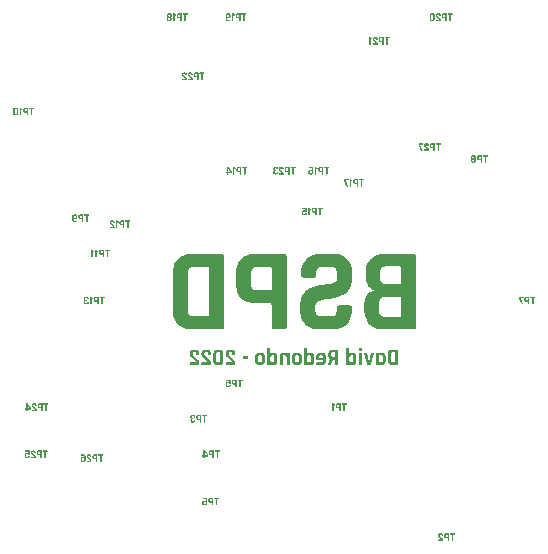
<source format=gbo>
G04*
G04 #@! TF.GenerationSoftware,Altium Limited,Altium Designer,22.11.1 (43)*
G04*
G04 Layer_Color=5220458*
%FSLAX44Y44*%
%MOMM*%
G71*
G04*
G04 #@! TF.SameCoordinates,75D7284C-96A1-4F7D-B096-18610DFFEBA5*
G04*
G04*
G04 #@! TF.FilePolarity,Positive*
G04*
G01*
G75*
G36*
X304073Y259020D02*
X304156Y258992D01*
X304267Y258853D01*
X304323Y258687D01*
Y258659D01*
Y258631D01*
Y256910D01*
X304295Y256771D01*
X304267Y256660D01*
X304212Y256605D01*
X304128Y256549D01*
X303990Y256493D01*
X302185D01*
X302046Y256521D01*
X301963Y256549D01*
X301852Y256716D01*
X301796Y256854D01*
Y256882D01*
Y256910D01*
Y258659D01*
X301824Y258798D01*
X301852Y258881D01*
X301991Y258992D01*
X302129Y259048D01*
X303934D01*
X304073Y259020D01*
D02*
G37*
G36*
X242802Y255161D02*
X242913Y255133D01*
X242968Y255050D01*
X243024Y254994D01*
X243079Y254828D01*
Y254800D01*
Y254772D01*
Y245416D01*
X243052Y245278D01*
X243024Y245167D01*
X242941Y245111D01*
X242857Y245056D01*
X242718Y245000D01*
X240969D01*
X240831Y245028D01*
X240720Y245056D01*
X240636Y245139D01*
X240581Y245222D01*
X240525Y245361D01*
Y245389D01*
Y245416D01*
Y251469D01*
X240497Y251746D01*
X240470Y251968D01*
X240386Y252190D01*
X240303Y252357D01*
X240081Y252635D01*
X239831Y252801D01*
X239581Y252912D01*
X239387Y252968D01*
X239220Y252995D01*
X238221D01*
X238027Y252940D01*
X237860Y252912D01*
X237749Y252857D01*
X237638Y252801D01*
X237582Y252773D01*
X237527Y252718D01*
X237444Y252607D01*
X237360Y252468D01*
X237277Y252163D01*
X237249Y252024D01*
Y251913D01*
Y251829D01*
Y251802D01*
Y245416D01*
X237222Y245278D01*
X237194Y245167D01*
X237111Y245111D01*
X237027Y245056D01*
X236888Y245000D01*
X235167D01*
X235028Y245028D01*
X234917Y245056D01*
X234834Y245139D01*
X234778Y245222D01*
X234723Y245361D01*
Y245389D01*
Y245416D01*
Y251913D01*
X234751Y252496D01*
X234862Y252995D01*
X235000Y253440D01*
X235223Y253801D01*
X235445Y254134D01*
X235722Y254384D01*
X236000Y254606D01*
X236278Y254772D01*
X236583Y254911D01*
X236861Y255022D01*
X237138Y255078D01*
X237360Y255133D01*
X237582Y255161D01*
X237721Y255189D01*
X238499D01*
X239026Y255133D01*
X239443Y255022D01*
X239803Y254856D01*
X240053Y254661D01*
X240248Y254439D01*
X240386Y254273D01*
X240442Y254161D01*
X240470Y254106D01*
X240525D01*
Y254772D01*
X240553Y254911D01*
X240581Y255022D01*
X240664Y255078D01*
X240747Y255133D01*
X240886Y255189D01*
X242663D01*
X242802Y255161D01*
D02*
G37*
G36*
X194412Y257798D02*
X194912Y257687D01*
X195328Y257576D01*
X195662Y257410D01*
X195939Y257271D01*
X196133Y257132D01*
X196272Y257021D01*
X196300Y256993D01*
X196578Y256660D01*
X196800Y256271D01*
X196939Y255883D01*
X197050Y255494D01*
X197105Y255133D01*
X197133Y254856D01*
X197161Y254744D01*
Y254661D01*
Y254634D01*
Y254606D01*
Y253912D01*
X197133Y253773D01*
X197077Y253662D01*
X197022Y253606D01*
X196939Y253551D01*
X196772Y253495D01*
X195023D01*
X194884Y253523D01*
X194773Y253551D01*
X194718Y253634D01*
X194662Y253717D01*
X194606Y253856D01*
Y253884D01*
Y253912D01*
Y254550D01*
Y254772D01*
X194579Y254967D01*
X194523Y255105D01*
X194468Y255244D01*
X194440Y255327D01*
X194384Y255383D01*
X194357Y255439D01*
X194246Y255522D01*
X194107Y255605D01*
X193801Y255688D01*
X193663Y255716D01*
X192524D01*
X192330Y255661D01*
X192164Y255633D01*
X192025Y255577D01*
X191914Y255522D01*
X191858Y255494D01*
X191803Y255439D01*
X191691Y255327D01*
X191636Y255189D01*
X191525Y254911D01*
Y254772D01*
X191497Y254661D01*
Y254578D01*
Y254550D01*
Y253967D01*
X191525Y253662D01*
X191636Y253356D01*
X191775Y253079D01*
X191941Y252829D01*
X192136Y252635D01*
X192274Y252496D01*
X192386Y252385D01*
X192413Y252357D01*
X196078Y249248D01*
X196411Y248942D01*
X196661Y248609D01*
X196828Y248276D01*
X196939Y247971D01*
X197022Y247721D01*
X197050Y247499D01*
X197077Y247360D01*
Y247304D01*
Y245416D01*
X197050Y245278D01*
X197022Y245167D01*
X196939Y245111D01*
X196855Y245056D01*
X196716Y245000D01*
X189443D01*
X189304Y245028D01*
X189193Y245056D01*
X189137Y245139D01*
X189082Y245222D01*
X189026Y245361D01*
Y245389D01*
Y245416D01*
Y246805D01*
X189054Y246943D01*
X189082Y247054D01*
X189165Y247110D01*
X189221Y247165D01*
X189387Y247221D01*
X194218D01*
Y247554D01*
X194190Y247721D01*
X194107Y247887D01*
X194023Y247998D01*
X193996Y248026D01*
X190220Y251219D01*
X189998Y251413D01*
X189831Y251635D01*
X189526Y252052D01*
X189304Y252496D01*
X189165Y252885D01*
X189082Y253245D01*
X189054Y253551D01*
X189026Y253662D01*
Y253745D01*
Y253773D01*
Y253801D01*
Y254606D01*
X189054Y255161D01*
X189165Y255633D01*
X189304Y256049D01*
X189443Y256383D01*
X189609Y256660D01*
X189748Y256827D01*
X189859Y256966D01*
X189887Y256993D01*
X190248Y257271D01*
X190637Y257465D01*
X191025Y257632D01*
X191442Y257715D01*
X191775Y257771D01*
X192080Y257826D01*
X193857D01*
X194412Y257798D01*
D02*
G37*
G36*
X173840D02*
X174340Y257687D01*
X174757Y257576D01*
X175090Y257410D01*
X175367Y257271D01*
X175562Y257132D01*
X175700Y257021D01*
X175728Y256993D01*
X176006Y256660D01*
X176228Y256271D01*
X176367Y255883D01*
X176478Y255494D01*
X176533Y255133D01*
X176561Y254856D01*
X176589Y254744D01*
Y254661D01*
Y254634D01*
Y254606D01*
Y253912D01*
X176561Y253773D01*
X176506Y253662D01*
X176450Y253606D01*
X176367Y253551D01*
X176200Y253495D01*
X174451D01*
X174312Y253523D01*
X174201Y253551D01*
X174146Y253634D01*
X174090Y253717D01*
X174035Y253856D01*
Y253884D01*
Y253912D01*
Y254550D01*
Y254772D01*
X174007Y254967D01*
X173951Y255105D01*
X173896Y255244D01*
X173868Y255327D01*
X173813Y255383D01*
X173785Y255439D01*
X173674Y255522D01*
X173535Y255605D01*
X173230Y255688D01*
X173091Y255716D01*
X171953D01*
X171758Y255661D01*
X171592Y255633D01*
X171453Y255577D01*
X171342Y255522D01*
X171286Y255494D01*
X171231Y255439D01*
X171120Y255327D01*
X171064Y255189D01*
X170953Y254911D01*
Y254772D01*
X170925Y254661D01*
Y254578D01*
Y254550D01*
Y253967D01*
X170953Y253662D01*
X171064Y253356D01*
X171203Y253079D01*
X171370Y252829D01*
X171564Y252635D01*
X171703Y252496D01*
X171814Y252385D01*
X171842Y252357D01*
X175506Y249248D01*
X175839Y248942D01*
X176089Y248609D01*
X176256Y248276D01*
X176367Y247971D01*
X176450Y247721D01*
X176478Y247499D01*
X176506Y247360D01*
Y247304D01*
Y245416D01*
X176478Y245278D01*
X176450Y245167D01*
X176367Y245111D01*
X176283Y245056D01*
X176145Y245000D01*
X168871D01*
X168732Y245028D01*
X168621Y245056D01*
X168566Y245139D01*
X168510Y245222D01*
X168455Y245361D01*
Y245389D01*
Y245416D01*
Y246805D01*
X168482Y246943D01*
X168510Y247054D01*
X168593Y247110D01*
X168649Y247165D01*
X168815Y247221D01*
X173646D01*
Y247554D01*
X173618Y247721D01*
X173535Y247887D01*
X173452Y247998D01*
X173424Y248026D01*
X169648Y251219D01*
X169426Y251413D01*
X169260Y251635D01*
X168954Y252052D01*
X168732Y252496D01*
X168593Y252885D01*
X168510Y253245D01*
X168482Y253551D01*
X168455Y253662D01*
Y253745D01*
Y253773D01*
Y253801D01*
Y254606D01*
X168482Y255161D01*
X168593Y255633D01*
X168732Y256049D01*
X168871Y256383D01*
X169038Y256660D01*
X169176Y256827D01*
X169287Y256966D01*
X169315Y256993D01*
X169676Y257271D01*
X170065Y257465D01*
X170453Y257632D01*
X170870Y257715D01*
X171203Y257771D01*
X171508Y257826D01*
X173285D01*
X173840Y257798D01*
D02*
G37*
G36*
X163985D02*
X164485Y257687D01*
X164901Y257576D01*
X165234Y257410D01*
X165512Y257271D01*
X165706Y257132D01*
X165845Y257021D01*
X165873Y256993D01*
X166150Y256660D01*
X166372Y256271D01*
X166511Y255883D01*
X166622Y255494D01*
X166678Y255133D01*
X166705Y254856D01*
X166733Y254744D01*
Y254661D01*
Y254634D01*
Y254606D01*
Y253912D01*
X166705Y253773D01*
X166650Y253662D01*
X166595Y253606D01*
X166511Y253551D01*
X166345Y253495D01*
X164596D01*
X164457Y253523D01*
X164346Y253551D01*
X164290Y253634D01*
X164235Y253717D01*
X164179Y253856D01*
Y253884D01*
Y253912D01*
Y254550D01*
Y254772D01*
X164151Y254967D01*
X164096Y255105D01*
X164040Y255244D01*
X164013Y255327D01*
X163957Y255383D01*
X163929Y255439D01*
X163818Y255522D01*
X163680Y255605D01*
X163374Y255688D01*
X163235Y255716D01*
X162097D01*
X161903Y255661D01*
X161736Y255633D01*
X161597Y255577D01*
X161486Y255522D01*
X161431Y255494D01*
X161375Y255439D01*
X161264Y255327D01*
X161209Y255189D01*
X161098Y254911D01*
Y254772D01*
X161070Y254661D01*
Y254578D01*
Y254550D01*
Y253967D01*
X161098Y253662D01*
X161209Y253356D01*
X161347Y253079D01*
X161514Y252829D01*
X161708Y252635D01*
X161847Y252496D01*
X161958Y252385D01*
X161986Y252357D01*
X165651Y249248D01*
X165984Y248942D01*
X166234Y248609D01*
X166400Y248276D01*
X166511Y247971D01*
X166595Y247721D01*
X166622Y247499D01*
X166650Y247360D01*
Y247304D01*
Y245416D01*
X166622Y245278D01*
X166595Y245167D01*
X166511Y245111D01*
X166428Y245056D01*
X166289Y245000D01*
X159015D01*
X158877Y245028D01*
X158765Y245056D01*
X158710Y245139D01*
X158654Y245222D01*
X158599Y245361D01*
Y245389D01*
Y245416D01*
Y246805D01*
X158627Y246943D01*
X158654Y247054D01*
X158738Y247110D01*
X158793Y247165D01*
X158960Y247221D01*
X163790D01*
Y247554D01*
X163763Y247721D01*
X163680Y247887D01*
X163596Y247998D01*
X163568Y248026D01*
X159793Y251219D01*
X159571Y251413D01*
X159404Y251635D01*
X159099Y252052D01*
X158877Y252496D01*
X158738Y252885D01*
X158654Y253245D01*
X158627Y253551D01*
X158599Y253662D01*
Y253745D01*
Y253773D01*
Y253801D01*
Y254606D01*
X158627Y255161D01*
X158738Y255633D01*
X158877Y256049D01*
X159015Y256383D01*
X159182Y256660D01*
X159321Y256827D01*
X159432Y256966D01*
X159460Y256993D01*
X159820Y257271D01*
X160209Y257465D01*
X160598Y257632D01*
X161014Y257715D01*
X161347Y257771D01*
X161653Y257826D01*
X163430D01*
X163985Y257798D01*
D02*
G37*
G36*
X207572Y252357D02*
X207682Y252329D01*
X207738Y252246D01*
X207794Y252163D01*
X207849Y252024D01*
Y251968D01*
Y251940D01*
Y250774D01*
X207821Y250636D01*
X207794Y250525D01*
X207710Y250441D01*
X207627Y250386D01*
X207488Y250330D01*
X203629D01*
X203490Y250358D01*
X203379Y250414D01*
X203324Y250469D01*
X203268Y250552D01*
X203213Y250719D01*
Y250747D01*
Y250774D01*
Y251940D01*
X203241Y252079D01*
X203268Y252190D01*
X203352Y252274D01*
X203407Y252329D01*
X203574Y252385D01*
X207433D01*
X207572Y252357D01*
D02*
G37*
G36*
X314373Y255161D02*
X314456Y255133D01*
X314512Y255050D01*
X314539Y254994D01*
Y254828D01*
Y254800D01*
Y254772D01*
X312041Y245416D01*
X311985Y245278D01*
X311902Y245167D01*
X311791Y245111D01*
X311707Y245056D01*
X311541Y245000D01*
X308959D01*
X308792Y245028D01*
X308681Y245056D01*
X308570Y245139D01*
X308515Y245222D01*
X308432Y245361D01*
X308404Y245389D01*
Y245416D01*
X305877Y254772D01*
X305850Y254911D01*
X305877Y255022D01*
X305933Y255078D01*
X305989Y255133D01*
X306127Y255189D01*
X307960D01*
X308098Y255161D01*
X308209Y255133D01*
X308376Y254994D01*
X308432Y254828D01*
X308459Y254800D01*
Y254772D01*
X310125Y247249D01*
X310264D01*
X311985Y254772D01*
X312041Y254911D01*
X312096Y255022D01*
X312180Y255078D01*
X312263Y255133D01*
X312402Y255189D01*
X314234D01*
X314373Y255161D01*
D02*
G37*
G36*
X334722Y257798D02*
X334833Y257771D01*
X334889Y257687D01*
X334944Y257632D01*
X335000Y257465D01*
Y257437D01*
Y257410D01*
Y245416D01*
X334972Y245278D01*
X334944Y245167D01*
X334861Y245111D01*
X334778Y245056D01*
X334639Y245000D01*
X329642D01*
X329087Y245028D01*
X328615Y245139D01*
X328198Y245278D01*
X327837Y245416D01*
X327588Y245583D01*
X327393Y245694D01*
X327254Y245805D01*
X327227Y245833D01*
X326921Y246194D01*
X326699Y246582D01*
X326560Y246971D01*
X326449Y247360D01*
X326394Y247721D01*
X326338Y247998D01*
Y248109D01*
Y248193D01*
Y248220D01*
Y248248D01*
Y254578D01*
X326366Y255133D01*
X326477Y255605D01*
X326616Y256022D01*
X326782Y256355D01*
X326949Y256632D01*
X327088Y256799D01*
X327199Y256938D01*
X327227Y256966D01*
X327588Y257243D01*
X327976Y257465D01*
X328365Y257604D01*
X328754Y257715D01*
X329114Y257771D01*
X329392Y257826D01*
X334584D01*
X334722Y257798D01*
D02*
G37*
G36*
X321591Y255161D02*
X322091Y255050D01*
X322507Y254911D01*
X322840Y254772D01*
X323118Y254606D01*
X323312Y254467D01*
X323451Y254356D01*
X323479Y254328D01*
X323756Y253995D01*
X323978Y253606D01*
X324117Y253190D01*
X324228Y252801D01*
X324284Y252468D01*
X324311Y252163D01*
X324339Y252052D01*
Y251996D01*
Y251940D01*
Y251913D01*
Y248248D01*
X324311Y247693D01*
X324201Y247193D01*
X324062Y246777D01*
X323895Y246444D01*
X323756Y246194D01*
X323618Y245999D01*
X323506Y245861D01*
X323479Y245833D01*
X323118Y245555D01*
X322729Y245361D01*
X322340Y245194D01*
X321924Y245111D01*
X321591Y245056D01*
X321286Y245028D01*
X321174Y245000D01*
X320564D01*
X320120Y245028D01*
X319925Y245083D01*
X319758Y245139D01*
X319592Y245167D01*
X319481Y245222D01*
X319425Y245250D01*
X319398D01*
X319203Y245361D01*
X319037Y245500D01*
X318898Y245639D01*
X318787Y245750D01*
X318704Y245861D01*
X318648Y245972D01*
X318592Y246027D01*
Y246055D01*
X318537D01*
Y245416D01*
X318509Y245278D01*
X318454Y245167D01*
X318398Y245111D01*
X318315Y245056D01*
X318148Y245000D01*
X316427D01*
X316288Y245028D01*
X316177Y245056D01*
X316094Y245139D01*
X316038Y245222D01*
X315983Y245361D01*
Y245389D01*
Y245416D01*
Y254772D01*
X316011Y254911D01*
X316038Y255022D01*
X316122Y255078D01*
X316205Y255133D01*
X316344Y255189D01*
X321036D01*
X321591Y255161D01*
D02*
G37*
G36*
X304073D02*
X304156Y255133D01*
X304267Y254994D01*
X304323Y254828D01*
Y254800D01*
Y254772D01*
Y245416D01*
X304295Y245278D01*
X304267Y245167D01*
X304184Y245111D01*
X304101Y245056D01*
X303962Y245000D01*
X302046D01*
X301935Y245028D01*
X301907Y245056D01*
X301880D01*
X301824Y245139D01*
X301796Y245278D01*
Y245361D01*
Y245416D01*
Y254772D01*
X301824Y254911D01*
X301852Y255022D01*
X301935Y255078D01*
X301991Y255133D01*
X302157Y255189D01*
X303934D01*
X304073Y255161D01*
D02*
G37*
G36*
X293440Y259020D02*
X293551Y258992D01*
X293607Y258909D01*
X293662Y258853D01*
X293718Y258687D01*
Y258659D01*
Y258631D01*
Y254106D01*
X293801D01*
X293884Y254300D01*
X294023Y254467D01*
X294273Y254717D01*
X294384Y254800D01*
X294495Y254856D01*
X294550Y254911D01*
X294578D01*
X294995Y255078D01*
X295356Y255161D01*
X295522Y255189D01*
X296577D01*
X297105Y255161D01*
X297577Y255050D01*
X297993Y254911D01*
X298326Y254772D01*
X298576Y254606D01*
X298770Y254467D01*
X298881Y254356D01*
X298909Y254328D01*
X299159Y253995D01*
X299353Y253606D01*
X299492Y253190D01*
X299575Y252801D01*
X299631Y252468D01*
X299687Y252163D01*
Y252052D01*
Y251996D01*
Y251940D01*
Y251913D01*
Y248248D01*
X299659Y247693D01*
X299575Y247193D01*
X299437Y246777D01*
X299298Y246444D01*
X299159Y246194D01*
X299020Y245999D01*
X298937Y245861D01*
X298909Y245833D01*
X298576Y245555D01*
X298215Y245361D01*
X297826Y245194D01*
X297438Y245111D01*
X297105Y245056D01*
X296827Y245028D01*
X296716Y245000D01*
X295744D01*
X295300Y245028D01*
X295106Y245083D01*
X294939Y245139D01*
X294773Y245167D01*
X294662Y245222D01*
X294606Y245250D01*
X294578D01*
X294384Y245361D01*
X294217Y245500D01*
X294079Y245639D01*
X293967Y245750D01*
X293912Y245861D01*
X293856Y245972D01*
X293801Y246027D01*
Y246055D01*
X293718D01*
Y245416D01*
X293690Y245278D01*
X293662Y245167D01*
X293579Y245111D01*
X293496Y245056D01*
X293357Y245000D01*
X291580D01*
X291441Y245028D01*
X291330Y245056D01*
X291275Y245139D01*
X291219Y245222D01*
X291164Y245361D01*
Y245389D01*
Y245416D01*
Y258631D01*
X291191Y258770D01*
X291219Y258881D01*
X291302Y258937D01*
X291358Y258992D01*
X291524Y259048D01*
X293301D01*
X293440Y259020D01*
D02*
G37*
G36*
X284112Y257798D02*
X284223Y257771D01*
X284279Y257687D01*
X284334Y257632D01*
X284389Y257465D01*
Y257437D01*
Y257410D01*
Y245416D01*
X284362Y245278D01*
X284334Y245167D01*
X284251Y245111D01*
X284167Y245056D01*
X284029Y245000D01*
X282252D01*
X282113Y245028D01*
X282002Y245056D01*
X281946Y245139D01*
X281891Y245222D01*
X281835Y245361D01*
Y245389D01*
Y245416D01*
Y249498D01*
X281808Y249636D01*
X281724Y249692D01*
X281641Y249720D01*
X280253D01*
X278254Y245416D01*
X278171Y245250D01*
X278088Y245139D01*
X278032Y245083D01*
X278004Y245056D01*
X277838Y245028D01*
X277671Y245000D01*
X275867D01*
X275700Y245028D01*
X275589Y245083D01*
X275533Y245139D01*
X275506Y245250D01*
Y245389D01*
X275533Y245444D01*
Y245472D01*
X277671Y249914D01*
Y249997D01*
X277366Y250164D01*
X277088Y250330D01*
X276838Y250552D01*
X276644Y250774D01*
X276477Y251024D01*
X276339Y251274D01*
X276116Y251774D01*
X275978Y252246D01*
X275950Y252440D01*
X275922Y252635D01*
X275894Y252773D01*
Y252885D01*
Y252968D01*
Y252995D01*
Y254550D01*
X275922Y255105D01*
X276033Y255605D01*
X276172Y256022D01*
X276339Y256355D01*
X276505Y256632D01*
X276644Y256799D01*
X276755Y256938D01*
X276783Y256966D01*
X277144Y257243D01*
X277532Y257465D01*
X277921Y257604D01*
X278310Y257715D01*
X278671Y257771D01*
X278948Y257826D01*
X283973D01*
X284112Y257798D01*
D02*
G37*
G36*
X271091Y255161D02*
X271591Y255050D01*
X272008Y254911D01*
X272341Y254772D01*
X272618Y254606D01*
X272813Y254467D01*
X272952Y254356D01*
X272979Y254328D01*
X273257Y253995D01*
X273479Y253606D01*
X273618Y253190D01*
X273729Y252801D01*
X273784Y252468D01*
X273812Y252163D01*
X273840Y252052D01*
Y251996D01*
Y251940D01*
Y251913D01*
Y248248D01*
X273812Y247693D01*
X273701Y247193D01*
X273562Y246777D01*
X273396Y246444D01*
X273257Y246194D01*
X273118Y245999D01*
X273007Y245861D01*
X272979Y245833D01*
X272618Y245555D01*
X272230Y245361D01*
X271841Y245194D01*
X271425Y245111D01*
X271091Y245056D01*
X270786Y245028D01*
X270675Y245000D01*
X266122D01*
X265983Y245028D01*
X265872Y245056D01*
X265844Y245083D01*
X265817D01*
X265761Y245167D01*
X265706Y245278D01*
Y245361D01*
Y245389D01*
Y246693D01*
X265733Y246832D01*
X265761Y246943D01*
X265844Y247027D01*
X265900Y247082D01*
X266066Y247138D01*
X270397D01*
X270592Y247193D01*
X270758Y247221D01*
X270869Y247276D01*
X270980Y247332D01*
X271036Y247360D01*
X271064Y247415D01*
X271091D01*
X271175Y247526D01*
X271230Y247665D01*
X271313Y247971D01*
Y248109D01*
X271341Y248193D01*
Y248276D01*
Y248304D01*
Y248748D01*
X271313Y248887D01*
X271203Y248942D01*
X271119Y248970D01*
X266094D01*
X265955Y248998D01*
X265844Y249025D01*
X265789Y249109D01*
X265733Y249192D01*
X265678Y249331D01*
Y249359D01*
Y249386D01*
Y251913D01*
X265706Y252468D01*
X265817Y252968D01*
X265955Y253384D01*
X266094Y253717D01*
X266261Y253995D01*
X266400Y254161D01*
X266511Y254300D01*
X266538Y254328D01*
X266899Y254606D01*
X267288Y254828D01*
X267677Y254967D01*
X268065Y255078D01*
X268426Y255133D01*
X268704Y255189D01*
X270536D01*
X271091Y255161D01*
D02*
G37*
G36*
X257710Y259020D02*
X257821Y258992D01*
X257877Y258909D01*
X257932Y258853D01*
X257988Y258687D01*
Y258659D01*
Y258631D01*
Y254106D01*
X258071D01*
X258154Y254300D01*
X258293Y254467D01*
X258543Y254717D01*
X258654Y254800D01*
X258765Y254856D01*
X258820Y254911D01*
X258848D01*
X259265Y255078D01*
X259626Y255161D01*
X259792Y255189D01*
X260847D01*
X261375Y255161D01*
X261847Y255050D01*
X262263Y254911D01*
X262596Y254772D01*
X262846Y254606D01*
X263040Y254467D01*
X263151Y254356D01*
X263179Y254328D01*
X263429Y253995D01*
X263623Y253606D01*
X263762Y253190D01*
X263846Y252801D01*
X263901Y252468D01*
X263957Y252163D01*
Y252052D01*
Y251996D01*
Y251940D01*
Y251913D01*
Y248248D01*
X263929Y247693D01*
X263846Y247193D01*
X263707Y246777D01*
X263568Y246444D01*
X263429Y246194D01*
X263290Y245999D01*
X263207Y245861D01*
X263179Y245833D01*
X262846Y245555D01*
X262485Y245361D01*
X262097Y245194D01*
X261708Y245111D01*
X261375Y245056D01*
X261097Y245028D01*
X260986Y245000D01*
X260014D01*
X259570Y245028D01*
X259376Y245083D01*
X259209Y245139D01*
X259043Y245167D01*
X258932Y245222D01*
X258876Y245250D01*
X258848D01*
X258654Y245361D01*
X258487Y245500D01*
X258349Y245639D01*
X258237Y245750D01*
X258182Y245861D01*
X258127Y245972D01*
X258071Y246027D01*
Y246055D01*
X257988D01*
Y245416D01*
X257960Y245278D01*
X257932Y245167D01*
X257849Y245111D01*
X257766Y245056D01*
X257627Y245000D01*
X255850D01*
X255711Y245028D01*
X255600Y245056D01*
X255545Y245139D01*
X255489Y245222D01*
X255434Y245361D01*
Y245389D01*
Y245416D01*
Y258631D01*
X255461Y258770D01*
X255489Y258881D01*
X255572Y258937D01*
X255628Y258992D01*
X255794Y259048D01*
X257571D01*
X257710Y259020D01*
D02*
G37*
G36*
X250686Y255161D02*
X251186Y255050D01*
X251602Y254911D01*
X251936Y254772D01*
X252213Y254606D01*
X252407Y254467D01*
X252546Y254356D01*
X252574Y254328D01*
X252852Y253995D01*
X253074Y253606D01*
X253213Y253190D01*
X253324Y252801D01*
X253379Y252468D01*
X253407Y252163D01*
X253435Y252052D01*
Y251996D01*
Y251940D01*
Y251913D01*
Y248248D01*
X253407Y247693D01*
X253296Y247193D01*
X253157Y246777D01*
X252990Y246444D01*
X252852Y246194D01*
X252713Y245999D01*
X252602Y245861D01*
X252574Y245833D01*
X252213Y245555D01*
X251824Y245361D01*
X251436Y245194D01*
X251019Y245111D01*
X250686Y245056D01*
X250381Y245028D01*
X250270Y245000D01*
X248354D01*
X247799Y245028D01*
X247327Y245139D01*
X246910Y245278D01*
X246550Y245416D01*
X246300Y245583D01*
X246105Y245694D01*
X245967Y245805D01*
X245939Y245833D01*
X245634Y246194D01*
X245411Y246582D01*
X245273Y246971D01*
X245161Y247360D01*
X245106Y247721D01*
X245051Y247998D01*
Y248109D01*
Y248193D01*
Y248220D01*
Y248248D01*
Y251913D01*
X245078Y252468D01*
X245189Y252968D01*
X245328Y253384D01*
X245495Y253717D01*
X245661Y253995D01*
X245800Y254161D01*
X245911Y254300D01*
X245939Y254328D01*
X246300Y254606D01*
X246688Y254828D01*
X247077Y254967D01*
X247466Y255078D01*
X247827Y255133D01*
X248104Y255189D01*
X250131D01*
X250686Y255161D01*
D02*
G37*
G36*
X226561Y259020D02*
X226672Y258992D01*
X226727Y258909D01*
X226783Y258853D01*
X226838Y258687D01*
Y258659D01*
Y258631D01*
Y254106D01*
X226922D01*
X227005Y254300D01*
X227144Y254467D01*
X227394Y254717D01*
X227505Y254800D01*
X227616Y254856D01*
X227671Y254911D01*
X227699D01*
X228116Y255078D01*
X228476Y255161D01*
X228643Y255189D01*
X229698D01*
X230225Y255161D01*
X230697Y255050D01*
X231114Y254911D01*
X231447Y254772D01*
X231697Y254606D01*
X231891Y254467D01*
X232002Y254356D01*
X232030Y254328D01*
X232280Y253995D01*
X232474Y253606D01*
X232613Y253190D01*
X232696Y252801D01*
X232752Y252468D01*
X232807Y252163D01*
Y252052D01*
Y251996D01*
Y251940D01*
Y251913D01*
Y248248D01*
X232780Y247693D01*
X232696Y247193D01*
X232558Y246777D01*
X232419Y246444D01*
X232280Y246194D01*
X232141Y245999D01*
X232058Y245861D01*
X232030Y245833D01*
X231697Y245555D01*
X231336Y245361D01*
X230947Y245194D01*
X230559Y245111D01*
X230225Y245056D01*
X229948Y245028D01*
X229837Y245000D01*
X228865D01*
X228421Y245028D01*
X228227Y245083D01*
X228060Y245139D01*
X227893Y245167D01*
X227782Y245222D01*
X227727Y245250D01*
X227699D01*
X227505Y245361D01*
X227338Y245500D01*
X227199Y245639D01*
X227088Y245750D01*
X227033Y245861D01*
X226977Y245972D01*
X226922Y246027D01*
Y246055D01*
X226838D01*
Y245416D01*
X226811Y245278D01*
X226783Y245167D01*
X226700Y245111D01*
X226616Y245056D01*
X226478Y245000D01*
X224701D01*
X224562Y245028D01*
X224451Y245056D01*
X224395Y245139D01*
X224340Y245222D01*
X224284Y245361D01*
Y245389D01*
Y245416D01*
Y258631D01*
X224312Y258770D01*
X224340Y258881D01*
X224423Y258937D01*
X224479Y258992D01*
X224645Y259048D01*
X226422D01*
X226561Y259020D01*
D02*
G37*
G36*
X219537Y255161D02*
X220037Y255050D01*
X220453Y254911D01*
X220786Y254772D01*
X221064Y254606D01*
X221258Y254467D01*
X221397Y254356D01*
X221425Y254328D01*
X221702Y253995D01*
X221924Y253606D01*
X222063Y253190D01*
X222174Y252801D01*
X222230Y252468D01*
X222258Y252163D01*
X222285Y252052D01*
Y251996D01*
Y251940D01*
Y251913D01*
Y248248D01*
X222258Y247693D01*
X222147Y247193D01*
X222008Y246777D01*
X221841Y246444D01*
X221702Y246194D01*
X221564Y245999D01*
X221453Y245861D01*
X221425Y245833D01*
X221064Y245555D01*
X220675Y245361D01*
X220287Y245194D01*
X219870Y245111D01*
X219537Y245056D01*
X219232Y245028D01*
X219121Y245000D01*
X217205D01*
X216650Y245028D01*
X216178Y245139D01*
X215761Y245278D01*
X215400Y245416D01*
X215151Y245583D01*
X214956Y245694D01*
X214817Y245805D01*
X214790Y245833D01*
X214484Y246194D01*
X214262Y246582D01*
X214123Y246971D01*
X214012Y247360D01*
X213957Y247721D01*
X213901Y247998D01*
Y248109D01*
Y248193D01*
Y248220D01*
Y248248D01*
Y251913D01*
X213929Y252468D01*
X214040Y252968D01*
X214179Y253384D01*
X214345Y253717D01*
X214512Y253995D01*
X214651Y254161D01*
X214762Y254300D01*
X214790Y254328D01*
X215151Y254606D01*
X215539Y254828D01*
X215928Y254967D01*
X216317Y255078D01*
X216677Y255133D01*
X216955Y255189D01*
X218982D01*
X219537Y255161D01*
D02*
G37*
G36*
X184362Y257798D02*
X184834Y257687D01*
X185251Y257576D01*
X185584Y257410D01*
X185861Y257271D01*
X186056Y257132D01*
X186195Y257021D01*
X186222Y256993D01*
X186500Y256660D01*
X186722Y256271D01*
X186861Y255855D01*
X186972Y255466D01*
X187027Y255133D01*
X187055Y254828D01*
X187083Y254717D01*
Y254661D01*
Y254606D01*
Y254578D01*
Y248248D01*
X187055Y247693D01*
X186944Y247193D01*
X186805Y246777D01*
X186639Y246444D01*
X186500Y246194D01*
X186361Y245999D01*
X186250Y245861D01*
X186222Y245833D01*
X185861Y245555D01*
X185473Y245361D01*
X185084Y245194D01*
X184695Y245111D01*
X184335Y245056D01*
X184057Y245028D01*
X183946Y245000D01*
X181808D01*
X181253Y245028D01*
X180753Y245139D01*
X180337Y245278D01*
X180004Y245416D01*
X179726Y245583D01*
X179532Y245694D01*
X179393Y245805D01*
X179365Y245833D01*
X179088Y246194D01*
X178865Y246582D01*
X178727Y246971D01*
X178615Y247360D01*
X178560Y247721D01*
X178505Y247998D01*
Y248109D01*
Y248193D01*
Y248220D01*
Y248248D01*
Y254578D01*
X178532Y255133D01*
X178643Y255605D01*
X178782Y256022D01*
X178921Y256355D01*
X179088Y256632D01*
X179226Y256799D01*
X179337Y256938D01*
X179365Y256966D01*
X179726Y257243D01*
X180115Y257465D01*
X180503Y257604D01*
X180920Y257715D01*
X181253Y257771D01*
X181558Y257826D01*
X183807D01*
X184362Y257798D01*
D02*
G37*
G36*
X348611Y339027D02*
X349167Y338888D01*
X349445Y338471D01*
X349722Y338194D01*
X350000Y337360D01*
Y337221D01*
Y337083D01*
Y277083D01*
X349861Y276389D01*
X349722Y275833D01*
X349306Y275556D01*
X348889Y275278D01*
X348195Y275000D01*
X322917D01*
X320139Y275139D01*
X317639Y275694D01*
X315556Y276389D01*
X313889Y277083D01*
X312500Y277917D01*
X311528Y278472D01*
X310834Y279028D01*
X310695Y279167D01*
X309306Y280833D01*
X308195Y282778D01*
X307500Y284722D01*
X306945Y286667D01*
X306667Y288472D01*
X306389Y289861D01*
Y290417D01*
Y290833D01*
Y290972D01*
Y291111D01*
Y297083D01*
X306528Y298889D01*
X306806Y300416D01*
X307223Y301666D01*
X307639Y302777D01*
X308056Y303611D01*
X308473Y304305D01*
X308750Y304583D01*
X308889Y304722D01*
X309862Y305555D01*
X310834Y306388D01*
X311945Y306944D01*
X312917Y307361D01*
X313889Y307638D01*
X314584Y307777D01*
X315139Y307916D01*
X315278D01*
X313889Y308472D01*
X312639Y309166D01*
X311667Y309861D01*
X310695Y310694D01*
X309862Y311527D01*
X309306Y312500D01*
X308334Y314305D01*
X307778Y316111D01*
X307500Y317500D01*
X307362Y318055D01*
Y318472D01*
Y318750D01*
Y318888D01*
Y323055D01*
X307500Y325833D01*
X308056Y328194D01*
X308750Y330277D01*
X309445Y331944D01*
X310278Y333333D01*
X310973Y334166D01*
X311528Y334860D01*
X311667Y334999D01*
X313473Y336388D01*
X315417Y337360D01*
X317362Y338194D01*
X319445Y338610D01*
X321111Y338888D01*
X322639Y339166D01*
X347917D01*
X348611Y339027D01*
D02*
G37*
G36*
X282223D02*
X284723Y338471D01*
X286806Y337777D01*
X288612Y337083D01*
X290001Y336249D01*
X290973Y335555D01*
X291528Y334999D01*
X291806Y334860D01*
X293195Y333194D01*
X294306Y331249D01*
X295001Y329166D01*
X295556Y327222D01*
X295834Y325555D01*
X295973Y324027D01*
X296112Y323472D01*
Y323194D01*
Y322916D01*
Y322777D01*
Y319305D01*
X295973Y317083D01*
X295695Y315138D01*
X295417Y313472D01*
X294862Y311944D01*
X294445Y310833D01*
X294167Y309861D01*
X293890Y309305D01*
X293751Y309166D01*
X292778Y307777D01*
X291806Y306666D01*
X290834Y305833D01*
X290001Y305138D01*
X289167Y304583D01*
X288473Y304166D01*
X288056Y304027D01*
X287917Y303888D01*
X285279Y302916D01*
X284029Y302639D01*
X282917Y302222D01*
X281806Y301944D01*
X281112Y301805D01*
X280556Y301666D01*
X280417D01*
X277501Y301111D01*
X276112Y300972D01*
X275001Y300833D01*
X274029Y300694D01*
X273334Y300555D01*
X272779D01*
X270418Y300139D01*
X269445Y299861D01*
X268612Y299444D01*
X267918Y299166D01*
X267362Y298889D01*
X267084Y298750D01*
X266945Y298611D01*
X266112Y297916D01*
X265557Y297222D01*
X265140Y296528D01*
X264862Y295833D01*
X264723Y295139D01*
X264584Y294583D01*
Y294305D01*
Y294166D01*
Y293055D01*
Y291666D01*
X264862Y290417D01*
X265001Y289444D01*
X265279Y288611D01*
X265557Y288055D01*
X265834Y287639D01*
X265973Y287500D01*
X266112Y287361D01*
X266807Y286944D01*
X267640Y286528D01*
X269445Y286111D01*
X270279D01*
X270973Y285972D01*
X277640Y285972D01*
X278751Y286250D01*
X279723Y286389D01*
X280556Y286667D01*
X281112Y286944D01*
X281529Y287083D01*
X281667Y287361D01*
X281806D01*
X282362Y287917D01*
X282640Y288750D01*
X283195Y290417D01*
Y291250D01*
X283334Y291944D01*
Y292361D01*
Y292500D01*
Y293333D01*
X283473Y294028D01*
X283612Y294583D01*
X284029Y294861D01*
X284306Y295139D01*
X285140Y295416D01*
X293890D01*
X294584Y295278D01*
X295140Y295139D01*
X295417Y294722D01*
X295695Y294444D01*
X295973Y293611D01*
Y293472D01*
Y293333D01*
Y291389D01*
X295834Y288611D01*
X295278Y286111D01*
X294584Y284028D01*
X293751Y282361D01*
X293056Y280972D01*
X292362Y280000D01*
X291806Y279305D01*
X291667Y279167D01*
X289862Y277778D01*
X287917Y276805D01*
X285834Y275972D01*
X283890Y275556D01*
X282084Y275278D01*
X280695Y275139D01*
X280140Y275000D01*
X268473Y275000D01*
X265695Y275139D01*
X263334Y275694D01*
X261251Y276389D01*
X259446Y277083D01*
X258196Y277917D01*
X257223Y278472D01*
X256529Y279028D01*
X256390Y279167D01*
X254862Y280972D01*
X253751Y282917D01*
X253057Y284861D01*
X252501Y286944D01*
X252223Y288611D01*
X251946Y290139D01*
Y290694D01*
Y291111D01*
Y291250D01*
Y291389D01*
Y294722D01*
X252085Y296805D01*
X252362Y298750D01*
X252640Y300416D01*
X253057Y301944D01*
X253612Y303055D01*
X253890Y303888D01*
X254168Y304444D01*
X254307Y304583D01*
X255279Y305972D01*
X256251Y307083D01*
X257223Y308055D01*
X258057Y308750D01*
X258890Y309305D01*
X259584Y309722D01*
X260001Y310000D01*
X260140D01*
X262640Y310972D01*
X265279Y311666D01*
X267779Y312222D01*
X270140Y312638D01*
X272084Y312916D01*
X273751Y313194D01*
X274307D01*
X274723Y313333D01*
X275140D01*
X276529Y313472D01*
X277779Y313750D01*
X278890Y314027D01*
X279862Y314444D01*
X280695Y314861D01*
X281390Y315416D01*
X282362Y316250D01*
X282917Y317222D01*
X283195Y318055D01*
X283334Y318611D01*
Y318750D01*
Y320694D01*
Y322222D01*
X283056Y323472D01*
X282917Y324583D01*
X282640Y325416D01*
X282362Y325972D01*
X282223Y326388D01*
X281945Y326527D01*
Y326666D01*
X281251Y327222D01*
X280417Y327499D01*
X278612Y328055D01*
X277779D01*
X277084Y328194D01*
X271112D01*
X270001Y327916D01*
X269029Y327777D01*
X268334Y327499D01*
X267779Y327222D01*
X267362Y327083D01*
X267084Y326805D01*
X266529Y326249D01*
X266251Y325416D01*
X265695Y323610D01*
Y322777D01*
X265557Y322222D01*
Y321666D01*
Y321527D01*
Y320972D01*
X265418Y320277D01*
X265140Y319722D01*
X264862Y319444D01*
X264445Y319166D01*
X263612Y318888D01*
X254862D01*
X254168Y319027D01*
X253612Y319166D01*
X253335Y319583D01*
X253057Y319999D01*
X252779Y320694D01*
Y320833D01*
Y320972D01*
Y322777D01*
X252918Y325555D01*
X253473Y328055D01*
X254168Y330138D01*
X255001Y331805D01*
X255835Y333194D01*
X256529Y334027D01*
X257085Y334721D01*
X257223Y334860D01*
X259029Y336249D01*
X260973Y337360D01*
X263057Y338055D01*
X265001Y338610D01*
X266807Y338888D01*
X268195Y339166D01*
X279445Y339166D01*
X282223Y339027D01*
D02*
G37*
G36*
X239168Y339027D02*
X239724Y338888D01*
X240001Y338471D01*
X240279Y338194D01*
X240557Y337360D01*
Y337221D01*
Y337083D01*
Y277083D01*
X240418Y276389D01*
X240279Y275833D01*
X239862Y275555D01*
X239446Y275278D01*
X238751Y275000D01*
X229863D01*
X229168Y275139D01*
X228613Y275278D01*
X228335Y275694D01*
X228057Y276111D01*
X227779Y276805D01*
Y276944D01*
Y277083D01*
Y295972D01*
X227640Y296666D01*
X227224Y296944D01*
X226807Y297083D01*
X214029D01*
X211252Y297222D01*
X208891Y297778D01*
X206807Y298472D01*
X205002Y299166D01*
X203752Y300000D01*
X202780Y300555D01*
X202085Y301111D01*
X201946Y301250D01*
X200557Y303055D01*
X199446Y305000D01*
X198752Y306944D01*
X198196Y308888D01*
X197918Y310694D01*
X197641Y312083D01*
Y312638D01*
Y313055D01*
Y313194D01*
Y313333D01*
Y322916D01*
X197780Y325694D01*
X198335Y328055D01*
X199030Y330138D01*
X199724Y331805D01*
X200557Y333194D01*
X201252Y334027D01*
X201807Y334721D01*
X201946Y334860D01*
X203752Y336249D01*
X205696Y337360D01*
X207641Y338055D01*
X209585Y338610D01*
X211391Y338888D01*
X212780Y339166D01*
X238474D01*
X239168Y339027D01*
D02*
G37*
G36*
X186113D02*
X186669Y338888D01*
X186946Y338471D01*
X187224Y338194D01*
X187502Y337360D01*
Y337221D01*
Y337083D01*
Y277083D01*
X187363Y276389D01*
X187224Y275833D01*
X186808Y275555D01*
X186391Y275278D01*
X185697Y275000D01*
X160697D01*
X157919Y275139D01*
X155558Y275694D01*
X153475Y276389D01*
X151669Y277083D01*
X150419Y277917D01*
X149447Y278472D01*
X148752Y279028D01*
X148614Y279167D01*
X147086Y280972D01*
X145975Y282917D01*
X145280Y284861D01*
X144725Y286805D01*
X144447Y288611D01*
X144169Y290000D01*
Y290555D01*
Y290972D01*
Y291111D01*
Y291250D01*
Y322916D01*
X144308Y325694D01*
X144864Y328055D01*
X145558Y330138D01*
X146391Y331805D01*
X147225Y333194D01*
X147919Y334027D01*
X148475Y334721D01*
X148614Y334860D01*
X150419Y336249D01*
X152364Y337360D01*
X154308Y338055D01*
X156252Y338610D01*
X158058Y338888D01*
X159447Y339166D01*
X185419D01*
X186113Y339027D01*
D02*
G37*
G36*
X359708Y432605D02*
X359958Y432550D01*
X360166Y432494D01*
X360332Y432411D01*
X360471Y432342D01*
X360568Y432272D01*
X360637Y432217D01*
X360651Y432203D01*
X360790Y432037D01*
X360901Y431843D01*
X360970Y431648D01*
X361026Y431454D01*
X361053Y431274D01*
X361067Y431135D01*
X361081Y431080D01*
Y431038D01*
Y431024D01*
Y431011D01*
Y430664D01*
X361067Y430594D01*
X361039Y430539D01*
X361012Y430511D01*
X360970Y430484D01*
X360887Y430456D01*
X360013D01*
X359944Y430470D01*
X359888Y430484D01*
X359861Y430525D01*
X359833Y430567D01*
X359805Y430636D01*
Y430650D01*
Y430664D01*
Y430983D01*
Y431094D01*
X359791Y431191D01*
X359763Y431260D01*
X359736Y431329D01*
X359722Y431371D01*
X359694Y431399D01*
X359680Y431427D01*
X359625Y431468D01*
X359556Y431510D01*
X359403Y431551D01*
X359334Y431565D01*
X358765D01*
X358668Y431538D01*
X358585Y431524D01*
X358515Y431496D01*
X358460Y431468D01*
X358432Y431454D01*
X358404Y431427D01*
X358349Y431371D01*
X358321Y431302D01*
X358266Y431163D01*
Y431094D01*
X358252Y431038D01*
Y430997D01*
Y430983D01*
Y430691D01*
X358266Y430539D01*
X358321Y430386D01*
X358391Y430248D01*
X358474Y430123D01*
X358571Y430026D01*
X358640Y429957D01*
X358696Y429901D01*
X358709Y429887D01*
X360540Y428334D01*
X360707Y428181D01*
X360831Y428015D01*
X360915Y427849D01*
X360970Y427696D01*
X361012Y427571D01*
X361026Y427460D01*
X361039Y427391D01*
Y427363D01*
Y426420D01*
X361026Y426351D01*
X361012Y426295D01*
X360970Y426268D01*
X360928Y426240D01*
X360859Y426212D01*
X357226D01*
X357156Y426226D01*
X357101Y426240D01*
X357073Y426281D01*
X357045Y426323D01*
X357018Y426392D01*
Y426406D01*
Y426420D01*
Y427113D01*
X357031Y427183D01*
X357045Y427238D01*
X357087Y427266D01*
X357115Y427294D01*
X357198Y427322D01*
X359611D01*
Y427488D01*
X359597Y427571D01*
X359556Y427654D01*
X359514Y427710D01*
X359500Y427724D01*
X357614Y429319D01*
X357503Y429416D01*
X357420Y429526D01*
X357267Y429735D01*
X357156Y429957D01*
X357087Y430151D01*
X357045Y430331D01*
X357031Y430484D01*
X357018Y430539D01*
Y430580D01*
Y430594D01*
Y430608D01*
Y431011D01*
X357031Y431288D01*
X357087Y431524D01*
X357156Y431732D01*
X357226Y431898D01*
X357309Y432037D01*
X357378Y432120D01*
X357434Y432189D01*
X357448Y432203D01*
X357628Y432342D01*
X357822Y432439D01*
X358016Y432522D01*
X358224Y432564D01*
X358391Y432592D01*
X358543Y432619D01*
X359431D01*
X359708Y432605D01*
D02*
G37*
G36*
X370969D02*
X371025Y432592D01*
X371052Y432550D01*
X371080Y432522D01*
X371108Y432439D01*
Y432425D01*
Y432411D01*
Y431732D01*
X371094Y431662D01*
X371080Y431607D01*
X371039Y431579D01*
X370997Y431551D01*
X370928Y431524D01*
X369763D01*
X369693Y431510D01*
X369666Y431468D01*
X369652Y431427D01*
Y431413D01*
Y426420D01*
X369638Y426351D01*
X369610Y426295D01*
X369582Y426268D01*
X369541Y426240D01*
X369458Y426212D01*
X368584D01*
X368515Y426226D01*
X368459Y426240D01*
X368431Y426281D01*
X368404Y426323D01*
X368376Y426392D01*
Y426406D01*
Y426420D01*
Y431413D01*
X368362Y431482D01*
X368320Y431510D01*
X368279Y431524D01*
X367128D01*
X367058Y431538D01*
X367003Y431551D01*
X366961Y431593D01*
X366934Y431634D01*
X366906Y431704D01*
Y431718D01*
Y431732D01*
Y432411D01*
X366920Y432481D01*
X366934Y432536D01*
X366975Y432564D01*
X367017Y432592D01*
X367086Y432619D01*
X370900D01*
X370969Y432605D01*
D02*
G37*
G36*
X366018D02*
X366074Y432592D01*
X366101Y432550D01*
X366129Y432522D01*
X366157Y432439D01*
Y432425D01*
Y432411D01*
Y426420D01*
X366143Y426351D01*
X366129Y426295D01*
X366087Y426268D01*
X366046Y426240D01*
X365977Y426212D01*
X365089D01*
X365020Y426226D01*
X364964Y426240D01*
X364936Y426281D01*
X364909Y426323D01*
X364881Y426392D01*
Y426406D01*
Y426420D01*
Y428306D01*
X364867Y428376D01*
X364826Y428403D01*
X364784Y428417D01*
X363508D01*
X363231Y428431D01*
X362995Y428486D01*
X362787Y428556D01*
X362607Y428625D01*
X362482Y428708D01*
X362385Y428764D01*
X362315Y428819D01*
X362301Y428833D01*
X362163Y429013D01*
X362052Y429208D01*
X361982Y429402D01*
X361927Y429596D01*
X361899Y429776D01*
X361871Y429915D01*
Y429970D01*
Y430012D01*
Y430026D01*
Y430040D01*
Y430997D01*
X361885Y431274D01*
X361941Y431510D01*
X362010Y431718D01*
X362080Y431884D01*
X362163Y432023D01*
X362232Y432106D01*
X362288Y432175D01*
X362301Y432189D01*
X362482Y432328D01*
X362676Y432439D01*
X362870Y432508D01*
X363064Y432564D01*
X363245Y432592D01*
X363383Y432619D01*
X365949D01*
X366018Y432605D01*
D02*
G37*
G36*
X356255D02*
X356310Y432592D01*
X356338Y432550D01*
X356366Y432522D01*
X356394Y432439D01*
Y432425D01*
Y432411D01*
Y431676D01*
X356380Y431607D01*
X356366Y431551D01*
X356324Y431524D01*
X356283Y431496D01*
X356213Y431468D01*
X353828D01*
X355936Y426420D01*
X355964Y426351D01*
Y426295D01*
Y426268D01*
Y426254D01*
X355922Y426226D01*
X355880Y426212D01*
X354896D01*
X354799Y426226D01*
X354729Y426240D01*
X354674Y426268D01*
X354618Y426309D01*
X354563Y426365D01*
X354549Y426378D01*
Y426392D01*
X352621Y431038D01*
X352538Y431260D01*
X352510Y431357D01*
X352496Y431440D01*
X352483Y431496D01*
Y431538D01*
Y431565D01*
Y431579D01*
Y432411D01*
X352496Y432481D01*
X352510Y432536D01*
X352552Y432564D01*
X352580Y432592D01*
X352663Y432619D01*
X356185D01*
X356255Y432605D01*
D02*
G37*
G36*
X73958Y169207D02*
X74208Y169152D01*
X74416Y169096D01*
X74582Y169013D01*
X74721Y168944D01*
X74818Y168874D01*
X74887Y168819D01*
X74901Y168805D01*
X75040Y168639D01*
X75151Y168445D01*
X75220Y168250D01*
X75276Y168056D01*
X75303Y167876D01*
X75317Y167737D01*
X75331Y167682D01*
Y167640D01*
Y167626D01*
Y167612D01*
Y167266D01*
X75317Y167196D01*
X75289Y167141D01*
X75262Y167113D01*
X75220Y167085D01*
X75137Y167058D01*
X74263D01*
X74194Y167072D01*
X74138Y167085D01*
X74111Y167127D01*
X74083Y167169D01*
X74055Y167238D01*
Y167252D01*
Y167266D01*
Y167585D01*
Y167696D01*
X74041Y167793D01*
X74014Y167862D01*
X73986Y167931D01*
X73972Y167973D01*
X73944Y168001D01*
X73930Y168029D01*
X73875Y168070D01*
X73805Y168112D01*
X73653Y168153D01*
X73584Y168167D01*
X73015D01*
X72918Y168139D01*
X72835Y168126D01*
X72765Y168098D01*
X72710Y168070D01*
X72682Y168056D01*
X72654Y168029D01*
X72599Y167973D01*
X72571Y167904D01*
X72516Y167765D01*
Y167696D01*
X72502Y167640D01*
Y167599D01*
Y167585D01*
Y167293D01*
X72516Y167141D01*
X72571Y166988D01*
X72641Y166850D01*
X72724Y166725D01*
X72821Y166628D01*
X72890Y166558D01*
X72946Y166503D01*
X72959Y166489D01*
X74790Y164936D01*
X74957Y164783D01*
X75081Y164617D01*
X75165Y164450D01*
X75220Y164298D01*
X75262Y164173D01*
X75276Y164062D01*
X75289Y163993D01*
Y163965D01*
Y163022D01*
X75276Y162953D01*
X75262Y162897D01*
X75220Y162869D01*
X75178Y162842D01*
X75109Y162814D01*
X71476D01*
X71406Y162828D01*
X71351Y162842D01*
X71323Y162883D01*
X71295Y162925D01*
X71268Y162994D01*
Y163008D01*
Y163022D01*
Y163715D01*
X71281Y163785D01*
X71295Y163840D01*
X71337Y163868D01*
X71365Y163896D01*
X71448Y163923D01*
X73861D01*
Y164090D01*
X73847Y164173D01*
X73805Y164256D01*
X73764Y164312D01*
X73750Y164326D01*
X71864Y165921D01*
X71753Y166018D01*
X71670Y166129D01*
X71517Y166337D01*
X71406Y166558D01*
X71337Y166753D01*
X71295Y166933D01*
X71281Y167085D01*
X71268Y167141D01*
Y167183D01*
Y167196D01*
Y167210D01*
Y167612D01*
X71281Y167890D01*
X71337Y168126D01*
X71406Y168334D01*
X71476Y168500D01*
X71559Y168639D01*
X71628Y168722D01*
X71684Y168791D01*
X71698Y168805D01*
X71878Y168944D01*
X72072Y169041D01*
X72266Y169124D01*
X72474Y169166D01*
X72641Y169193D01*
X72793Y169221D01*
X73681D01*
X73958Y169207D01*
D02*
G37*
G36*
X85219D02*
X85275Y169193D01*
X85302Y169152D01*
X85330Y169124D01*
X85358Y169041D01*
Y169027D01*
Y169013D01*
Y168334D01*
X85344Y168264D01*
X85330Y168209D01*
X85288Y168181D01*
X85247Y168153D01*
X85178Y168126D01*
X84013D01*
X83943Y168112D01*
X83916Y168070D01*
X83902Y168029D01*
Y168015D01*
Y163022D01*
X83888Y162953D01*
X83860Y162897D01*
X83832Y162869D01*
X83791Y162842D01*
X83708Y162814D01*
X82834D01*
X82765Y162828D01*
X82709Y162842D01*
X82681Y162883D01*
X82654Y162925D01*
X82626Y162994D01*
Y163008D01*
Y163022D01*
Y168015D01*
X82612Y168084D01*
X82570Y168112D01*
X82529Y168126D01*
X81378D01*
X81308Y168139D01*
X81253Y168153D01*
X81211Y168195D01*
X81184Y168237D01*
X81156Y168306D01*
Y168320D01*
Y168334D01*
Y169013D01*
X81170Y169083D01*
X81184Y169138D01*
X81225Y169166D01*
X81267Y169193D01*
X81336Y169221D01*
X85150D01*
X85219Y169207D01*
D02*
G37*
G36*
X80268D02*
X80324Y169193D01*
X80351Y169152D01*
X80379Y169124D01*
X80407Y169041D01*
Y169027D01*
Y169013D01*
Y163022D01*
X80393Y162953D01*
X80379Y162897D01*
X80337Y162869D01*
X80296Y162842D01*
X80227Y162814D01*
X79339D01*
X79270Y162828D01*
X79214Y162842D01*
X79186Y162883D01*
X79159Y162925D01*
X79131Y162994D01*
Y163008D01*
Y163022D01*
Y164908D01*
X79117Y164977D01*
X79075Y165005D01*
X79034Y165019D01*
X77758D01*
X77481Y165033D01*
X77245Y165088D01*
X77037Y165158D01*
X76856Y165227D01*
X76732Y165310D01*
X76635Y165366D01*
X76565Y165421D01*
X76551Y165435D01*
X76413Y165615D01*
X76302Y165810D01*
X76233Y166004D01*
X76177Y166198D01*
X76149Y166378D01*
X76122Y166517D01*
Y166572D01*
Y166614D01*
Y166628D01*
Y166642D01*
Y167599D01*
X76135Y167876D01*
X76191Y168112D01*
X76260Y168320D01*
X76329Y168486D01*
X76413Y168625D01*
X76482Y168708D01*
X76538Y168777D01*
X76551Y168791D01*
X76732Y168930D01*
X76926Y169041D01*
X77120Y169110D01*
X77314Y169166D01*
X77495Y169193D01*
X77633Y169221D01*
X80199D01*
X80268Y169207D01*
D02*
G37*
G36*
X68938D02*
X69187Y169152D01*
X69395Y169096D01*
X69562Y169013D01*
X69700Y168944D01*
X69798Y168874D01*
X69867Y168819D01*
X69881Y168805D01*
X70019Y168639D01*
X70130Y168445D01*
X70200Y168237D01*
X70255Y168042D01*
X70283Y167876D01*
X70297Y167723D01*
X70311Y167668D01*
Y167640D01*
Y167612D01*
Y167599D01*
Y164437D01*
X70297Y164159D01*
X70241Y163910D01*
X70172Y163702D01*
X70089Y163535D01*
X70019Y163410D01*
X69950Y163313D01*
X69895Y163244D01*
X69881Y163230D01*
X69700Y163091D01*
X69506Y162994D01*
X69312Y162911D01*
X69104Y162869D01*
X68938Y162842D01*
X68785Y162828D01*
X68730Y162814D01*
X67689D01*
X67412Y162828D01*
X67162Y162883D01*
X66954Y162953D01*
X66788Y163022D01*
X66649Y163105D01*
X66552Y163161D01*
X66483Y163216D01*
X66469Y163230D01*
X66330Y163396D01*
X66220Y163591D01*
X66150Y163799D01*
X66095Y163993D01*
X66067Y164159D01*
X66039Y164312D01*
Y164367D01*
Y164409D01*
Y164423D01*
Y164437D01*
Y165241D01*
X66053Y165518D01*
X66108Y165768D01*
X66178Y165976D01*
X66247Y166142D01*
X66330Y166281D01*
X66400Y166364D01*
X66455Y166434D01*
X66469Y166448D01*
X66649Y166586D01*
X66844Y166697D01*
X67038Y166766D01*
X67246Y166822D01*
X67412Y166850D01*
X67565Y166877D01*
X69049D01*
Y167543D01*
Y167654D01*
X69021Y167751D01*
X69007Y167820D01*
X68979Y167890D01*
X68952Y167931D01*
X68938Y167959D01*
X68910Y167987D01*
X68854Y168029D01*
X68785Y168070D01*
X68633Y168112D01*
X68563Y168126D01*
X66622D01*
X66552Y168139D01*
X66497Y168153D01*
X66469Y168195D01*
X66441Y168237D01*
X66414Y168306D01*
Y168320D01*
Y168334D01*
Y169013D01*
X66427Y169083D01*
X66441Y169138D01*
X66483Y169166D01*
X66511Y169193D01*
X66594Y169221D01*
X68660D01*
X68938Y169207D01*
D02*
G37*
G36*
X26714Y172509D02*
X26964Y172454D01*
X27172Y172398D01*
X27338Y172315D01*
X27477Y172246D01*
X27574Y172176D01*
X27643Y172121D01*
X27657Y172107D01*
X27796Y171941D01*
X27907Y171747D01*
X27976Y171552D01*
X28031Y171358D01*
X28059Y171178D01*
X28073Y171039D01*
X28087Y170984D01*
Y170942D01*
Y170928D01*
Y170914D01*
Y170568D01*
X28073Y170498D01*
X28045Y170443D01*
X28018Y170415D01*
X27976Y170387D01*
X27893Y170360D01*
X27019D01*
X26950Y170374D01*
X26894Y170387D01*
X26867Y170429D01*
X26839Y170471D01*
X26811Y170540D01*
Y170554D01*
Y170568D01*
Y170887D01*
Y170998D01*
X26797Y171095D01*
X26769Y171164D01*
X26742Y171233D01*
X26728Y171275D01*
X26700Y171303D01*
X26686Y171331D01*
X26631Y171372D01*
X26562Y171414D01*
X26409Y171455D01*
X26340Y171469D01*
X25771D01*
X25674Y171441D01*
X25591Y171428D01*
X25521Y171400D01*
X25466Y171372D01*
X25438Y171358D01*
X25410Y171331D01*
X25355Y171275D01*
X25327Y171206D01*
X25272Y171067D01*
Y170998D01*
X25258Y170942D01*
Y170901D01*
Y170887D01*
Y170595D01*
X25272Y170443D01*
X25327Y170290D01*
X25396Y170152D01*
X25480Y170027D01*
X25577Y169930D01*
X25646Y169860D01*
X25702Y169805D01*
X25715Y169791D01*
X27546Y168238D01*
X27713Y168085D01*
X27837Y167919D01*
X27921Y167752D01*
X27976Y167600D01*
X28018Y167475D01*
X28031Y167364D01*
X28045Y167295D01*
Y167267D01*
Y166324D01*
X28031Y166255D01*
X28018Y166199D01*
X27976Y166171D01*
X27935Y166144D01*
X27865Y166116D01*
X24232D01*
X24162Y166130D01*
X24107Y166144D01*
X24079Y166185D01*
X24051Y166227D01*
X24024Y166296D01*
Y166310D01*
Y166324D01*
Y167017D01*
X24037Y167087D01*
X24051Y167142D01*
X24093Y167170D01*
X24121Y167198D01*
X24204Y167225D01*
X26617D01*
Y167392D01*
X26603Y167475D01*
X26562Y167558D01*
X26520Y167614D01*
X26506Y167628D01*
X24620Y169223D01*
X24509Y169320D01*
X24426Y169431D01*
X24273Y169639D01*
X24162Y169860D01*
X24093Y170055D01*
X24051Y170235D01*
X24037Y170387D01*
X24024Y170443D01*
Y170485D01*
Y170498D01*
Y170512D01*
Y170914D01*
X24037Y171192D01*
X24093Y171428D01*
X24162Y171636D01*
X24232Y171802D01*
X24315Y171941D01*
X24384Y172024D01*
X24440Y172093D01*
X24453Y172107D01*
X24634Y172246D01*
X24828Y172343D01*
X25022Y172426D01*
X25230Y172468D01*
X25396Y172495D01*
X25549Y172523D01*
X26437D01*
X26714Y172509D01*
D02*
G37*
G36*
X22900D02*
X22956Y172495D01*
X22997Y172454D01*
X23025Y172426D01*
X23053Y172343D01*
Y172329D01*
Y172315D01*
Y169153D01*
X23039Y169084D01*
X23011Y169042D01*
X22942Y168987D01*
X22859Y168959D01*
X22013D01*
X21957Y168973D01*
X21902Y168987D01*
X21805Y169070D01*
X21749Y169139D01*
X21721Y169153D01*
Y169167D01*
X21666Y169236D01*
X21597Y169292D01*
X21541Y169320D01*
X21472Y169347D01*
X21416Y169361D01*
X21375Y169375D01*
X20737D01*
X20626Y169347D01*
X20529Y169333D01*
X20459Y169306D01*
X20418Y169278D01*
X20376Y169250D01*
X20348Y169236D01*
Y169223D01*
X20293Y169153D01*
X20265Y169070D01*
X20210Y168876D01*
Y168779D01*
X20196Y168709D01*
Y168654D01*
Y168640D01*
Y167752D01*
Y167642D01*
X20224Y167544D01*
X20238Y167461D01*
X20265Y167406D01*
X20293Y167350D01*
X20321Y167323D01*
X20335Y167309D01*
X20348Y167295D01*
X20418Y167253D01*
X20487Y167225D01*
X20640Y167184D01*
X20709D01*
X20765Y167170D01*
X21402D01*
X21486Y167184D01*
X21569Y167212D01*
X21624Y167239D01*
X21680Y167253D01*
X21708Y167281D01*
X21735Y167295D01*
X21777Y167350D01*
X21818Y167420D01*
X21860Y167572D01*
Y167642D01*
X21874Y167697D01*
Y167739D01*
Y167752D01*
Y167933D01*
X21888Y168002D01*
X21902Y168058D01*
X21943Y168099D01*
X21971Y168127D01*
X22054Y168155D01*
X22928D01*
X22997Y168141D01*
X23053Y168127D01*
X23080Y168085D01*
X23108Y168044D01*
X23136Y167974D01*
Y167947D01*
Y167933D01*
Y167739D01*
X23122Y167461D01*
X23067Y167212D01*
X22997Y167004D01*
X22914Y166837D01*
X22845Y166712D01*
X22775Y166615D01*
X22720Y166546D01*
X22706Y166532D01*
X22526Y166393D01*
X22332Y166296D01*
X22137Y166213D01*
X21929Y166171D01*
X21763Y166144D01*
X21611Y166130D01*
X21555Y166116D01*
X20612D01*
X20335Y166130D01*
X20099Y166185D01*
X19891Y166255D01*
X19711Y166324D01*
X19586Y166407D01*
X19489Y166463D01*
X19419Y166518D01*
X19405Y166532D01*
X19267Y166712D01*
X19156Y166907D01*
X19086Y167101D01*
X19031Y167295D01*
X19003Y167475D01*
X18975Y167614D01*
Y167669D01*
Y167711D01*
Y167725D01*
Y167739D01*
Y168834D01*
X18989Y169112D01*
X19045Y169347D01*
X19114Y169555D01*
X19211Y169736D01*
X19336Y169888D01*
X19461Y170013D01*
X19600Y170110D01*
X19738Y170193D01*
X19891Y170263D01*
X20029Y170304D01*
X20154Y170346D01*
X20279Y170360D01*
X20376Y170374D01*
X20445Y170387D01*
X20945D01*
X21167Y170360D01*
X21361Y170304D01*
X21500Y170235D01*
X21611Y170138D01*
X21694Y170041D01*
X21735Y169971D01*
X21763Y169916D01*
X21777Y169888D01*
Y171358D01*
X19364D01*
X19294Y171372D01*
X19239Y171386D01*
X19211Y171428D01*
X19183Y171469D01*
X19156Y171539D01*
Y171552D01*
Y171566D01*
Y172315D01*
X19170Y172384D01*
X19183Y172440D01*
X19225Y172468D01*
X19253Y172495D01*
X19336Y172523D01*
X22831D01*
X22900Y172509D01*
D02*
G37*
G36*
X37975D02*
X38031Y172495D01*
X38058Y172454D01*
X38086Y172426D01*
X38114Y172343D01*
Y172329D01*
Y172315D01*
Y171636D01*
X38100Y171566D01*
X38086Y171511D01*
X38045Y171483D01*
X38003Y171455D01*
X37934Y171428D01*
X36769D01*
X36699Y171414D01*
X36672Y171372D01*
X36658Y171331D01*
Y171317D01*
Y166324D01*
X36644Y166255D01*
X36616Y166199D01*
X36588Y166171D01*
X36547Y166144D01*
X36463Y166116D01*
X35590D01*
X35521Y166130D01*
X35465Y166144D01*
X35437Y166185D01*
X35410Y166227D01*
X35382Y166296D01*
Y166310D01*
Y166324D01*
Y171317D01*
X35368Y171386D01*
X35326Y171414D01*
X35285Y171428D01*
X34134D01*
X34064Y171441D01*
X34009Y171455D01*
X33967Y171497D01*
X33939Y171539D01*
X33912Y171608D01*
Y171622D01*
Y171636D01*
Y172315D01*
X33926Y172384D01*
X33939Y172440D01*
X33981Y172468D01*
X34023Y172495D01*
X34092Y172523D01*
X37906D01*
X37975Y172509D01*
D02*
G37*
G36*
X33024D02*
X33080Y172495D01*
X33107Y172454D01*
X33135Y172426D01*
X33163Y172343D01*
Y172329D01*
Y172315D01*
Y166324D01*
X33149Y166255D01*
X33135Y166199D01*
X33094Y166171D01*
X33052Y166144D01*
X32983Y166116D01*
X32095D01*
X32026Y166130D01*
X31970Y166144D01*
X31942Y166185D01*
X31915Y166227D01*
X31887Y166296D01*
Y166310D01*
Y166324D01*
Y168210D01*
X31873Y168279D01*
X31832Y168307D01*
X31790Y168321D01*
X30514D01*
X30237Y168335D01*
X30001Y168390D01*
X29793Y168460D01*
X29613Y168529D01*
X29488Y168612D01*
X29391Y168668D01*
X29321Y168723D01*
X29307Y168737D01*
X29169Y168917D01*
X29058Y169112D01*
X28988Y169306D01*
X28933Y169500D01*
X28905Y169680D01*
X28877Y169819D01*
Y169874D01*
Y169916D01*
Y169930D01*
Y169944D01*
Y170901D01*
X28891Y171178D01*
X28947Y171414D01*
X29016Y171622D01*
X29086Y171788D01*
X29169Y171927D01*
X29238Y172010D01*
X29294Y172079D01*
X29307Y172093D01*
X29488Y172232D01*
X29682Y172343D01*
X29876Y172412D01*
X30070Y172468D01*
X30250Y172495D01*
X30389Y172523D01*
X32955D01*
X33024Y172509D01*
D02*
G37*
G36*
X27476Y212387D02*
X27726Y212332D01*
X27934Y212276D01*
X28100Y212193D01*
X28239Y212124D01*
X28336Y212055D01*
X28405Y211999D01*
X28419Y211985D01*
X28558Y211819D01*
X28669Y211625D01*
X28738Y211430D01*
X28793Y211236D01*
X28821Y211056D01*
X28835Y210917D01*
X28849Y210862D01*
Y210820D01*
Y210806D01*
Y210793D01*
Y210446D01*
X28835Y210376D01*
X28807Y210321D01*
X28780Y210293D01*
X28738Y210266D01*
X28655Y210238D01*
X27781D01*
X27712Y210252D01*
X27656Y210266D01*
X27629Y210307D01*
X27601Y210349D01*
X27573Y210418D01*
Y210432D01*
Y210446D01*
Y210765D01*
Y210876D01*
X27559Y210973D01*
X27531Y211042D01*
X27504Y211111D01*
X27490Y211153D01*
X27462Y211181D01*
X27448Y211208D01*
X27393Y211250D01*
X27324Y211292D01*
X27171Y211333D01*
X27102Y211347D01*
X26533D01*
X26436Y211320D01*
X26353Y211306D01*
X26283Y211278D01*
X26228Y211250D01*
X26200Y211236D01*
X26172Y211208D01*
X26117Y211153D01*
X26089Y211084D01*
X26034Y210945D01*
Y210876D01*
X26020Y210820D01*
Y210779D01*
Y210765D01*
Y210473D01*
X26034Y210321D01*
X26089Y210168D01*
X26158Y210030D01*
X26242Y209905D01*
X26339Y209808D01*
X26408Y209739D01*
X26464Y209683D01*
X26477Y209669D01*
X28308Y208116D01*
X28475Y207963D01*
X28599Y207797D01*
X28683Y207631D01*
X28738Y207478D01*
X28780Y207353D01*
X28793Y207242D01*
X28807Y207173D01*
Y207145D01*
Y206202D01*
X28793Y206133D01*
X28780Y206077D01*
X28738Y206049D01*
X28696Y206022D01*
X28627Y205994D01*
X24994D01*
X24924Y206008D01*
X24869Y206022D01*
X24841Y206063D01*
X24813Y206105D01*
X24786Y206174D01*
Y206188D01*
Y206202D01*
Y206895D01*
X24799Y206965D01*
X24813Y207020D01*
X24855Y207048D01*
X24883Y207076D01*
X24966Y207104D01*
X27379D01*
Y207270D01*
X27365Y207353D01*
X27324Y207436D01*
X27282Y207492D01*
X27268Y207506D01*
X25382Y209100D01*
X25271Y209198D01*
X25188Y209308D01*
X25035Y209517D01*
X24924Y209739D01*
X24855Y209933D01*
X24813Y210113D01*
X24799Y210266D01*
X24786Y210321D01*
Y210362D01*
Y210376D01*
Y210390D01*
Y210793D01*
X24799Y211070D01*
X24855Y211306D01*
X24924Y211514D01*
X24994Y211680D01*
X25077Y211819D01*
X25146Y211902D01*
X25202Y211971D01*
X25215Y211985D01*
X25396Y212124D01*
X25590Y212221D01*
X25784Y212304D01*
X25992Y212346D01*
X26158Y212374D01*
X26311Y212401D01*
X27199D01*
X27476Y212387D01*
D02*
G37*
G36*
X38737D02*
X38793Y212374D01*
X38820Y212332D01*
X38848Y212304D01*
X38876Y212221D01*
Y212207D01*
Y212193D01*
Y211514D01*
X38862Y211444D01*
X38848Y211389D01*
X38807Y211361D01*
X38765Y211333D01*
X38696Y211306D01*
X37531D01*
X37461Y211292D01*
X37434Y211250D01*
X37420Y211208D01*
Y211195D01*
Y206202D01*
X37406Y206133D01*
X37378Y206077D01*
X37350Y206049D01*
X37309Y206022D01*
X37225Y205994D01*
X36352D01*
X36282Y206008D01*
X36227Y206022D01*
X36199Y206063D01*
X36172Y206105D01*
X36144Y206174D01*
Y206188D01*
Y206202D01*
Y211195D01*
X36130Y211264D01*
X36088Y211292D01*
X36047Y211306D01*
X34896D01*
X34826Y211320D01*
X34771Y211333D01*
X34729Y211375D01*
X34701Y211416D01*
X34674Y211486D01*
Y211500D01*
Y211514D01*
Y212193D01*
X34688Y212262D01*
X34701Y212318D01*
X34743Y212346D01*
X34785Y212374D01*
X34854Y212401D01*
X38668D01*
X38737Y212387D01*
D02*
G37*
G36*
X33786D02*
X33842Y212374D01*
X33869Y212332D01*
X33897Y212304D01*
X33925Y212221D01*
Y212207D01*
Y212193D01*
Y206202D01*
X33911Y206133D01*
X33897Y206077D01*
X33856Y206049D01*
X33814Y206022D01*
X33745Y205994D01*
X32857D01*
X32788Y206008D01*
X32732Y206022D01*
X32704Y206063D01*
X32677Y206105D01*
X32649Y206174D01*
Y206188D01*
Y206202D01*
Y208088D01*
X32635Y208158D01*
X32594Y208185D01*
X32552Y208199D01*
X31276D01*
X30999Y208213D01*
X30763Y208268D01*
X30555Y208338D01*
X30375Y208407D01*
X30250Y208490D01*
X30153Y208546D01*
X30083Y208601D01*
X30069Y208615D01*
X29931Y208795D01*
X29820Y208990D01*
X29750Y209184D01*
X29695Y209378D01*
X29667Y209558D01*
X29639Y209697D01*
Y209752D01*
Y209794D01*
Y209808D01*
Y209822D01*
Y210779D01*
X29653Y211056D01*
X29709Y211292D01*
X29778Y211500D01*
X29848Y211666D01*
X29931Y211805D01*
X30000Y211888D01*
X30056Y211957D01*
X30069Y211971D01*
X30250Y212110D01*
X30444Y212221D01*
X30638Y212290D01*
X30832Y212346D01*
X31012Y212374D01*
X31151Y212401D01*
X33717D01*
X33786Y212387D01*
D02*
G37*
G36*
X21610D02*
X21679Y212374D01*
X21734Y212346D01*
X21748Y212332D01*
X21818Y212276D01*
X21873Y212193D01*
X21915Y212124D01*
X21929Y212110D01*
Y212096D01*
X23926Y208407D01*
X23981Y208255D01*
X24009Y208088D01*
X24023Y208019D01*
Y207963D01*
Y207922D01*
Y207908D01*
Y207519D01*
X24009Y207409D01*
X23967Y207325D01*
X23940Y207270D01*
X23926Y207256D01*
X23829Y207201D01*
X23745Y207173D01*
X23676Y207159D01*
X21180D01*
Y206202D01*
X21166Y206133D01*
X21138Y206077D01*
X21110Y206049D01*
X21069Y206022D01*
X20986Y205994D01*
X20181D01*
X20112Y206008D01*
X20056Y206022D01*
X20043Y206036D01*
X20029D01*
X20001Y206077D01*
X19987Y206133D01*
Y206188D01*
Y206202D01*
Y207159D01*
X19266D01*
X19197Y207173D01*
X19155Y207201D01*
X19100Y207270D01*
X19072Y207353D01*
Y207367D01*
Y207381D01*
Y208060D01*
X19086Y208130D01*
X19100Y208171D01*
X19169Y208227D01*
X19238Y208255D01*
X19987D01*
Y212041D01*
X20001Y212152D01*
X20043Y212235D01*
X20084Y212290D01*
X20098Y212304D01*
X20181Y212360D01*
X20264Y212387D01*
X20334Y212401D01*
X21499D01*
X21610Y212387D01*
D02*
G37*
G36*
X231904Y412539D02*
X232154Y412484D01*
X232362Y412428D01*
X232528Y412345D01*
X232667Y412276D01*
X232764Y412206D01*
X232833Y412151D01*
X232847Y412137D01*
X232986Y411971D01*
X233097Y411777D01*
X233166Y411582D01*
X233222Y411388D01*
X233249Y411208D01*
X233263Y411069D01*
X233277Y411014D01*
Y410972D01*
Y410958D01*
Y410945D01*
Y410667D01*
X233263Y410598D01*
X233249Y410542D01*
X233208Y410514D01*
X233166Y410487D01*
X233097Y410459D01*
X232223D01*
X232154Y410473D01*
X232098Y410487D01*
X232057Y410528D01*
X232029Y410570D01*
X232001Y410639D01*
Y410653D01*
Y410667D01*
Y410917D01*
Y411028D01*
X231987Y411125D01*
X231960Y411194D01*
X231932Y411263D01*
X231918Y411305D01*
X231890Y411333D01*
X231877Y411361D01*
X231821Y411402D01*
X231752Y411444D01*
X231613Y411485D01*
X231544Y411499D01*
X230836D01*
X230739Y411471D01*
X230656Y411458D01*
X230587Y411430D01*
X230531Y411402D01*
X230504Y411388D01*
X230476Y411361D01*
X230420Y411305D01*
X230393Y411236D01*
X230337Y411097D01*
Y411028D01*
X230323Y410972D01*
Y410931D01*
Y410917D01*
Y410459D01*
Y410348D01*
X230351Y410251D01*
X230365Y410168D01*
X230393Y410112D01*
X230420Y410057D01*
X230448Y410029D01*
X230462Y410015D01*
X230476Y410001D01*
X230531Y409960D01*
X230601Y409932D01*
X230767Y409891D01*
X230836D01*
X230892Y409877D01*
X231460D01*
X231530Y409863D01*
X231585Y409849D01*
X231613Y409807D01*
X231641Y409766D01*
X231668Y409696D01*
Y409669D01*
Y409655D01*
Y409058D01*
X231655Y408989D01*
X231641Y408933D01*
X231599Y408906D01*
X231558Y408878D01*
X231488Y408850D01*
X230836D01*
X230739Y408823D01*
X230656Y408809D01*
X230587Y408781D01*
X230531Y408753D01*
X230504Y408739D01*
X230476Y408712D01*
X230420Y408656D01*
X230393Y408587D01*
X230337Y408434D01*
Y408379D01*
X230323Y408323D01*
Y408282D01*
Y408268D01*
Y407783D01*
Y407672D01*
X230351Y407574D01*
X230365Y407491D01*
X230393Y407436D01*
X230420Y407380D01*
X230448Y407353D01*
X230462Y407339D01*
X230476Y407325D01*
X230531Y407283D01*
X230601Y407256D01*
X230767Y407214D01*
X230836D01*
X230892Y407200D01*
X231544D01*
X231641Y407214D01*
X231710Y407242D01*
X231779Y407269D01*
X231821Y407283D01*
X231849Y407311D01*
X231877Y407325D01*
X231918Y407380D01*
X231946Y407450D01*
X231987Y407602D01*
Y407672D01*
X232001Y407727D01*
Y407769D01*
Y407783D01*
Y408032D01*
X232015Y408101D01*
X232029Y408157D01*
X232071Y408199D01*
X232112Y408226D01*
X232182Y408254D01*
X233069D01*
X233139Y408240D01*
X233194Y408226D01*
X233222Y408185D01*
X233249Y408143D01*
X233277Y408074D01*
Y408046D01*
Y408032D01*
Y407755D01*
X233263Y407477D01*
X233208Y407242D01*
X233139Y407034D01*
X233055Y406867D01*
X232986Y406729D01*
X232917Y406645D01*
X232861Y406576D01*
X232847Y406562D01*
X232667Y406423D01*
X232473Y406326D01*
X232279Y406243D01*
X232071Y406202D01*
X231904Y406174D01*
X231752Y406160D01*
X231696Y406146D01*
X230739D01*
X230462Y406160D01*
X230212Y406215D01*
X230004Y406285D01*
X229838Y406354D01*
X229699Y406437D01*
X229602Y406493D01*
X229533Y406548D01*
X229519Y406562D01*
X229380Y406729D01*
X229269Y406923D01*
X229200Y407117D01*
X229144Y407311D01*
X229117Y407491D01*
X229089Y407630D01*
Y407685D01*
Y407727D01*
Y407741D01*
Y407755D01*
Y408268D01*
X229103Y408434D01*
X229117Y408573D01*
X229158Y408712D01*
X229214Y408823D01*
X229269Y408920D01*
X229339Y409017D01*
X229477Y409155D01*
X229630Y409253D01*
X229755Y409308D01*
X229810Y409322D01*
X229852Y409336D01*
X229866Y409350D01*
X229879D01*
X229741Y409405D01*
X229616Y409474D01*
X229519Y409544D01*
X229422Y409627D01*
X229339Y409710D01*
X229283Y409807D01*
X229186Y409987D01*
X229131Y410168D01*
X229103Y410307D01*
X229089Y410362D01*
Y410404D01*
Y410431D01*
Y410445D01*
Y410945D01*
X229103Y411222D01*
X229158Y411458D01*
X229228Y411666D01*
X229297Y411832D01*
X229380Y411971D01*
X229450Y412054D01*
X229505Y412123D01*
X229519Y412137D01*
X229699Y412276D01*
X229893Y412373D01*
X230088Y412456D01*
X230296Y412498D01*
X230462Y412525D01*
X230614Y412553D01*
X231627D01*
X231904Y412539D01*
D02*
G37*
G36*
X236772D02*
X237022Y412484D01*
X237230Y412428D01*
X237396Y412345D01*
X237535Y412276D01*
X237632Y412206D01*
X237701Y412151D01*
X237715Y412137D01*
X237854Y411971D01*
X237965Y411777D01*
X238034Y411582D01*
X238090Y411388D01*
X238117Y411208D01*
X238131Y411069D01*
X238145Y411014D01*
Y410972D01*
Y410958D01*
Y410945D01*
Y410598D01*
X238131Y410528D01*
X238103Y410473D01*
X238076Y410445D01*
X238034Y410418D01*
X237951Y410390D01*
X237077D01*
X237008Y410404D01*
X236952Y410418D01*
X236925Y410459D01*
X236897Y410501D01*
X236869Y410570D01*
Y410584D01*
Y410598D01*
Y410917D01*
Y411028D01*
X236855Y411125D01*
X236828Y411194D01*
X236800Y411263D01*
X236786Y411305D01*
X236758Y411333D01*
X236744Y411361D01*
X236689Y411402D01*
X236619Y411444D01*
X236467Y411485D01*
X236398Y411499D01*
X235829D01*
X235732Y411471D01*
X235649Y411458D01*
X235579Y411430D01*
X235524Y411402D01*
X235496Y411388D01*
X235468Y411361D01*
X235413Y411305D01*
X235385Y411236D01*
X235330Y411097D01*
Y411028D01*
X235316Y410972D01*
Y410931D01*
Y410917D01*
Y410625D01*
X235330Y410473D01*
X235385Y410320D01*
X235455Y410182D01*
X235538Y410057D01*
X235635Y409960D01*
X235704Y409891D01*
X235760Y409835D01*
X235774Y409821D01*
X237604Y408268D01*
X237771Y408115D01*
X237895Y407949D01*
X237979Y407783D01*
X238034Y407630D01*
X238076Y407505D01*
X238090Y407394D01*
X238103Y407325D01*
Y407297D01*
Y406354D01*
X238090Y406285D01*
X238076Y406229D01*
X238034Y406202D01*
X237992Y406174D01*
X237923Y406146D01*
X234290D01*
X234220Y406160D01*
X234165Y406174D01*
X234137Y406215D01*
X234109Y406257D01*
X234082Y406326D01*
Y406340D01*
Y406354D01*
Y407047D01*
X234095Y407117D01*
X234109Y407172D01*
X234151Y407200D01*
X234179Y407228D01*
X234262Y407256D01*
X236675D01*
Y407422D01*
X236661Y407505D01*
X236619Y407588D01*
X236578Y407644D01*
X236564Y407658D01*
X234678Y409253D01*
X234567Y409350D01*
X234484Y409460D01*
X234331Y409669D01*
X234220Y409891D01*
X234151Y410085D01*
X234109Y410265D01*
X234095Y410418D01*
X234082Y410473D01*
Y410514D01*
Y410528D01*
Y410542D01*
Y410945D01*
X234095Y411222D01*
X234151Y411458D01*
X234220Y411666D01*
X234290Y411832D01*
X234373Y411971D01*
X234442Y412054D01*
X234498Y412123D01*
X234512Y412137D01*
X234692Y412276D01*
X234886Y412373D01*
X235080Y412456D01*
X235288Y412498D01*
X235455Y412525D01*
X235607Y412553D01*
X236495D01*
X236772Y412539D01*
D02*
G37*
G36*
X248033D02*
X248089Y412525D01*
X248116Y412484D01*
X248144Y412456D01*
X248172Y412373D01*
Y412359D01*
Y412345D01*
Y411666D01*
X248158Y411596D01*
X248144Y411541D01*
X248102Y411513D01*
X248061Y411485D01*
X247992Y411458D01*
X246827D01*
X246757Y411444D01*
X246730Y411402D01*
X246716Y411361D01*
Y411347D01*
Y406354D01*
X246702Y406285D01*
X246674Y406229D01*
X246646Y406202D01*
X246605Y406174D01*
X246521Y406146D01*
X245648D01*
X245578Y406160D01*
X245523Y406174D01*
X245495Y406215D01*
X245467Y406257D01*
X245440Y406326D01*
Y406340D01*
Y406354D01*
Y411347D01*
X245426Y411416D01*
X245384Y411444D01*
X245343Y411458D01*
X244192D01*
X244122Y411471D01*
X244067Y411485D01*
X244025Y411527D01*
X243997Y411568D01*
X243970Y411638D01*
Y411652D01*
Y411666D01*
Y412345D01*
X243984Y412415D01*
X243997Y412470D01*
X244039Y412498D01*
X244081Y412525D01*
X244150Y412553D01*
X247964D01*
X248033Y412539D01*
D02*
G37*
G36*
X243082D02*
X243138Y412525D01*
X243165Y412484D01*
X243193Y412456D01*
X243221Y412373D01*
Y412359D01*
Y412345D01*
Y406354D01*
X243207Y406285D01*
X243193Y406229D01*
X243151Y406202D01*
X243110Y406174D01*
X243041Y406146D01*
X242153D01*
X242084Y406160D01*
X242028Y406174D01*
X242000Y406215D01*
X241973Y406257D01*
X241945Y406326D01*
Y406340D01*
Y406354D01*
Y408240D01*
X241931Y408310D01*
X241889Y408337D01*
X241848Y408351D01*
X240572D01*
X240295Y408365D01*
X240059Y408420D01*
X239851Y408490D01*
X239671Y408559D01*
X239546Y408642D01*
X239449Y408698D01*
X239379Y408753D01*
X239365Y408767D01*
X239227Y408947D01*
X239116Y409142D01*
X239046Y409336D01*
X238991Y409530D01*
X238963Y409710D01*
X238936Y409849D01*
Y409904D01*
Y409946D01*
Y409960D01*
Y409974D01*
Y410931D01*
X238949Y411208D01*
X239005Y411444D01*
X239074Y411652D01*
X239144Y411818D01*
X239227Y411957D01*
X239296Y412040D01*
X239352Y412109D01*
X239365Y412123D01*
X239546Y412262D01*
X239740Y412373D01*
X239934Y412442D01*
X240128Y412498D01*
X240308Y412525D01*
X240447Y412553D01*
X243013D01*
X243082Y412539D01*
D02*
G37*
G36*
X159556Y492549D02*
X159806Y492494D01*
X160014Y492438D01*
X160180Y492355D01*
X160319Y492286D01*
X160416Y492216D01*
X160485Y492161D01*
X160499Y492147D01*
X160638Y491981D01*
X160749Y491787D01*
X160818Y491592D01*
X160874Y491398D01*
X160901Y491218D01*
X160915Y491079D01*
X160929Y491024D01*
Y490982D01*
Y490968D01*
Y490955D01*
Y490608D01*
X160915Y490538D01*
X160887Y490483D01*
X160860Y490455D01*
X160818Y490428D01*
X160735Y490400D01*
X159861D01*
X159792Y490414D01*
X159736Y490428D01*
X159709Y490469D01*
X159681Y490511D01*
X159653Y490580D01*
Y490594D01*
Y490608D01*
Y490927D01*
Y491038D01*
X159639Y491135D01*
X159612Y491204D01*
X159584Y491273D01*
X159570Y491315D01*
X159542Y491343D01*
X159528Y491371D01*
X159473Y491412D01*
X159403Y491454D01*
X159251Y491495D01*
X159182Y491509D01*
X158613D01*
X158516Y491482D01*
X158433Y491468D01*
X158363Y491440D01*
X158308Y491412D01*
X158280Y491398D01*
X158252Y491371D01*
X158197Y491315D01*
X158169Y491246D01*
X158114Y491107D01*
Y491038D01*
X158100Y490982D01*
Y490941D01*
Y490927D01*
Y490635D01*
X158114Y490483D01*
X158169Y490330D01*
X158238Y490192D01*
X158322Y490067D01*
X158419Y489970D01*
X158488Y489901D01*
X158544Y489845D01*
X158558Y489831D01*
X160388Y488278D01*
X160555Y488125D01*
X160679Y487959D01*
X160763Y487793D01*
X160818Y487640D01*
X160860Y487515D01*
X160874Y487404D01*
X160887Y487335D01*
Y487307D01*
Y486364D01*
X160874Y486295D01*
X160860Y486239D01*
X160818Y486212D01*
X160777Y486184D01*
X160707Y486156D01*
X157074D01*
X157004Y486170D01*
X156949Y486184D01*
X156921Y486225D01*
X156893Y486267D01*
X156866Y486336D01*
Y486350D01*
Y486364D01*
Y487057D01*
X156879Y487127D01*
X156893Y487182D01*
X156935Y487210D01*
X156963Y487238D01*
X157046Y487266D01*
X159459D01*
Y487432D01*
X159445Y487515D01*
X159403Y487598D01*
X159362Y487654D01*
X159348Y487668D01*
X157462Y489263D01*
X157351Y489360D01*
X157268Y489470D01*
X157115Y489679D01*
X157004Y489901D01*
X156935Y490095D01*
X156893Y490275D01*
X156879Y490428D01*
X156866Y490483D01*
Y490524D01*
Y490538D01*
Y490552D01*
Y490955D01*
X156879Y491232D01*
X156935Y491468D01*
X157004Y491676D01*
X157074Y491842D01*
X157157Y491981D01*
X157226Y492064D01*
X157282Y492133D01*
X157296Y492147D01*
X157476Y492286D01*
X157670Y492383D01*
X157864Y492466D01*
X158072Y492508D01*
X158238Y492536D01*
X158391Y492563D01*
X159279D01*
X159556Y492549D01*
D02*
G37*
G36*
X154633D02*
X154882Y492494D01*
X155090Y492438D01*
X155257Y492355D01*
X155395Y492286D01*
X155493Y492216D01*
X155562Y492161D01*
X155576Y492147D01*
X155715Y491981D01*
X155825Y491787D01*
X155895Y491592D01*
X155950Y491398D01*
X155978Y491218D01*
X155992Y491079D01*
X156006Y491024D01*
Y490982D01*
Y490968D01*
Y490955D01*
Y490608D01*
X155992Y490538D01*
X155964Y490483D01*
X155936Y490455D01*
X155895Y490428D01*
X155812Y490400D01*
X154938D01*
X154868Y490414D01*
X154813Y490428D01*
X154785Y490469D01*
X154758Y490511D01*
X154730Y490580D01*
Y490594D01*
Y490608D01*
Y490927D01*
Y491038D01*
X154716Y491135D01*
X154688Y491204D01*
X154661Y491273D01*
X154647Y491315D01*
X154619Y491343D01*
X154605Y491371D01*
X154550Y491412D01*
X154480Y491454D01*
X154328Y491495D01*
X154258Y491509D01*
X153690D01*
X153593Y491482D01*
X153509Y491468D01*
X153440Y491440D01*
X153385Y491412D01*
X153357Y491398D01*
X153329Y491371D01*
X153274Y491315D01*
X153246Y491246D01*
X153190Y491107D01*
Y491038D01*
X153177Y490982D01*
Y490941D01*
Y490927D01*
Y490635D01*
X153190Y490483D01*
X153246Y490330D01*
X153315Y490192D01*
X153399Y490067D01*
X153496Y489970D01*
X153565Y489901D01*
X153620Y489845D01*
X153634Y489831D01*
X155465Y488278D01*
X155631Y488125D01*
X155756Y487959D01*
X155839Y487793D01*
X155895Y487640D01*
X155936Y487515D01*
X155950Y487404D01*
X155964Y487335D01*
Y487307D01*
Y486364D01*
X155950Y486295D01*
X155936Y486239D01*
X155895Y486212D01*
X155853Y486184D01*
X155784Y486156D01*
X152150D01*
X152081Y486170D01*
X152025Y486184D01*
X151998Y486225D01*
X151970Y486267D01*
X151942Y486336D01*
Y486350D01*
Y486364D01*
Y487057D01*
X151956Y487127D01*
X151970Y487182D01*
X152012Y487210D01*
X152039Y487238D01*
X152123Y487266D01*
X154536D01*
Y487432D01*
X154522Y487515D01*
X154480Y487598D01*
X154439Y487654D01*
X154425Y487668D01*
X152539Y489263D01*
X152428Y489360D01*
X152345Y489470D01*
X152192Y489679D01*
X152081Y489901D01*
X152012Y490095D01*
X151970Y490275D01*
X151956Y490428D01*
X151942Y490483D01*
Y490524D01*
Y490538D01*
Y490552D01*
Y490955D01*
X151956Y491232D01*
X152012Y491468D01*
X152081Y491676D01*
X152150Y491842D01*
X152233Y491981D01*
X152303Y492064D01*
X152358Y492133D01*
X152372Y492147D01*
X152552Y492286D01*
X152747Y492383D01*
X152941Y492466D01*
X153149Y492508D01*
X153315Y492536D01*
X153468Y492563D01*
X154355D01*
X154633Y492549D01*
D02*
G37*
G36*
X170817D02*
X170873Y492536D01*
X170900Y492494D01*
X170928Y492466D01*
X170956Y492383D01*
Y492369D01*
Y492355D01*
Y491676D01*
X170942Y491606D01*
X170928Y491551D01*
X170886Y491523D01*
X170845Y491495D01*
X170776Y491468D01*
X169611D01*
X169541Y491454D01*
X169514Y491412D01*
X169500Y491371D01*
Y491357D01*
Y486364D01*
X169486Y486295D01*
X169458Y486239D01*
X169430Y486212D01*
X169389Y486184D01*
X169305Y486156D01*
X168432D01*
X168363Y486170D01*
X168307Y486184D01*
X168279Y486225D01*
X168251Y486267D01*
X168224Y486336D01*
Y486350D01*
Y486364D01*
Y491357D01*
X168210Y491426D01*
X168168Y491454D01*
X168127Y491468D01*
X166976D01*
X166906Y491482D01*
X166851Y491495D01*
X166809Y491537D01*
X166782Y491578D01*
X166754Y491648D01*
Y491662D01*
Y491676D01*
Y492355D01*
X166768Y492425D01*
X166782Y492480D01*
X166823Y492508D01*
X166865Y492536D01*
X166934Y492563D01*
X170748D01*
X170817Y492549D01*
D02*
G37*
G36*
X165866D02*
X165922Y492536D01*
X165949Y492494D01*
X165977Y492466D01*
X166005Y492383D01*
Y492369D01*
Y492355D01*
Y486364D01*
X165991Y486295D01*
X165977Y486239D01*
X165935Y486212D01*
X165894Y486184D01*
X165825Y486156D01*
X164937D01*
X164868Y486170D01*
X164812Y486184D01*
X164784Y486225D01*
X164757Y486267D01*
X164729Y486336D01*
Y486350D01*
Y486364D01*
Y488250D01*
X164715Y488320D01*
X164674Y488347D01*
X164632Y488361D01*
X163356D01*
X163079Y488375D01*
X162843Y488430D01*
X162635Y488500D01*
X162454Y488569D01*
X162330Y488652D01*
X162233Y488708D01*
X162163Y488763D01*
X162149Y488777D01*
X162011Y488957D01*
X161900Y489152D01*
X161831Y489346D01*
X161775Y489540D01*
X161747Y489720D01*
X161719Y489859D01*
Y489914D01*
Y489956D01*
Y489970D01*
Y489984D01*
Y490941D01*
X161733Y491218D01*
X161789Y491454D01*
X161858Y491662D01*
X161928Y491828D01*
X162011Y491967D01*
X162080Y492050D01*
X162136Y492119D01*
X162149Y492133D01*
X162330Y492272D01*
X162524Y492383D01*
X162718Y492452D01*
X162912Y492508D01*
X163092Y492536D01*
X163231Y492563D01*
X165797D01*
X165866Y492549D01*
D02*
G37*
G36*
X311600Y522508D02*
X311725Y522466D01*
X311781Y522438D01*
X311822Y522424D01*
X311850Y522397D01*
X311864D01*
X312765Y521828D01*
X312821Y521800D01*
X312848Y521759D01*
X312904Y521675D01*
X312918Y521606D01*
Y521592D01*
Y521578D01*
Y520760D01*
X312904Y520691D01*
X312890Y520649D01*
X312848Y520621D01*
X312738D01*
X312724Y520635D01*
X312710D01*
X311725Y521190D01*
Y516336D01*
X311711Y516267D01*
X311698Y516211D01*
X311656Y516184D01*
X311614Y516156D01*
X311545Y516128D01*
X310657D01*
X310588Y516142D01*
X310532Y516156D01*
X310519Y516170D01*
X310505D01*
X310477Y516211D01*
X310463Y516267D01*
Y516322D01*
Y516336D01*
Y522327D01*
X310477Y522397D01*
X310491Y522452D01*
X310532Y522480D01*
X310560Y522508D01*
X310644Y522535D01*
X311476D01*
X311600Y522508D01*
D02*
G37*
G36*
X316274Y522521D02*
X316524Y522466D01*
X316732Y522410D01*
X316898Y522327D01*
X317037Y522258D01*
X317134Y522188D01*
X317203Y522133D01*
X317217Y522119D01*
X317356Y521953D01*
X317467Y521759D01*
X317536Y521564D01*
X317591Y521370D01*
X317619Y521190D01*
X317633Y521051D01*
X317647Y520996D01*
Y520954D01*
Y520940D01*
Y520927D01*
Y520580D01*
X317633Y520510D01*
X317605Y520455D01*
X317578Y520427D01*
X317536Y520400D01*
X317453Y520372D01*
X316579D01*
X316510Y520386D01*
X316454Y520400D01*
X316427Y520441D01*
X316399Y520483D01*
X316371Y520552D01*
Y520566D01*
Y520580D01*
Y520899D01*
Y521010D01*
X316357Y521107D01*
X316329Y521176D01*
X316302Y521245D01*
X316288Y521287D01*
X316260Y521315D01*
X316246Y521343D01*
X316191Y521384D01*
X316122Y521426D01*
X315969Y521467D01*
X315900Y521481D01*
X315331D01*
X315234Y521454D01*
X315151Y521440D01*
X315081Y521412D01*
X315026Y521384D01*
X314998Y521370D01*
X314970Y521343D01*
X314915Y521287D01*
X314887Y521218D01*
X314832Y521079D01*
Y521010D01*
X314818Y520954D01*
Y520913D01*
Y520899D01*
Y520607D01*
X314832Y520455D01*
X314887Y520302D01*
X314956Y520164D01*
X315040Y520039D01*
X315137Y519942D01*
X315206Y519873D01*
X315262Y519817D01*
X315275Y519803D01*
X317106Y518250D01*
X317273Y518097D01*
X317397Y517931D01*
X317481Y517765D01*
X317536Y517612D01*
X317578Y517487D01*
X317591Y517376D01*
X317605Y517307D01*
Y517279D01*
Y516336D01*
X317591Y516267D01*
X317578Y516211D01*
X317536Y516184D01*
X317495Y516156D01*
X317425Y516128D01*
X313792D01*
X313722Y516142D01*
X313667Y516156D01*
X313639Y516197D01*
X313611Y516239D01*
X313584Y516308D01*
Y516322D01*
Y516336D01*
Y517029D01*
X313597Y517099D01*
X313611Y517154D01*
X313653Y517182D01*
X313681Y517210D01*
X313764Y517238D01*
X316177D01*
Y517404D01*
X316163Y517487D01*
X316122Y517570D01*
X316080Y517626D01*
X316066Y517640D01*
X314180Y519235D01*
X314069Y519332D01*
X313986Y519442D01*
X313833Y519651D01*
X313722Y519873D01*
X313653Y520067D01*
X313611Y520247D01*
X313597Y520400D01*
X313584Y520455D01*
Y520496D01*
Y520510D01*
Y520524D01*
Y520927D01*
X313597Y521204D01*
X313653Y521440D01*
X313722Y521648D01*
X313792Y521814D01*
X313875Y521953D01*
X313944Y522036D01*
X314000Y522105D01*
X314014Y522119D01*
X314194Y522258D01*
X314388Y522355D01*
X314582Y522438D01*
X314790Y522480D01*
X314956Y522508D01*
X315109Y522535D01*
X315997D01*
X316274Y522521D01*
D02*
G37*
G36*
X327535D02*
X327591Y522508D01*
X327618Y522466D01*
X327646Y522438D01*
X327674Y522355D01*
Y522341D01*
Y522327D01*
Y521648D01*
X327660Y521578D01*
X327646Y521523D01*
X327604Y521495D01*
X327563Y521467D01*
X327494Y521440D01*
X326329D01*
X326259Y521426D01*
X326232Y521384D01*
X326218Y521343D01*
Y521329D01*
Y516336D01*
X326204Y516267D01*
X326176Y516211D01*
X326148Y516184D01*
X326107Y516156D01*
X326023Y516128D01*
X325150D01*
X325080Y516142D01*
X325025Y516156D01*
X324997Y516197D01*
X324969Y516239D01*
X324942Y516308D01*
Y516322D01*
Y516336D01*
Y521329D01*
X324928Y521398D01*
X324886Y521426D01*
X324845Y521440D01*
X323694D01*
X323624Y521454D01*
X323569Y521467D01*
X323527Y521509D01*
X323499Y521550D01*
X323472Y521620D01*
Y521634D01*
Y521648D01*
Y522327D01*
X323486Y522397D01*
X323499Y522452D01*
X323541Y522480D01*
X323583Y522508D01*
X323652Y522535D01*
X327466D01*
X327535Y522521D01*
D02*
G37*
G36*
X322584D02*
X322640Y522508D01*
X322667Y522466D01*
X322695Y522438D01*
X322723Y522355D01*
Y522341D01*
Y522327D01*
Y516336D01*
X322709Y516267D01*
X322695Y516211D01*
X322654Y516184D01*
X322612Y516156D01*
X322543Y516128D01*
X321655D01*
X321586Y516142D01*
X321530Y516156D01*
X321502Y516197D01*
X321475Y516239D01*
X321447Y516308D01*
Y516322D01*
Y516336D01*
Y518222D01*
X321433Y518292D01*
X321391Y518319D01*
X321350Y518333D01*
X320074D01*
X319797Y518347D01*
X319561Y518402D01*
X319353Y518472D01*
X319172Y518541D01*
X319048Y518624D01*
X318951Y518680D01*
X318881Y518735D01*
X318867Y518749D01*
X318729Y518929D01*
X318618Y519124D01*
X318549Y519318D01*
X318493Y519512D01*
X318465Y519692D01*
X318438Y519831D01*
Y519886D01*
Y519928D01*
Y519942D01*
Y519956D01*
Y520913D01*
X318451Y521190D01*
X318507Y521426D01*
X318576Y521634D01*
X318645Y521800D01*
X318729Y521939D01*
X318798Y522022D01*
X318854Y522091D01*
X318867Y522105D01*
X319048Y522244D01*
X319242Y522355D01*
X319436Y522424D01*
X319630Y522480D01*
X319811Y522508D01*
X319949Y522535D01*
X322515D01*
X322584Y522521D01*
D02*
G37*
G36*
X369614Y542587D02*
X369864Y542532D01*
X370072Y542476D01*
X370238Y542393D01*
X370377Y542324D01*
X370474Y542254D01*
X370543Y542199D01*
X370557Y542185D01*
X370696Y542019D01*
X370807Y541825D01*
X370876Y541630D01*
X370932Y541436D01*
X370959Y541256D01*
X370973Y541117D01*
X370987Y541062D01*
Y541020D01*
Y541006D01*
Y540993D01*
Y540646D01*
X370973Y540576D01*
X370945Y540521D01*
X370918Y540493D01*
X370876Y540466D01*
X370793Y540438D01*
X369919D01*
X369850Y540452D01*
X369794Y540466D01*
X369767Y540507D01*
X369739Y540549D01*
X369711Y540618D01*
Y540632D01*
Y540646D01*
Y540965D01*
Y541076D01*
X369697Y541173D01*
X369669Y541242D01*
X369642Y541311D01*
X369628Y541353D01*
X369600Y541381D01*
X369586Y541409D01*
X369531Y541450D01*
X369462Y541492D01*
X369309Y541533D01*
X369240Y541547D01*
X368671D01*
X368574Y541520D01*
X368491Y541506D01*
X368421Y541478D01*
X368366Y541450D01*
X368338Y541436D01*
X368310Y541409D01*
X368255Y541353D01*
X368227Y541284D01*
X368172Y541145D01*
Y541076D01*
X368158Y541020D01*
Y540979D01*
Y540965D01*
Y540673D01*
X368172Y540521D01*
X368227Y540368D01*
X368297Y540230D01*
X368380Y540105D01*
X368477Y540008D01*
X368546Y539939D01*
X368602Y539883D01*
X368615Y539869D01*
X370446Y538316D01*
X370613Y538163D01*
X370737Y537997D01*
X370821Y537831D01*
X370876Y537678D01*
X370918Y537553D01*
X370932Y537442D01*
X370945Y537373D01*
Y537345D01*
Y536402D01*
X370932Y536333D01*
X370918Y536277D01*
X370876Y536250D01*
X370835Y536222D01*
X370765Y536194D01*
X367132D01*
X367062Y536208D01*
X367007Y536222D01*
X366979Y536263D01*
X366951Y536305D01*
X366924Y536374D01*
Y536388D01*
Y536402D01*
Y537095D01*
X366937Y537165D01*
X366951Y537220D01*
X366993Y537248D01*
X367021Y537276D01*
X367104Y537304D01*
X369517D01*
Y537470D01*
X369503Y537553D01*
X369462Y537636D01*
X369420Y537692D01*
X369406Y537706D01*
X367520Y539300D01*
X367409Y539398D01*
X367326Y539509D01*
X367173Y539717D01*
X367062Y539939D01*
X366993Y540133D01*
X366951Y540313D01*
X366937Y540466D01*
X366924Y540521D01*
Y540563D01*
Y540576D01*
Y540590D01*
Y540993D01*
X366937Y541270D01*
X366993Y541506D01*
X367062Y541714D01*
X367132Y541880D01*
X367215Y542019D01*
X367284Y542102D01*
X367340Y542171D01*
X367354Y542185D01*
X367534Y542324D01*
X367728Y542421D01*
X367922Y542504D01*
X368130Y542546D01*
X368297Y542574D01*
X368449Y542601D01*
X369337D01*
X369614Y542587D01*
D02*
G37*
G36*
X380875D02*
X380931Y542574D01*
X380958Y542532D01*
X380986Y542504D01*
X381014Y542421D01*
Y542407D01*
Y542393D01*
Y541714D01*
X381000Y541644D01*
X380986Y541589D01*
X380945Y541561D01*
X380903Y541533D01*
X380834Y541506D01*
X379669D01*
X379599Y541492D01*
X379572Y541450D01*
X379558Y541409D01*
Y541395D01*
Y536402D01*
X379544Y536333D01*
X379516Y536277D01*
X379488Y536250D01*
X379447Y536222D01*
X379364Y536194D01*
X378490D01*
X378420Y536208D01*
X378365Y536222D01*
X378337Y536263D01*
X378310Y536305D01*
X378282Y536374D01*
Y536388D01*
Y536402D01*
Y541395D01*
X378268Y541464D01*
X378226Y541492D01*
X378185Y541506D01*
X377034D01*
X376964Y541520D01*
X376909Y541533D01*
X376867Y541575D01*
X376839Y541617D01*
X376812Y541686D01*
Y541700D01*
Y541714D01*
Y542393D01*
X376826Y542463D01*
X376839Y542518D01*
X376881Y542546D01*
X376923Y542574D01*
X376992Y542601D01*
X380806D01*
X380875Y542587D01*
D02*
G37*
G36*
X375924D02*
X375980Y542574D01*
X376007Y542532D01*
X376035Y542504D01*
X376063Y542421D01*
Y542407D01*
Y542393D01*
Y536402D01*
X376049Y536333D01*
X376035Y536277D01*
X375993Y536250D01*
X375952Y536222D01*
X375883Y536194D01*
X374995D01*
X374926Y536208D01*
X374870Y536222D01*
X374842Y536263D01*
X374815Y536305D01*
X374787Y536374D01*
Y536388D01*
Y536402D01*
Y538288D01*
X374773Y538358D01*
X374731Y538385D01*
X374690Y538399D01*
X373414D01*
X373137Y538413D01*
X372901Y538468D01*
X372693Y538538D01*
X372513Y538607D01*
X372388Y538690D01*
X372291Y538746D01*
X372221Y538801D01*
X372207Y538815D01*
X372069Y538995D01*
X371958Y539190D01*
X371889Y539384D01*
X371833Y539578D01*
X371805Y539758D01*
X371777Y539897D01*
Y539952D01*
Y539994D01*
Y540008D01*
Y540022D01*
Y540979D01*
X371791Y541256D01*
X371847Y541492D01*
X371916Y541700D01*
X371986Y541866D01*
X372069Y542005D01*
X372138Y542088D01*
X372194Y542157D01*
X372207Y542171D01*
X372388Y542310D01*
X372582Y542421D01*
X372776Y542490D01*
X372970Y542546D01*
X373150Y542574D01*
X373289Y542601D01*
X375855D01*
X375924Y542587D01*
D02*
G37*
G36*
X364594D02*
X364829Y542532D01*
X365037Y542476D01*
X365204Y542393D01*
X365343Y542324D01*
X365440Y542254D01*
X365509Y542199D01*
X365523Y542185D01*
X365662Y542019D01*
X365773Y541825D01*
X365842Y541617D01*
X365897Y541422D01*
X365925Y541256D01*
X365939Y541103D01*
X365953Y541048D01*
Y541020D01*
Y540993D01*
Y540979D01*
Y537817D01*
X365939Y537539D01*
X365883Y537290D01*
X365814Y537082D01*
X365731Y536915D01*
X365662Y536790D01*
X365592Y536693D01*
X365537Y536624D01*
X365523Y536610D01*
X365343Y536471D01*
X365148Y536374D01*
X364954Y536291D01*
X364760Y536250D01*
X364580Y536222D01*
X364441Y536208D01*
X364386Y536194D01*
X363318D01*
X363040Y536208D01*
X362791Y536263D01*
X362583Y536333D01*
X362416Y536402D01*
X362278Y536485D01*
X362181Y536541D01*
X362111Y536596D01*
X362097Y536610D01*
X361959Y536790D01*
X361848Y536984D01*
X361778Y537179D01*
X361723Y537373D01*
X361695Y537553D01*
X361668Y537692D01*
Y537747D01*
Y537789D01*
Y537803D01*
Y537817D01*
Y540979D01*
X361681Y541256D01*
X361737Y541492D01*
X361806Y541700D01*
X361875Y541866D01*
X361959Y542005D01*
X362028Y542088D01*
X362084Y542157D01*
X362097Y542171D01*
X362278Y542310D01*
X362472Y542421D01*
X362666Y542490D01*
X362874Y542546D01*
X363040Y542574D01*
X363193Y542601D01*
X364316D01*
X364594Y542587D01*
D02*
G37*
G36*
X195366Y542574D02*
X195490Y542532D01*
X195546Y542504D01*
X195588Y542490D01*
X195615Y542463D01*
X195629D01*
X196531Y541894D01*
X196586Y541866D01*
X196614Y541825D01*
X196669Y541741D01*
X196683Y541672D01*
Y541658D01*
Y541644D01*
Y540826D01*
X196669Y540757D01*
X196655Y540715D01*
X196614Y540687D01*
X196503D01*
X196489Y540701D01*
X196475D01*
X195490Y541256D01*
Y536402D01*
X195477Y536333D01*
X195463Y536277D01*
X195421Y536250D01*
X195380Y536222D01*
X195310Y536194D01*
X194423D01*
X194353Y536208D01*
X194298Y536222D01*
X194284Y536236D01*
X194270D01*
X194242Y536277D01*
X194228Y536333D01*
Y536388D01*
Y536402D01*
Y542393D01*
X194242Y542463D01*
X194256Y542518D01*
X194298Y542546D01*
X194326Y542574D01*
X194409Y542601D01*
X195241D01*
X195366Y542574D01*
D02*
G37*
G36*
X206377Y542587D02*
X206433Y542574D01*
X206460Y542532D01*
X206488Y542504D01*
X206516Y542421D01*
Y542407D01*
Y542393D01*
Y541714D01*
X206502Y541644D01*
X206488Y541589D01*
X206446Y541561D01*
X206405Y541533D01*
X206336Y541506D01*
X205171D01*
X205101Y541492D01*
X205074Y541450D01*
X205060Y541409D01*
Y541395D01*
Y536402D01*
X205046Y536333D01*
X205018Y536277D01*
X204990Y536250D01*
X204949Y536222D01*
X204865Y536194D01*
X203992D01*
X203923Y536208D01*
X203867Y536222D01*
X203839Y536263D01*
X203811Y536305D01*
X203784Y536374D01*
Y536388D01*
Y536402D01*
Y541395D01*
X203770Y541464D01*
X203728Y541492D01*
X203687Y541506D01*
X202536D01*
X202466Y541520D01*
X202411Y541533D01*
X202369Y541575D01*
X202341Y541617D01*
X202314Y541686D01*
Y541700D01*
Y541714D01*
Y542393D01*
X202328Y542463D01*
X202341Y542518D01*
X202383Y542546D01*
X202425Y542574D01*
X202494Y542601D01*
X206308D01*
X206377Y542587D01*
D02*
G37*
G36*
X201426D02*
X201482Y542574D01*
X201509Y542532D01*
X201537Y542504D01*
X201565Y542421D01*
Y542407D01*
Y542393D01*
Y536402D01*
X201551Y536333D01*
X201537Y536277D01*
X201495Y536250D01*
X201454Y536222D01*
X201385Y536194D01*
X200497D01*
X200428Y536208D01*
X200372Y536222D01*
X200344Y536263D01*
X200317Y536305D01*
X200289Y536374D01*
Y536388D01*
Y536402D01*
Y538288D01*
X200275Y538358D01*
X200233Y538385D01*
X200192Y538399D01*
X198916D01*
X198639Y538413D01*
X198403Y538468D01*
X198195Y538538D01*
X198015Y538607D01*
X197890Y538690D01*
X197793Y538746D01*
X197723Y538801D01*
X197709Y538815D01*
X197571Y538995D01*
X197460Y539190D01*
X197390Y539384D01*
X197335Y539578D01*
X197307Y539758D01*
X197279Y539897D01*
Y539952D01*
Y539994D01*
Y540008D01*
Y540022D01*
Y540979D01*
X197293Y541256D01*
X197349Y541492D01*
X197418Y541700D01*
X197488Y541866D01*
X197571Y542005D01*
X197640Y542088D01*
X197696Y542157D01*
X197709Y542171D01*
X197890Y542310D01*
X198084Y542421D01*
X198278Y542490D01*
X198472Y542546D01*
X198652Y542574D01*
X198791Y542601D01*
X201357D01*
X201426Y542587D01*
D02*
G37*
G36*
X191788D02*
X192037Y542532D01*
X192245Y542476D01*
X192412Y542393D01*
X192550Y542324D01*
X192647Y542254D01*
X192717Y542199D01*
X192731Y542185D01*
X192869Y542019D01*
X192980Y541825D01*
X193050Y541617D01*
X193105Y541422D01*
X193133Y541256D01*
X193147Y541103D01*
X193161Y541048D01*
Y541020D01*
Y540993D01*
Y540979D01*
Y540091D01*
X193147Y539814D01*
X193091Y539578D01*
X193022Y539370D01*
X192939Y539203D01*
X192869Y539065D01*
X192800Y538968D01*
X192745Y538898D01*
X192731Y538885D01*
X192550Y538746D01*
X192356Y538649D01*
X192162Y538565D01*
X191954Y538524D01*
X191788Y538496D01*
X191635Y538482D01*
X191580Y538468D01*
X190151D01*
Y537872D01*
Y537761D01*
X190179Y537664D01*
X190193Y537581D01*
X190221Y537525D01*
X190248Y537470D01*
X190262Y537442D01*
X190290Y537428D01*
Y537414D01*
X190345Y537373D01*
X190415Y537345D01*
X190553Y537304D01*
X190623D01*
X190678Y537290D01*
X192634D01*
X192703Y537276D01*
X192758Y537262D01*
X192800Y537220D01*
X192828Y537192D01*
X192855Y537109D01*
Y537095D01*
Y537082D01*
Y536402D01*
X192842Y536333D01*
X192814Y536277D01*
X192786Y536250D01*
X192745Y536222D01*
X192661Y536194D01*
X190526D01*
X190248Y536208D01*
X189999Y536263D01*
X189791Y536333D01*
X189624Y536402D01*
X189485Y536485D01*
X189388Y536541D01*
X189319Y536596D01*
X189305Y536610D01*
X189167Y536777D01*
X189056Y536971D01*
X188986Y537179D01*
X188931Y537373D01*
X188903Y537539D01*
X188875Y537692D01*
Y537747D01*
Y537789D01*
Y537803D01*
Y537817D01*
Y540979D01*
X188889Y541256D01*
X188945Y541506D01*
X189014Y541714D01*
X189083Y541880D01*
X189167Y542019D01*
X189236Y542102D01*
X189291Y542171D01*
X189305Y542185D01*
X189485Y542324D01*
X189680Y542421D01*
X189874Y542504D01*
X190082Y542546D01*
X190248Y542574D01*
X190401Y542601D01*
X191510D01*
X191788Y542587D01*
D02*
G37*
G36*
X145582Y542574D02*
X145707Y542532D01*
X145762Y542504D01*
X145804Y542490D01*
X145831Y542463D01*
X145845D01*
X146747Y541894D01*
X146802Y541866D01*
X146830Y541825D01*
X146885Y541741D01*
X146899Y541672D01*
Y541658D01*
Y541644D01*
Y540826D01*
X146885Y540757D01*
X146871Y540715D01*
X146830Y540687D01*
X146719D01*
X146705Y540701D01*
X146691D01*
X145707Y541256D01*
Y536402D01*
X145693Y536333D01*
X145679Y536277D01*
X145637Y536250D01*
X145596Y536222D01*
X145526Y536194D01*
X144639D01*
X144569Y536208D01*
X144514Y536222D01*
X144500Y536236D01*
X144486D01*
X144458Y536277D01*
X144445Y536333D01*
Y536388D01*
Y536402D01*
Y542393D01*
X144458Y542463D01*
X144472Y542518D01*
X144514Y542546D01*
X144542Y542574D01*
X144625Y542601D01*
X145457D01*
X145582Y542574D01*
D02*
G37*
G36*
X156593Y542587D02*
X156649Y542574D01*
X156676Y542532D01*
X156704Y542504D01*
X156732Y542421D01*
Y542407D01*
Y542393D01*
Y541714D01*
X156718Y541644D01*
X156704Y541589D01*
X156663Y541561D01*
X156621Y541533D01*
X156552Y541506D01*
X155387D01*
X155317Y541492D01*
X155290Y541450D01*
X155276Y541409D01*
Y541395D01*
Y536402D01*
X155262Y536333D01*
X155234Y536277D01*
X155206Y536250D01*
X155165Y536222D01*
X155082Y536194D01*
X154208D01*
X154138Y536208D01*
X154083Y536222D01*
X154055Y536263D01*
X154028Y536305D01*
X154000Y536374D01*
Y536388D01*
Y536402D01*
Y541395D01*
X153986Y541464D01*
X153944Y541492D01*
X153903Y541506D01*
X152752D01*
X152682Y541520D01*
X152627Y541533D01*
X152585Y541575D01*
X152557Y541617D01*
X152530Y541686D01*
Y541700D01*
Y541714D01*
Y542393D01*
X152544Y542463D01*
X152557Y542518D01*
X152599Y542546D01*
X152641Y542574D01*
X152710Y542601D01*
X156524D01*
X156593Y542587D01*
D02*
G37*
G36*
X151642D02*
X151698Y542574D01*
X151725Y542532D01*
X151753Y542504D01*
X151781Y542421D01*
Y542407D01*
Y542393D01*
Y536402D01*
X151767Y536333D01*
X151753Y536277D01*
X151712Y536250D01*
X151670Y536222D01*
X151601Y536194D01*
X150713D01*
X150644Y536208D01*
X150588Y536222D01*
X150560Y536263D01*
X150533Y536305D01*
X150505Y536374D01*
Y536388D01*
Y536402D01*
Y538288D01*
X150491Y538358D01*
X150449Y538385D01*
X150408Y538399D01*
X149132D01*
X148855Y538413D01*
X148619Y538468D01*
X148411Y538538D01*
X148230Y538607D01*
X148106Y538690D01*
X148009Y538746D01*
X147939Y538801D01*
X147925Y538815D01*
X147787Y538995D01*
X147676Y539190D01*
X147606Y539384D01*
X147551Y539578D01*
X147523Y539758D01*
X147495Y539897D01*
Y539952D01*
Y539994D01*
Y540008D01*
Y540022D01*
Y540979D01*
X147509Y541256D01*
X147565Y541492D01*
X147634Y541700D01*
X147704Y541866D01*
X147787Y542005D01*
X147856Y542088D01*
X147912Y542157D01*
X147925Y542171D01*
X148106Y542310D01*
X148300Y542421D01*
X148494Y542490D01*
X148688Y542546D01*
X148869Y542574D01*
X149007Y542601D01*
X151573D01*
X151642Y542587D01*
D02*
G37*
G36*
X141906D02*
X142156Y542546D01*
X142364Y542476D01*
X142531Y542407D01*
X142669Y542338D01*
X142766Y542268D01*
X142836Y542227D01*
X142850Y542213D01*
X142988Y542047D01*
X143085Y541866D01*
X143169Y541672D01*
X143210Y541492D01*
X143238Y541325D01*
X143252Y541187D01*
X143266Y541131D01*
Y541090D01*
Y541076D01*
Y541062D01*
Y540632D01*
X143252Y540466D01*
X143238Y540313D01*
X143210Y540174D01*
X143169Y540049D01*
X143058Y539827D01*
X142933Y539675D01*
X142822Y539550D01*
X142711Y539467D01*
X142642Y539425D01*
X142614Y539412D01*
X142725Y539356D01*
X142822Y539273D01*
X142988Y539106D01*
X143099Y538898D01*
X143182Y538704D01*
X143224Y538510D01*
X143252Y538358D01*
X143266Y538288D01*
Y538246D01*
Y538219D01*
Y538205D01*
Y537747D01*
X143252Y537470D01*
X143196Y537234D01*
X143127Y537040D01*
X143058Y536874D01*
X142974Y536749D01*
X142919Y536652D01*
X142864Y536596D01*
X142850Y536582D01*
X142669Y536457D01*
X142475Y536360D01*
X142281Y536291D01*
X142073Y536250D01*
X141906Y536222D01*
X141754Y536194D01*
X140561D01*
X140284Y536208D01*
X140034Y536250D01*
X139826Y536319D01*
X139660Y536388D01*
X139521Y536457D01*
X139438Y536527D01*
X139369Y536568D01*
X139355Y536582D01*
X139216Y536749D01*
X139105Y536929D01*
X139036Y537123D01*
X138980Y537317D01*
X138953Y537484D01*
X138925Y537622D01*
Y537678D01*
Y537719D01*
Y537733D01*
Y537747D01*
Y538191D01*
Y538358D01*
X138953Y538524D01*
X138980Y538663D01*
X139022Y538787D01*
X139133Y538995D01*
X139244Y539162D01*
X139369Y539273D01*
X139480Y539356D01*
X139549Y539398D01*
X139563Y539412D01*
X139577D01*
X139466Y539453D01*
X139382Y539522D01*
X139230Y539661D01*
X139174Y539717D01*
X139133Y539772D01*
X139119Y539814D01*
X139105Y539827D01*
X139050Y539952D01*
X138994Y540091D01*
X138966Y540230D01*
X138953Y540354D01*
X138939Y540466D01*
X138925Y540549D01*
Y540618D01*
Y540632D01*
Y541062D01*
X138939Y541325D01*
X138994Y541561D01*
X139064Y541755D01*
X139133Y541922D01*
X139216Y542047D01*
X139285Y542144D01*
X139341Y542199D01*
X139355Y542213D01*
X139521Y542338D01*
X139715Y542435D01*
X139923Y542504D01*
X140118Y542560D01*
X140284Y542587D01*
X140436Y542601D01*
X141629D01*
X141906Y542587D01*
D02*
G37*
G36*
X294934Y402365D02*
X295058Y402324D01*
X295114Y402296D01*
X295156Y402282D01*
X295183Y402254D01*
X295197D01*
X296099Y401686D01*
X296154Y401658D01*
X296182Y401617D01*
X296237Y401533D01*
X296251Y401464D01*
Y401450D01*
Y401436D01*
Y400618D01*
X296237Y400549D01*
X296223Y400507D01*
X296182Y400479D01*
X296071D01*
X296057Y400493D01*
X296043D01*
X295058Y401048D01*
Y396194D01*
X295045Y396125D01*
X295031Y396069D01*
X294989Y396041D01*
X294947Y396014D01*
X294878Y395986D01*
X293991D01*
X293921Y396000D01*
X293866Y396014D01*
X293852Y396028D01*
X293838D01*
X293810Y396069D01*
X293797Y396125D01*
Y396180D01*
Y396194D01*
Y402185D01*
X293810Y402254D01*
X293824Y402310D01*
X293866Y402338D01*
X293894Y402365D01*
X293977Y402393D01*
X294809D01*
X294934Y402365D01*
D02*
G37*
G36*
X305945Y402379D02*
X306001Y402365D01*
X306028Y402324D01*
X306056Y402296D01*
X306084Y402213D01*
Y402199D01*
Y402185D01*
Y401506D01*
X306070Y401436D01*
X306056Y401381D01*
X306014Y401353D01*
X305973Y401325D01*
X305904Y401298D01*
X304739D01*
X304669Y401284D01*
X304642Y401242D01*
X304628Y401200D01*
Y401187D01*
Y396194D01*
X304614Y396125D01*
X304586Y396069D01*
X304558Y396041D01*
X304517Y396014D01*
X304433Y395986D01*
X303560D01*
X303491Y396000D01*
X303435Y396014D01*
X303407Y396055D01*
X303379Y396097D01*
X303352Y396166D01*
Y396180D01*
Y396194D01*
Y401187D01*
X303338Y401256D01*
X303296Y401284D01*
X303255Y401298D01*
X302104D01*
X302034Y401311D01*
X301979Y401325D01*
X301937Y401367D01*
X301910Y401409D01*
X301882Y401478D01*
Y401492D01*
Y401506D01*
Y402185D01*
X301896Y402254D01*
X301910Y402310D01*
X301951Y402338D01*
X301993Y402365D01*
X302062Y402393D01*
X305876D01*
X305945Y402379D01*
D02*
G37*
G36*
X300994D02*
X301050Y402365D01*
X301077Y402324D01*
X301105Y402296D01*
X301133Y402213D01*
Y402199D01*
Y402185D01*
Y396194D01*
X301119Y396125D01*
X301105Y396069D01*
X301063Y396041D01*
X301022Y396014D01*
X300953Y395986D01*
X300065D01*
X299996Y396000D01*
X299940Y396014D01*
X299912Y396055D01*
X299885Y396097D01*
X299857Y396166D01*
Y396180D01*
Y396194D01*
Y398080D01*
X299843Y398149D01*
X299802Y398177D01*
X299760Y398191D01*
X298484D01*
X298207Y398205D01*
X297971Y398260D01*
X297763Y398330D01*
X297582Y398399D01*
X297458Y398482D01*
X297361Y398538D01*
X297291Y398593D01*
X297277Y398607D01*
X297139Y398787D01*
X297028Y398982D01*
X296959Y399176D01*
X296903Y399370D01*
X296875Y399550D01*
X296847Y399689D01*
Y399744D01*
Y399786D01*
Y399800D01*
Y399814D01*
Y400771D01*
X296861Y401048D01*
X296917Y401284D01*
X296986Y401492D01*
X297055Y401658D01*
X297139Y401797D01*
X297208Y401880D01*
X297264Y401949D01*
X297277Y401963D01*
X297458Y402102D01*
X297652Y402213D01*
X297846Y402282D01*
X298040Y402338D01*
X298221Y402365D01*
X298359Y402393D01*
X300925D01*
X300994Y402379D01*
D02*
G37*
G36*
X292826D02*
X292881Y402365D01*
X292909Y402324D01*
X292937Y402296D01*
X292964Y402213D01*
Y402199D01*
Y402185D01*
Y401450D01*
X292950Y401381D01*
X292937Y401325D01*
X292895Y401298D01*
X292853Y401270D01*
X292784Y401242D01*
X290399D01*
X292507Y396194D01*
X292534Y396125D01*
Y396069D01*
Y396041D01*
Y396028D01*
X292493Y396000D01*
X292451Y395986D01*
X291467D01*
X291369Y396000D01*
X291300Y396014D01*
X291245Y396041D01*
X291189Y396083D01*
X291134Y396139D01*
X291120Y396152D01*
Y396166D01*
X289192Y400812D01*
X289109Y401034D01*
X289081Y401131D01*
X289067Y401214D01*
X289053Y401270D01*
Y401311D01*
Y401339D01*
Y401353D01*
Y402185D01*
X289067Y402254D01*
X289081Y402310D01*
X289123Y402338D01*
X289151Y402365D01*
X289234Y402393D01*
X292756D01*
X292826Y402379D01*
D02*
G37*
G36*
X265470Y412525D02*
X265595Y412484D01*
X265650Y412456D01*
X265692Y412442D01*
X265719Y412415D01*
X265733D01*
X266635Y411846D01*
X266690Y411818D01*
X266718Y411777D01*
X266773Y411693D01*
X266787Y411624D01*
Y411610D01*
Y411596D01*
Y410778D01*
X266773Y410709D01*
X266759Y410667D01*
X266718Y410639D01*
X266607D01*
X266593Y410653D01*
X266579D01*
X265595Y411208D01*
Y406354D01*
X265581Y406285D01*
X265567Y406229D01*
X265525Y406202D01*
X265483Y406174D01*
X265414Y406146D01*
X264527D01*
X264457Y406160D01*
X264402Y406174D01*
X264388Y406188D01*
X264374D01*
X264346Y406229D01*
X264333Y406285D01*
Y406340D01*
Y406354D01*
Y412345D01*
X264346Y412415D01*
X264360Y412470D01*
X264402Y412498D01*
X264429Y412525D01*
X264513Y412553D01*
X265345D01*
X265470Y412525D01*
D02*
G37*
G36*
X276481Y412539D02*
X276537Y412525D01*
X276564Y412484D01*
X276592Y412456D01*
X276620Y412373D01*
Y412359D01*
Y412345D01*
Y411666D01*
X276606Y411596D01*
X276592Y411541D01*
X276551Y411513D01*
X276509Y411485D01*
X276440Y411458D01*
X275275D01*
X275205Y411444D01*
X275178Y411402D01*
X275164Y411361D01*
Y411347D01*
Y406354D01*
X275150Y406285D01*
X275122Y406229D01*
X275094Y406202D01*
X275053Y406174D01*
X274970Y406146D01*
X274096D01*
X274027Y406160D01*
X273971Y406174D01*
X273943Y406215D01*
X273916Y406257D01*
X273888Y406326D01*
Y406340D01*
Y406354D01*
Y411347D01*
X273874Y411416D01*
X273832Y411444D01*
X273791Y411458D01*
X272640D01*
X272570Y411471D01*
X272515Y411485D01*
X272473Y411527D01*
X272446Y411568D01*
X272418Y411638D01*
Y411652D01*
Y411666D01*
Y412345D01*
X272432Y412415D01*
X272446Y412470D01*
X272487Y412498D01*
X272529Y412525D01*
X272598Y412553D01*
X276412D01*
X276481Y412539D01*
D02*
G37*
G36*
X271530D02*
X271586Y412525D01*
X271613Y412484D01*
X271641Y412456D01*
X271669Y412373D01*
Y412359D01*
Y412345D01*
Y406354D01*
X271655Y406285D01*
X271641Y406229D01*
X271600Y406202D01*
X271558Y406174D01*
X271489Y406146D01*
X270601D01*
X270532Y406160D01*
X270476Y406174D01*
X270448Y406215D01*
X270421Y406257D01*
X270393Y406326D01*
Y406340D01*
Y406354D01*
Y408240D01*
X270379Y408310D01*
X270338Y408337D01*
X270296Y408351D01*
X269020D01*
X268743Y408365D01*
X268507Y408420D01*
X268299Y408490D01*
X268118Y408559D01*
X267994Y408642D01*
X267897Y408698D01*
X267827Y408753D01*
X267813Y408767D01*
X267675Y408947D01*
X267564Y409142D01*
X267495Y409336D01*
X267439Y409530D01*
X267411Y409710D01*
X267383Y409849D01*
Y409904D01*
Y409946D01*
Y409960D01*
Y409974D01*
Y410931D01*
X267397Y411208D01*
X267453Y411444D01*
X267522Y411652D01*
X267591Y411818D01*
X267675Y411957D01*
X267744Y412040D01*
X267800Y412109D01*
X267813Y412123D01*
X267994Y412262D01*
X268188Y412373D01*
X268382Y412442D01*
X268576Y412498D01*
X268757Y412525D01*
X268895Y412553D01*
X271461D01*
X271530Y412539D01*
D02*
G37*
G36*
X261794D02*
X262044Y412484D01*
X262252Y412428D01*
X262419Y412345D01*
X262557Y412276D01*
X262654Y412206D01*
X262724Y412151D01*
X262738Y412137D01*
X262876Y411971D01*
X262987Y411777D01*
X263057Y411568D01*
X263112Y411374D01*
X263140Y411208D01*
X263154Y411055D01*
X263167Y411000D01*
Y410972D01*
Y410945D01*
Y410931D01*
Y407769D01*
X263154Y407491D01*
X263098Y407242D01*
X263029Y407034D01*
X262946Y406867D01*
X262876Y406742D01*
X262807Y406645D01*
X262752Y406576D01*
X262738Y406562D01*
X262557Y406423D01*
X262363Y406326D01*
X262169Y406243D01*
X261961Y406202D01*
X261794Y406174D01*
X261642Y406160D01*
X261586Y406146D01*
X260546D01*
X260269Y406160D01*
X260019Y406215D01*
X259811Y406285D01*
X259645Y406354D01*
X259506Y406437D01*
X259409Y406493D01*
X259340Y406548D01*
X259326Y406562D01*
X259187Y406729D01*
X259076Y406923D01*
X259007Y407131D01*
X258951Y407325D01*
X258924Y407491D01*
X258896Y407644D01*
Y407699D01*
Y407741D01*
Y407755D01*
Y407769D01*
Y408573D01*
X258910Y408850D01*
X258965Y409100D01*
X259035Y409308D01*
X259104Y409474D01*
X259187Y409613D01*
X259257Y409696D01*
X259312Y409766D01*
X259326Y409780D01*
X259506Y409918D01*
X259700Y410029D01*
X259895Y410098D01*
X260103Y410154D01*
X260269Y410182D01*
X260422Y410209D01*
X261905D01*
Y410875D01*
Y410986D01*
X261878Y411083D01*
X261864Y411152D01*
X261836Y411222D01*
X261808Y411263D01*
X261794Y411291D01*
X261767Y411319D01*
X261711Y411361D01*
X261642Y411402D01*
X261489Y411444D01*
X261420Y411458D01*
X259478D01*
X259409Y411471D01*
X259354Y411485D01*
X259326Y411527D01*
X259298Y411568D01*
X259270Y411638D01*
Y411652D01*
Y411666D01*
Y412345D01*
X259284Y412415D01*
X259298Y412470D01*
X259340Y412498D01*
X259368Y412525D01*
X259451Y412553D01*
X261517D01*
X261794Y412539D01*
D02*
G37*
G36*
X259882Y377981D02*
X260007Y377940D01*
X260062Y377912D01*
X260104Y377898D01*
X260131Y377870D01*
X260145D01*
X261047Y377302D01*
X261102Y377274D01*
X261130Y377233D01*
X261185Y377149D01*
X261199Y377080D01*
Y377066D01*
Y377052D01*
Y376234D01*
X261185Y376165D01*
X261171Y376123D01*
X261130Y376095D01*
X261019D01*
X261005Y376109D01*
X260991D01*
X260007Y376664D01*
Y371810D01*
X259993Y371741D01*
X259979Y371685D01*
X259937Y371657D01*
X259895Y371630D01*
X259826Y371602D01*
X258939D01*
X258869Y371616D01*
X258814Y371630D01*
X258800Y371644D01*
X258786D01*
X258758Y371685D01*
X258745Y371741D01*
Y371796D01*
Y371810D01*
Y377801D01*
X258758Y377870D01*
X258772Y377926D01*
X258814Y377954D01*
X258841Y377981D01*
X258925Y378009D01*
X259757D01*
X259882Y377981D01*
D02*
G37*
G36*
X257413Y377995D02*
X257469Y377981D01*
X257510Y377940D01*
X257538Y377912D01*
X257566Y377829D01*
Y377815D01*
Y377801D01*
Y374639D01*
X257552Y374570D01*
X257524Y374528D01*
X257455Y374473D01*
X257372Y374445D01*
X256525D01*
X256470Y374459D01*
X256415Y374473D01*
X256318Y374556D01*
X256262Y374625D01*
X256234Y374639D01*
Y374653D01*
X256179Y374722D01*
X256110Y374778D01*
X256054Y374806D01*
X255985Y374833D01*
X255929Y374847D01*
X255888Y374861D01*
X255250D01*
X255139Y374833D01*
X255042Y374819D01*
X254972Y374792D01*
X254931Y374764D01*
X254889Y374736D01*
X254861Y374722D01*
Y374709D01*
X254806Y374639D01*
X254778Y374556D01*
X254723Y374362D01*
Y374265D01*
X254709Y374195D01*
Y374140D01*
Y374126D01*
Y373238D01*
Y373128D01*
X254736Y373030D01*
X254750Y372947D01*
X254778Y372892D01*
X254806Y372836D01*
X254834Y372809D01*
X254847Y372795D01*
X254861Y372781D01*
X254931Y372739D01*
X255000Y372711D01*
X255153Y372670D01*
X255222D01*
X255277Y372656D01*
X255915D01*
X255998Y372670D01*
X256082Y372698D01*
X256137Y372725D01*
X256193Y372739D01*
X256220Y372767D01*
X256248Y372781D01*
X256290Y372836D01*
X256331Y372906D01*
X256373Y373058D01*
Y373128D01*
X256387Y373183D01*
Y373225D01*
Y373238D01*
Y373419D01*
X256401Y373488D01*
X256415Y373544D01*
X256456Y373585D01*
X256484Y373613D01*
X256567Y373641D01*
X257441D01*
X257510Y373627D01*
X257566Y373613D01*
X257593Y373571D01*
X257621Y373530D01*
X257649Y373460D01*
Y373433D01*
Y373419D01*
Y373225D01*
X257635Y372947D01*
X257579Y372698D01*
X257510Y372490D01*
X257427Y372323D01*
X257358Y372198D01*
X257288Y372101D01*
X257233Y372032D01*
X257219Y372018D01*
X257039Y371879D01*
X256845Y371782D01*
X256650Y371699D01*
X256442Y371657D01*
X256276Y371630D01*
X256123Y371616D01*
X256068Y371602D01*
X255125D01*
X254847Y371616D01*
X254612Y371671D01*
X254404Y371741D01*
X254223Y371810D01*
X254099Y371893D01*
X254002Y371949D01*
X253932Y372004D01*
X253918Y372018D01*
X253780Y372198D01*
X253669Y372393D01*
X253599Y372587D01*
X253544Y372781D01*
X253516Y372961D01*
X253488Y373100D01*
Y373155D01*
Y373197D01*
Y373211D01*
Y373225D01*
Y374320D01*
X253502Y374598D01*
X253558Y374833D01*
X253627Y375041D01*
X253724Y375222D01*
X253849Y375374D01*
X253974Y375499D01*
X254112Y375596D01*
X254251Y375679D01*
X254404Y375749D01*
X254542Y375790D01*
X254667Y375832D01*
X254792Y375846D01*
X254889Y375860D01*
X254958Y375873D01*
X255458D01*
X255679Y375846D01*
X255874Y375790D01*
X256012Y375721D01*
X256123Y375624D01*
X256206Y375527D01*
X256248Y375457D01*
X256276Y375402D01*
X256290Y375374D01*
Y376844D01*
X253877D01*
X253807Y376858D01*
X253752Y376872D01*
X253724Y376914D01*
X253696Y376955D01*
X253669Y377024D01*
Y377038D01*
Y377052D01*
Y377801D01*
X253682Y377870D01*
X253696Y377926D01*
X253738Y377954D01*
X253766Y377981D01*
X253849Y378009D01*
X257344D01*
X257413Y377995D01*
D02*
G37*
G36*
X270893D02*
X270949Y377981D01*
X270976Y377940D01*
X271004Y377912D01*
X271032Y377829D01*
Y377815D01*
Y377801D01*
Y377122D01*
X271018Y377052D01*
X271004Y376997D01*
X270963Y376969D01*
X270921Y376941D01*
X270852Y376914D01*
X269687D01*
X269617Y376900D01*
X269590Y376858D01*
X269576Y376816D01*
Y376803D01*
Y371810D01*
X269562Y371741D01*
X269534Y371685D01*
X269506Y371657D01*
X269465Y371630D01*
X269382Y371602D01*
X268508D01*
X268438Y371616D01*
X268383Y371630D01*
X268355Y371671D01*
X268328Y371713D01*
X268300Y371782D01*
Y371796D01*
Y371810D01*
Y376803D01*
X268286Y376872D01*
X268244Y376900D01*
X268203Y376914D01*
X267052D01*
X266982Y376927D01*
X266927Y376941D01*
X266885Y376983D01*
X266857Y377024D01*
X266830Y377094D01*
Y377108D01*
Y377122D01*
Y377801D01*
X266844Y377870D01*
X266857Y377926D01*
X266899Y377954D01*
X266941Y377981D01*
X267010Y378009D01*
X270824D01*
X270893Y377995D01*
D02*
G37*
G36*
X265942D02*
X265998Y377981D01*
X266025Y377940D01*
X266053Y377912D01*
X266081Y377829D01*
Y377815D01*
Y377801D01*
Y371810D01*
X266067Y371741D01*
X266053Y371685D01*
X266012Y371657D01*
X265970Y371630D01*
X265901Y371602D01*
X265013D01*
X264944Y371616D01*
X264888Y371630D01*
X264860Y371671D01*
X264833Y371713D01*
X264805Y371782D01*
Y371796D01*
Y371810D01*
Y373696D01*
X264791Y373765D01*
X264750Y373793D01*
X264708Y373807D01*
X263432D01*
X263155Y373821D01*
X262919Y373876D01*
X262711Y373946D01*
X262530Y374015D01*
X262406Y374098D01*
X262309Y374154D01*
X262239Y374209D01*
X262225Y374223D01*
X262087Y374403D01*
X261976Y374598D01*
X261907Y374792D01*
X261851Y374986D01*
X261823Y375166D01*
X261796Y375305D01*
Y375360D01*
Y375402D01*
Y375416D01*
Y375430D01*
Y376387D01*
X261809Y376664D01*
X261865Y376900D01*
X261934Y377108D01*
X262003Y377274D01*
X262087Y377413D01*
X262156Y377496D01*
X262212Y377565D01*
X262225Y377579D01*
X262406Y377718D01*
X262600Y377829D01*
X262794Y377898D01*
X262988Y377954D01*
X263169Y377981D01*
X263307Y378009D01*
X265873D01*
X265942Y377995D01*
D02*
G37*
G36*
X196128Y412525D02*
X196252Y412484D01*
X196308Y412456D01*
X196350Y412442D01*
X196377Y412415D01*
X196391D01*
X197293Y411846D01*
X197348Y411818D01*
X197376Y411777D01*
X197431Y411693D01*
X197445Y411624D01*
Y411610D01*
Y411596D01*
Y410778D01*
X197431Y410709D01*
X197417Y410667D01*
X197376Y410639D01*
X197265D01*
X197251Y410653D01*
X197237D01*
X196252Y411208D01*
Y406354D01*
X196239Y406285D01*
X196225Y406229D01*
X196183Y406202D01*
X196141Y406174D01*
X196072Y406146D01*
X195185D01*
X195115Y406160D01*
X195060Y406174D01*
X195046Y406188D01*
X195032D01*
X195004Y406229D01*
X194991Y406285D01*
Y406340D01*
Y406354D01*
Y412345D01*
X195004Y412415D01*
X195018Y412470D01*
X195060Y412498D01*
X195088Y412525D01*
X195171Y412553D01*
X196003D01*
X196128Y412525D01*
D02*
G37*
G36*
X207139Y412539D02*
X207195Y412525D01*
X207222Y412484D01*
X207250Y412456D01*
X207278Y412373D01*
Y412359D01*
Y412345D01*
Y411666D01*
X207264Y411596D01*
X207250Y411541D01*
X207208Y411513D01*
X207167Y411485D01*
X207098Y411458D01*
X205933D01*
X205863Y411444D01*
X205836Y411402D01*
X205822Y411361D01*
Y411347D01*
Y406354D01*
X205808Y406285D01*
X205780Y406229D01*
X205752Y406202D01*
X205711Y406174D01*
X205627Y406146D01*
X204754D01*
X204685Y406160D01*
X204629Y406174D01*
X204601Y406215D01*
X204573Y406257D01*
X204546Y406326D01*
Y406340D01*
Y406354D01*
Y411347D01*
X204532Y411416D01*
X204490Y411444D01*
X204449Y411458D01*
X203298D01*
X203228Y411471D01*
X203173Y411485D01*
X203131Y411527D01*
X203104Y411568D01*
X203076Y411638D01*
Y411652D01*
Y411666D01*
Y412345D01*
X203090Y412415D01*
X203104Y412470D01*
X203145Y412498D01*
X203187Y412525D01*
X203256Y412553D01*
X207070D01*
X207139Y412539D01*
D02*
G37*
G36*
X202188D02*
X202244Y412525D01*
X202271Y412484D01*
X202299Y412456D01*
X202327Y412373D01*
Y412359D01*
Y412345D01*
Y406354D01*
X202313Y406285D01*
X202299Y406229D01*
X202257Y406202D01*
X202216Y406174D01*
X202147Y406146D01*
X201259D01*
X201190Y406160D01*
X201134Y406174D01*
X201106Y406215D01*
X201079Y406257D01*
X201051Y406326D01*
Y406340D01*
Y406354D01*
Y408240D01*
X201037Y408310D01*
X200996Y408337D01*
X200954Y408351D01*
X199678D01*
X199401Y408365D01*
X199165Y408420D01*
X198957Y408490D01*
X198776Y408559D01*
X198652Y408642D01*
X198555Y408698D01*
X198485Y408753D01*
X198471Y408767D01*
X198333Y408947D01*
X198222Y409142D01*
X198153Y409336D01*
X198097Y409530D01*
X198069Y409710D01*
X198041Y409849D01*
Y409904D01*
Y409946D01*
Y409960D01*
Y409974D01*
Y410931D01*
X198055Y411208D01*
X198111Y411444D01*
X198180Y411652D01*
X198249Y411818D01*
X198333Y411957D01*
X198402Y412040D01*
X198458Y412109D01*
X198471Y412123D01*
X198652Y412262D01*
X198846Y412373D01*
X199040Y412442D01*
X199234Y412498D01*
X199415Y412525D01*
X199553Y412553D01*
X202119D01*
X202188Y412539D01*
D02*
G37*
G36*
X191607D02*
X191676Y412525D01*
X191731Y412498D01*
X191745Y412484D01*
X191815Y412428D01*
X191870Y412345D01*
X191912Y412276D01*
X191926Y412262D01*
Y412248D01*
X193923Y408559D01*
X193978Y408406D01*
X194006Y408240D01*
X194020Y408171D01*
Y408115D01*
Y408074D01*
Y408060D01*
Y407672D01*
X194006Y407561D01*
X193964Y407477D01*
X193937Y407422D01*
X193923Y407408D01*
X193825Y407353D01*
X193742Y407325D01*
X193673Y407311D01*
X191177D01*
Y406354D01*
X191163Y406285D01*
X191135Y406229D01*
X191107Y406202D01*
X191066Y406174D01*
X190982Y406146D01*
X190178D01*
X190109Y406160D01*
X190053Y406174D01*
X190039Y406188D01*
X190026D01*
X189998Y406229D01*
X189984Y406285D01*
Y406340D01*
Y406354D01*
Y407311D01*
X189263D01*
X189193Y407325D01*
X189152Y407353D01*
X189096Y407422D01*
X189069Y407505D01*
Y407519D01*
Y407533D01*
Y408212D01*
X189083Y408282D01*
X189096Y408323D01*
X189166Y408379D01*
X189235Y408406D01*
X189984D01*
Y412193D01*
X189998Y412304D01*
X190039Y412387D01*
X190081Y412442D01*
X190095Y412456D01*
X190178Y412512D01*
X190261Y412539D01*
X190331Y412553D01*
X191496D01*
X191607Y412539D01*
D02*
G37*
G36*
X75224Y302544D02*
X75349Y302502D01*
X75404Y302474D01*
X75446Y302460D01*
X75473Y302432D01*
X75487D01*
X76389Y301864D01*
X76444Y301836D01*
X76472Y301795D01*
X76527Y301711D01*
X76541Y301642D01*
Y301628D01*
Y301614D01*
Y300796D01*
X76527Y300727D01*
X76513Y300685D01*
X76472Y300657D01*
X76361D01*
X76347Y300671D01*
X76333D01*
X75349Y301226D01*
Y296372D01*
X75335Y296303D01*
X75321Y296247D01*
X75279Y296220D01*
X75237Y296192D01*
X75168Y296164D01*
X74281D01*
X74211Y296178D01*
X74156Y296192D01*
X74142Y296206D01*
X74128D01*
X74100Y296247D01*
X74086Y296303D01*
Y296358D01*
Y296372D01*
Y302363D01*
X74100Y302432D01*
X74114Y302488D01*
X74156Y302516D01*
X74184Y302544D01*
X74267Y302571D01*
X75099D01*
X75224Y302544D01*
D02*
G37*
G36*
X71701Y302557D02*
X71951Y302502D01*
X72159Y302446D01*
X72325Y302363D01*
X72464Y302294D01*
X72561Y302225D01*
X72630Y302169D01*
X72644Y302155D01*
X72783Y301989D01*
X72894Y301795D01*
X72963Y301600D01*
X73019Y301406D01*
X73046Y301226D01*
X73060Y301087D01*
X73074Y301032D01*
Y300990D01*
Y300976D01*
Y300963D01*
Y300685D01*
X73060Y300616D01*
X73046Y300560D01*
X73005Y300532D01*
X72963Y300505D01*
X72894Y300477D01*
X72020D01*
X71951Y300491D01*
X71895Y300505D01*
X71854Y300546D01*
X71826Y300588D01*
X71798Y300657D01*
Y300671D01*
Y300685D01*
Y300935D01*
Y301046D01*
X71784Y301143D01*
X71757Y301212D01*
X71729Y301281D01*
X71715Y301323D01*
X71687Y301351D01*
X71673Y301378D01*
X71618Y301420D01*
X71549Y301462D01*
X71410Y301503D01*
X71340Y301517D01*
X70633D01*
X70536Y301490D01*
X70453Y301476D01*
X70384Y301448D01*
X70328Y301420D01*
X70300Y301406D01*
X70273Y301378D01*
X70217Y301323D01*
X70189Y301254D01*
X70134Y301115D01*
Y301046D01*
X70120Y300990D01*
Y300949D01*
Y300935D01*
Y300477D01*
Y300366D01*
X70148Y300269D01*
X70162Y300186D01*
X70189Y300130D01*
X70217Y300075D01*
X70245Y300047D01*
X70259Y300033D01*
X70273Y300019D01*
X70328Y299978D01*
X70398Y299950D01*
X70564Y299909D01*
X70633D01*
X70689Y299895D01*
X71257D01*
X71327Y299881D01*
X71382Y299867D01*
X71410Y299825D01*
X71438Y299784D01*
X71465Y299714D01*
Y299687D01*
Y299673D01*
Y299076D01*
X71452Y299007D01*
X71438Y298951D01*
X71396Y298924D01*
X71354Y298896D01*
X71285Y298868D01*
X70633D01*
X70536Y298841D01*
X70453Y298827D01*
X70384Y298799D01*
X70328Y298771D01*
X70300Y298757D01*
X70273Y298730D01*
X70217Y298674D01*
X70189Y298605D01*
X70134Y298452D01*
Y298397D01*
X70120Y298341D01*
Y298300D01*
Y298286D01*
Y297801D01*
Y297689D01*
X70148Y297592D01*
X70162Y297509D01*
X70189Y297454D01*
X70217Y297398D01*
X70245Y297371D01*
X70259Y297357D01*
X70273Y297343D01*
X70328Y297301D01*
X70398Y297274D01*
X70564Y297232D01*
X70633D01*
X70689Y297218D01*
X71340D01*
X71438Y297232D01*
X71507Y297260D01*
X71576Y297287D01*
X71618Y297301D01*
X71646Y297329D01*
X71673Y297343D01*
X71715Y297398D01*
X71743Y297468D01*
X71784Y297620D01*
Y297689D01*
X71798Y297745D01*
Y297787D01*
Y297801D01*
Y298050D01*
X71812Y298119D01*
X71826Y298175D01*
X71867Y298216D01*
X71909Y298244D01*
X71979Y298272D01*
X72866D01*
X72935Y298258D01*
X72991Y298244D01*
X73019Y298203D01*
X73046Y298161D01*
X73074Y298092D01*
Y298064D01*
Y298050D01*
Y297773D01*
X73060Y297495D01*
X73005Y297260D01*
X72935Y297052D01*
X72852Y296885D01*
X72783Y296747D01*
X72713Y296663D01*
X72658Y296594D01*
X72644Y296580D01*
X72464Y296441D01*
X72270Y296344D01*
X72076Y296261D01*
X71867Y296220D01*
X71701Y296192D01*
X71549Y296178D01*
X71493Y296164D01*
X70536D01*
X70259Y296178D01*
X70009Y296233D01*
X69801Y296303D01*
X69635Y296372D01*
X69496Y296455D01*
X69399Y296511D01*
X69330Y296566D01*
X69316Y296580D01*
X69177Y296747D01*
X69066Y296941D01*
X68997Y297135D01*
X68941Y297329D01*
X68914Y297509D01*
X68886Y297648D01*
Y297703D01*
Y297745D01*
Y297759D01*
Y297773D01*
Y298286D01*
X68900Y298452D01*
X68914Y298591D01*
X68955Y298730D01*
X69011Y298841D01*
X69066Y298938D01*
X69135Y299035D01*
X69274Y299173D01*
X69427Y299270D01*
X69552Y299326D01*
X69607Y299340D01*
X69649Y299354D01*
X69662Y299368D01*
X69676D01*
X69538Y299423D01*
X69413Y299492D01*
X69316Y299562D01*
X69219Y299645D01*
X69135Y299728D01*
X69080Y299825D01*
X68983Y300005D01*
X68927Y300186D01*
X68900Y300324D01*
X68886Y300380D01*
Y300422D01*
Y300449D01*
Y300463D01*
Y300963D01*
X68900Y301240D01*
X68955Y301476D01*
X69025Y301684D01*
X69094Y301850D01*
X69177Y301989D01*
X69246Y302072D01*
X69302Y302141D01*
X69316Y302155D01*
X69496Y302294D01*
X69690Y302391D01*
X69884Y302474D01*
X70092Y302516D01*
X70259Y302544D01*
X70411Y302571D01*
X71424D01*
X71701Y302557D01*
D02*
G37*
G36*
X86235D02*
X86291Y302544D01*
X86318Y302502D01*
X86346Y302474D01*
X86374Y302391D01*
Y302377D01*
Y302363D01*
Y301684D01*
X86360Y301614D01*
X86346Y301559D01*
X86305Y301531D01*
X86263Y301503D01*
X86194Y301476D01*
X85029D01*
X84959Y301462D01*
X84932Y301420D01*
X84918Y301378D01*
Y301365D01*
Y296372D01*
X84904Y296303D01*
X84876Y296247D01*
X84848Y296220D01*
X84807Y296192D01*
X84724Y296164D01*
X83850D01*
X83780Y296178D01*
X83725Y296192D01*
X83697Y296233D01*
X83670Y296275D01*
X83642Y296344D01*
Y296358D01*
Y296372D01*
Y301365D01*
X83628Y301434D01*
X83586Y301462D01*
X83545Y301476D01*
X82394D01*
X82324Y301490D01*
X82269Y301503D01*
X82227Y301545D01*
X82199Y301586D01*
X82172Y301656D01*
Y301670D01*
Y301684D01*
Y302363D01*
X82186Y302432D01*
X82199Y302488D01*
X82241Y302516D01*
X82283Y302544D01*
X82352Y302571D01*
X86166D01*
X86235Y302557D01*
D02*
G37*
G36*
X81284D02*
X81340Y302544D01*
X81367Y302502D01*
X81395Y302474D01*
X81423Y302391D01*
Y302377D01*
Y302363D01*
Y296372D01*
X81409Y296303D01*
X81395Y296247D01*
X81354Y296220D01*
X81312Y296192D01*
X81243Y296164D01*
X80355D01*
X80286Y296178D01*
X80230Y296192D01*
X80202Y296233D01*
X80175Y296275D01*
X80147Y296344D01*
Y296358D01*
Y296372D01*
Y298258D01*
X80133Y298328D01*
X80091Y298355D01*
X80050Y298369D01*
X78774D01*
X78497Y298383D01*
X78261Y298438D01*
X78053Y298508D01*
X77873Y298577D01*
X77748Y298660D01*
X77651Y298716D01*
X77581Y298771D01*
X77567Y298785D01*
X77429Y298965D01*
X77318Y299160D01*
X77249Y299354D01*
X77193Y299548D01*
X77165Y299728D01*
X77137Y299867D01*
Y299922D01*
Y299964D01*
Y299978D01*
Y299992D01*
Y300949D01*
X77151Y301226D01*
X77207Y301462D01*
X77276Y301670D01*
X77345Y301836D01*
X77429Y301975D01*
X77498Y302058D01*
X77554Y302127D01*
X77567Y302141D01*
X77748Y302280D01*
X77942Y302391D01*
X78136Y302460D01*
X78330Y302516D01*
X78510Y302544D01*
X78649Y302571D01*
X81215D01*
X81284Y302557D01*
D02*
G37*
G36*
X97068Y367313D02*
X97192Y367272D01*
X97248Y367244D01*
X97290Y367230D01*
X97317Y367202D01*
X97331D01*
X98233Y366634D01*
X98288Y366606D01*
X98316Y366565D01*
X98371Y366481D01*
X98385Y366412D01*
Y366398D01*
Y366384D01*
Y365566D01*
X98371Y365497D01*
X98357Y365455D01*
X98316Y365427D01*
X98205D01*
X98191Y365441D01*
X98177D01*
X97192Y365996D01*
Y361142D01*
X97179Y361073D01*
X97165Y361017D01*
X97123Y360989D01*
X97081Y360962D01*
X97012Y360934D01*
X96125D01*
X96055Y360948D01*
X96000Y360962D01*
X95986Y360976D01*
X95972D01*
X95944Y361017D01*
X95931Y361073D01*
Y361128D01*
Y361142D01*
Y367133D01*
X95944Y367202D01*
X95958Y367258D01*
X96000Y367286D01*
X96027Y367313D01*
X96111Y367341D01*
X96943D01*
X97068Y367313D01*
D02*
G37*
G36*
X93490Y367327D02*
X93739Y367272D01*
X93947Y367216D01*
X94114Y367133D01*
X94252Y367064D01*
X94349Y366995D01*
X94419Y366939D01*
X94433Y366925D01*
X94571Y366759D01*
X94682Y366565D01*
X94752Y366370D01*
X94807Y366176D01*
X94835Y365996D01*
X94849Y365857D01*
X94863Y365802D01*
Y365760D01*
Y365746D01*
Y365732D01*
Y365386D01*
X94849Y365316D01*
X94821Y365261D01*
X94793Y365233D01*
X94752Y365205D01*
X94668Y365178D01*
X93795D01*
X93725Y365192D01*
X93670Y365205D01*
X93642Y365247D01*
X93614Y365289D01*
X93587Y365358D01*
Y365372D01*
Y365386D01*
Y365705D01*
Y365816D01*
X93573Y365913D01*
X93545Y365982D01*
X93517Y366051D01*
X93504Y366093D01*
X93476Y366121D01*
X93462Y366148D01*
X93406Y366190D01*
X93337Y366232D01*
X93184Y366273D01*
X93115Y366287D01*
X92547D01*
X92450Y366259D01*
X92366Y366246D01*
X92297Y366218D01*
X92241Y366190D01*
X92214Y366176D01*
X92186Y366148D01*
X92130Y366093D01*
X92103Y366024D01*
X92047Y365885D01*
Y365816D01*
X92033Y365760D01*
Y365719D01*
Y365705D01*
Y365414D01*
X92047Y365261D01*
X92103Y365108D01*
X92172Y364970D01*
X92255Y364845D01*
X92352Y364748D01*
X92422Y364678D01*
X92477Y364623D01*
X92491Y364609D01*
X94322Y363056D01*
X94488Y362903D01*
X94613Y362737D01*
X94696Y362570D01*
X94752Y362418D01*
X94793Y362293D01*
X94807Y362182D01*
X94821Y362113D01*
Y362085D01*
Y361142D01*
X94807Y361073D01*
X94793Y361017D01*
X94752Y360989D01*
X94710Y360962D01*
X94641Y360934D01*
X91007D01*
X90938Y360948D01*
X90882Y360962D01*
X90855Y361003D01*
X90827Y361045D01*
X90799Y361114D01*
Y361128D01*
Y361142D01*
Y361835D01*
X90813Y361905D01*
X90827Y361960D01*
X90869Y361988D01*
X90896Y362016D01*
X90979Y362043D01*
X93392D01*
Y362210D01*
X93379Y362293D01*
X93337Y362376D01*
X93295Y362432D01*
X93282Y362446D01*
X91396Y364040D01*
X91285Y364138D01*
X91201Y364249D01*
X91049Y364457D01*
X90938Y364678D01*
X90869Y364873D01*
X90827Y365053D01*
X90813Y365205D01*
X90799Y365261D01*
Y365303D01*
Y365316D01*
Y365330D01*
Y365732D01*
X90813Y366010D01*
X90869Y366246D01*
X90938Y366454D01*
X91007Y366620D01*
X91090Y366759D01*
X91160Y366842D01*
X91215Y366911D01*
X91229Y366925D01*
X91409Y367064D01*
X91603Y367161D01*
X91798Y367244D01*
X92006Y367286D01*
X92172Y367313D01*
X92325Y367341D01*
X93212D01*
X93490Y367327D01*
D02*
G37*
G36*
X108079D02*
X108135Y367313D01*
X108162Y367272D01*
X108190Y367244D01*
X108218Y367161D01*
Y367147D01*
Y367133D01*
Y366454D01*
X108204Y366384D01*
X108190Y366329D01*
X108148Y366301D01*
X108107Y366273D01*
X108038Y366246D01*
X106873D01*
X106803Y366232D01*
X106776Y366190D01*
X106762Y366148D01*
Y366135D01*
Y361142D01*
X106748Y361073D01*
X106720Y361017D01*
X106692Y360989D01*
X106651Y360962D01*
X106567Y360934D01*
X105694D01*
X105625Y360948D01*
X105569Y360962D01*
X105541Y361003D01*
X105513Y361045D01*
X105486Y361114D01*
Y361128D01*
Y361142D01*
Y366135D01*
X105472Y366204D01*
X105430Y366232D01*
X105389Y366246D01*
X104238D01*
X104168Y366259D01*
X104113Y366273D01*
X104071Y366315D01*
X104044Y366357D01*
X104016Y366426D01*
Y366440D01*
Y366454D01*
Y367133D01*
X104030Y367202D01*
X104044Y367258D01*
X104085Y367286D01*
X104127Y367313D01*
X104196Y367341D01*
X108010D01*
X108079Y367327D01*
D02*
G37*
G36*
X103128D02*
X103184Y367313D01*
X103211Y367272D01*
X103239Y367244D01*
X103267Y367161D01*
Y367147D01*
Y367133D01*
Y361142D01*
X103253Y361073D01*
X103239Y361017D01*
X103197Y360989D01*
X103156Y360962D01*
X103087Y360934D01*
X102199D01*
X102130Y360948D01*
X102074Y360962D01*
X102046Y361003D01*
X102019Y361045D01*
X101991Y361114D01*
Y361128D01*
Y361142D01*
Y363028D01*
X101977Y363097D01*
X101936Y363125D01*
X101894Y363139D01*
X100618D01*
X100341Y363153D01*
X100105Y363208D01*
X99897Y363278D01*
X99717Y363347D01*
X99592Y363430D01*
X99495Y363486D01*
X99425Y363541D01*
X99411Y363555D01*
X99273Y363735D01*
X99162Y363930D01*
X99093Y364124D01*
X99037Y364318D01*
X99009Y364498D01*
X98982Y364637D01*
Y364692D01*
Y364734D01*
Y364748D01*
Y364762D01*
Y365719D01*
X98995Y365996D01*
X99051Y366232D01*
X99120Y366440D01*
X99190Y366606D01*
X99273Y366745D01*
X99342Y366828D01*
X99398Y366897D01*
X99411Y366911D01*
X99592Y367050D01*
X99786Y367161D01*
X99980Y367230D01*
X100174Y367286D01*
X100354Y367313D01*
X100493Y367341D01*
X103059D01*
X103128Y367327D01*
D02*
G37*
G36*
X79796Y342421D02*
X79921Y342380D01*
X79976Y342352D01*
X80018Y342338D01*
X80045Y342310D01*
X80059D01*
X80961Y341742D01*
X81016Y341714D01*
X81044Y341673D01*
X81099Y341589D01*
X81113Y341520D01*
Y341506D01*
Y341492D01*
Y340674D01*
X81099Y340605D01*
X81085Y340563D01*
X81044Y340535D01*
X80933D01*
X80919Y340549D01*
X80905D01*
X79921Y341104D01*
Y336250D01*
X79907Y336181D01*
X79893Y336125D01*
X79851Y336097D01*
X79809Y336070D01*
X79740Y336042D01*
X78853D01*
X78783Y336056D01*
X78728Y336070D01*
X78714Y336084D01*
X78700D01*
X78672Y336125D01*
X78658Y336181D01*
Y336236D01*
Y336250D01*
Y342241D01*
X78672Y342310D01*
X78686Y342366D01*
X78728Y342394D01*
X78755Y342421D01*
X78839Y342449D01*
X79671D01*
X79796Y342421D01*
D02*
G37*
G36*
X76467D02*
X76592Y342380D01*
X76648Y342352D01*
X76689Y342338D01*
X76717Y342310D01*
X76731D01*
X77632Y341742D01*
X77688Y341714D01*
X77715Y341673D01*
X77771Y341589D01*
X77785Y341520D01*
Y341506D01*
Y341492D01*
Y340674D01*
X77771Y340605D01*
X77757Y340563D01*
X77715Y340535D01*
X77604D01*
X77591Y340549D01*
X77577D01*
X76592Y341104D01*
Y336250D01*
X76578Y336181D01*
X76564Y336125D01*
X76523Y336097D01*
X76481Y336070D01*
X76412Y336042D01*
X75524D01*
X75455Y336056D01*
X75399Y336070D01*
X75385Y336084D01*
X75372D01*
X75344Y336125D01*
X75330Y336181D01*
Y336236D01*
Y336250D01*
Y342241D01*
X75344Y342310D01*
X75358Y342366D01*
X75399Y342394D01*
X75427Y342421D01*
X75510Y342449D01*
X76342D01*
X76467Y342421D01*
D02*
G37*
G36*
X90807Y342435D02*
X90863Y342421D01*
X90890Y342380D01*
X90918Y342352D01*
X90946Y342269D01*
Y342255D01*
Y342241D01*
Y341562D01*
X90932Y341492D01*
X90918Y341437D01*
X90877Y341409D01*
X90835Y341381D01*
X90766Y341354D01*
X89601D01*
X89531Y341340D01*
X89504Y341298D01*
X89490Y341256D01*
Y341243D01*
Y336250D01*
X89476Y336181D01*
X89448Y336125D01*
X89420Y336097D01*
X89379Y336070D01*
X89296Y336042D01*
X88422D01*
X88352Y336056D01*
X88297Y336070D01*
X88269Y336111D01*
X88242Y336153D01*
X88214Y336222D01*
Y336236D01*
Y336250D01*
Y341243D01*
X88200Y341312D01*
X88158Y341340D01*
X88117Y341354D01*
X86966D01*
X86896Y341367D01*
X86841Y341381D01*
X86799Y341423D01*
X86771Y341465D01*
X86744Y341534D01*
Y341548D01*
Y341562D01*
Y342241D01*
X86758Y342310D01*
X86771Y342366D01*
X86813Y342394D01*
X86855Y342421D01*
X86924Y342449D01*
X90738D01*
X90807Y342435D01*
D02*
G37*
G36*
X85856D02*
X85912Y342421D01*
X85939Y342380D01*
X85967Y342352D01*
X85995Y342269D01*
Y342255D01*
Y342241D01*
Y336250D01*
X85981Y336181D01*
X85967Y336125D01*
X85926Y336097D01*
X85884Y336070D01*
X85815Y336042D01*
X84927D01*
X84858Y336056D01*
X84802Y336070D01*
X84774Y336111D01*
X84747Y336153D01*
X84719Y336222D01*
Y336236D01*
Y336250D01*
Y338136D01*
X84705Y338205D01*
X84663Y338233D01*
X84622Y338247D01*
X83346D01*
X83069Y338261D01*
X82833Y338316D01*
X82625Y338386D01*
X82444Y338455D01*
X82320Y338538D01*
X82223Y338594D01*
X82153Y338649D01*
X82139Y338663D01*
X82001Y338843D01*
X81890Y339038D01*
X81820Y339232D01*
X81765Y339426D01*
X81737Y339606D01*
X81709Y339745D01*
Y339800D01*
Y339842D01*
Y339856D01*
Y339870D01*
Y340827D01*
X81723Y341104D01*
X81779Y341340D01*
X81848Y341548D01*
X81917Y341714D01*
X82001Y341853D01*
X82070Y341936D01*
X82126Y342005D01*
X82139Y342019D01*
X82320Y342158D01*
X82514Y342269D01*
X82708Y342338D01*
X82902Y342394D01*
X83083Y342421D01*
X83221Y342449D01*
X85787D01*
X85856Y342435D01*
D02*
G37*
G36*
X15534Y462564D02*
X15659Y462522D01*
X15714Y462494D01*
X15756Y462480D01*
X15783Y462453D01*
X15797D01*
X16699Y461884D01*
X16754Y461856D01*
X16782Y461815D01*
X16837Y461731D01*
X16851Y461662D01*
Y461648D01*
Y461634D01*
Y460816D01*
X16837Y460747D01*
X16823Y460705D01*
X16782Y460677D01*
X16671D01*
X16657Y460691D01*
X16643D01*
X15659Y461246D01*
Y456392D01*
X15645Y456323D01*
X15631Y456267D01*
X15589Y456240D01*
X15547Y456212D01*
X15478Y456184D01*
X14591D01*
X14521Y456198D01*
X14466Y456212D01*
X14452Y456226D01*
X14438D01*
X14410Y456267D01*
X14397Y456323D01*
Y456378D01*
Y456392D01*
Y462383D01*
X14410Y462453D01*
X14424Y462508D01*
X14466Y462536D01*
X14493Y462564D01*
X14577Y462591D01*
X15409D01*
X15534Y462564D01*
D02*
G37*
G36*
X26545Y462577D02*
X26601Y462564D01*
X26628Y462522D01*
X26656Y462494D01*
X26684Y462411D01*
Y462397D01*
Y462383D01*
Y461704D01*
X26670Y461634D01*
X26656Y461579D01*
X26614Y461551D01*
X26573Y461523D01*
X26504Y461496D01*
X25339D01*
X25269Y461482D01*
X25242Y461440D01*
X25228Y461399D01*
Y461385D01*
Y456392D01*
X25214Y456323D01*
X25186Y456267D01*
X25158Y456240D01*
X25117Y456212D01*
X25034Y456184D01*
X24160D01*
X24090Y456198D01*
X24035Y456212D01*
X24007Y456253D01*
X23979Y456295D01*
X23952Y456364D01*
Y456378D01*
Y456392D01*
Y461385D01*
X23938Y461454D01*
X23896Y461482D01*
X23855Y461496D01*
X22704D01*
X22634Y461510D01*
X22579Y461523D01*
X22537Y461565D01*
X22510Y461606D01*
X22482Y461676D01*
Y461690D01*
Y461704D01*
Y462383D01*
X22496Y462453D01*
X22510Y462508D01*
X22551Y462536D01*
X22593Y462564D01*
X22662Y462591D01*
X26476D01*
X26545Y462577D01*
D02*
G37*
G36*
X21594D02*
X21650Y462564D01*
X21677Y462522D01*
X21705Y462494D01*
X21733Y462411D01*
Y462397D01*
Y462383D01*
Y456392D01*
X21719Y456323D01*
X21705Y456267D01*
X21663Y456240D01*
X21622Y456212D01*
X21553Y456184D01*
X20665D01*
X20596Y456198D01*
X20540Y456212D01*
X20512Y456253D01*
X20485Y456295D01*
X20457Y456364D01*
Y456378D01*
Y456392D01*
Y458278D01*
X20443Y458348D01*
X20401Y458375D01*
X20360Y458389D01*
X19084D01*
X18807Y458403D01*
X18571Y458458D01*
X18363Y458528D01*
X18182Y458597D01*
X18058Y458680D01*
X17961Y458736D01*
X17891Y458791D01*
X17877Y458805D01*
X17739Y458985D01*
X17628Y459180D01*
X17558Y459374D01*
X17503Y459568D01*
X17475Y459748D01*
X17448Y459887D01*
Y459942D01*
Y459984D01*
Y459998D01*
Y460012D01*
Y460969D01*
X17461Y461246D01*
X17517Y461482D01*
X17586Y461690D01*
X17656Y461856D01*
X17739Y461995D01*
X17808Y462078D01*
X17864Y462147D01*
X17877Y462161D01*
X18058Y462300D01*
X18252Y462411D01*
X18446Y462480D01*
X18640Y462536D01*
X18821Y462564D01*
X18959Y462591D01*
X21525D01*
X21594Y462577D01*
D02*
G37*
G36*
X11859D02*
X12094Y462522D01*
X12302Y462466D01*
X12469Y462383D01*
X12607Y462314D01*
X12704Y462244D01*
X12774Y462189D01*
X12788Y462175D01*
X12926Y462009D01*
X13037Y461815D01*
X13107Y461606D01*
X13162Y461412D01*
X13190Y461246D01*
X13204Y461093D01*
X13218Y461038D01*
Y461010D01*
Y460983D01*
Y460969D01*
Y457807D01*
X13204Y457529D01*
X13148Y457280D01*
X13079Y457072D01*
X12996Y456905D01*
X12926Y456780D01*
X12857Y456683D01*
X12802Y456614D01*
X12788Y456600D01*
X12607Y456461D01*
X12413Y456364D01*
X12219Y456281D01*
X12025Y456240D01*
X11845Y456212D01*
X11706Y456198D01*
X11651Y456184D01*
X10583D01*
X10305Y456198D01*
X10056Y456253D01*
X9848Y456323D01*
X9681Y456392D01*
X9542Y456475D01*
X9445Y456531D01*
X9376Y456586D01*
X9362Y456600D01*
X9224Y456780D01*
X9113Y456974D01*
X9043Y457169D01*
X8988Y457363D01*
X8960Y457543D01*
X8932Y457682D01*
Y457737D01*
Y457779D01*
Y457793D01*
Y457807D01*
Y460969D01*
X8946Y461246D01*
X9002Y461482D01*
X9071Y461690D01*
X9140Y461856D01*
X9224Y461995D01*
X9293Y462078D01*
X9348Y462147D01*
X9362Y462161D01*
X9542Y462300D01*
X9737Y462411D01*
X9931Y462480D01*
X10139Y462536D01*
X10305Y462564D01*
X10458Y462591D01*
X11581D01*
X11859Y462577D01*
D02*
G37*
G36*
X73281Y372407D02*
X73337Y372393D01*
X73364Y372352D01*
X73392Y372324D01*
X73420Y372241D01*
Y372227D01*
Y372213D01*
Y371534D01*
X73406Y371464D01*
X73392Y371409D01*
X73351Y371381D01*
X73309Y371353D01*
X73240Y371326D01*
X72075D01*
X72005Y371312D01*
X71978Y371270D01*
X71964Y371228D01*
Y371215D01*
Y366222D01*
X71950Y366153D01*
X71922Y366097D01*
X71894Y366069D01*
X71853Y366042D01*
X71769Y366014D01*
X70896D01*
X70827Y366028D01*
X70771Y366042D01*
X70743Y366083D01*
X70715Y366125D01*
X70688Y366194D01*
Y366208D01*
Y366222D01*
Y371215D01*
X70674Y371284D01*
X70632Y371312D01*
X70591Y371326D01*
X69440D01*
X69370Y371339D01*
X69315Y371353D01*
X69273Y371395D01*
X69246Y371437D01*
X69218Y371506D01*
Y371520D01*
Y371534D01*
Y372213D01*
X69232Y372282D01*
X69246Y372338D01*
X69287Y372366D01*
X69329Y372393D01*
X69398Y372421D01*
X73212D01*
X73281Y372407D01*
D02*
G37*
G36*
X68330D02*
X68386Y372393D01*
X68413Y372352D01*
X68441Y372324D01*
X68469Y372241D01*
Y372227D01*
Y372213D01*
Y366222D01*
X68455Y366153D01*
X68441Y366097D01*
X68400Y366069D01*
X68358Y366042D01*
X68289Y366014D01*
X67401D01*
X67332Y366028D01*
X67276Y366042D01*
X67248Y366083D01*
X67221Y366125D01*
X67193Y366194D01*
Y366208D01*
Y366222D01*
Y368108D01*
X67179Y368177D01*
X67137Y368205D01*
X67096Y368219D01*
X65820D01*
X65543Y368233D01*
X65307Y368288D01*
X65099Y368358D01*
X64918Y368427D01*
X64794Y368510D01*
X64697Y368566D01*
X64627Y368621D01*
X64613Y368635D01*
X64475Y368815D01*
X64364Y369010D01*
X64295Y369204D01*
X64239Y369398D01*
X64211Y369578D01*
X64184Y369717D01*
Y369772D01*
Y369814D01*
Y369828D01*
Y369842D01*
Y370799D01*
X64197Y371076D01*
X64253Y371312D01*
X64322Y371520D01*
X64391Y371686D01*
X64475Y371825D01*
X64544Y371908D01*
X64600Y371977D01*
X64613Y371991D01*
X64794Y372130D01*
X64988Y372241D01*
X65182Y372310D01*
X65376Y372366D01*
X65557Y372393D01*
X65695Y372421D01*
X68261D01*
X68330Y372407D01*
D02*
G37*
G36*
X62020D02*
X62270Y372352D01*
X62478Y372296D01*
X62644Y372213D01*
X62783Y372144D01*
X62880Y372075D01*
X62949Y372019D01*
X62963Y372005D01*
X63102Y371839D01*
X63213Y371645D01*
X63282Y371437D01*
X63337Y371242D01*
X63365Y371076D01*
X63379Y370923D01*
X63393Y370868D01*
Y370840D01*
Y370812D01*
Y370799D01*
Y369911D01*
X63379Y369634D01*
X63324Y369398D01*
X63254Y369190D01*
X63171Y369023D01*
X63102Y368885D01*
X63032Y368788D01*
X62977Y368718D01*
X62963Y368704D01*
X62783Y368566D01*
X62589Y368469D01*
X62394Y368386D01*
X62186Y368344D01*
X62020Y368316D01*
X61867Y368302D01*
X61812Y368288D01*
X60384D01*
Y367692D01*
Y367581D01*
X60411Y367484D01*
X60425Y367401D01*
X60453Y367345D01*
X60481Y367290D01*
X60494Y367262D01*
X60522Y367248D01*
Y367234D01*
X60578Y367193D01*
X60647Y367165D01*
X60786Y367123D01*
X60855D01*
X60911Y367110D01*
X62866D01*
X62935Y367096D01*
X62991Y367082D01*
X63032Y367040D01*
X63060Y367012D01*
X63088Y366929D01*
Y366915D01*
Y366902D01*
Y366222D01*
X63074Y366153D01*
X63046Y366097D01*
X63019Y366069D01*
X62977Y366042D01*
X62894Y366014D01*
X60758D01*
X60481Y366028D01*
X60231Y366083D01*
X60023Y366153D01*
X59857Y366222D01*
X59718Y366305D01*
X59621Y366361D01*
X59552Y366416D01*
X59538Y366430D01*
X59399Y366596D01*
X59288Y366791D01*
X59219Y366999D01*
X59163Y367193D01*
X59135Y367359D01*
X59108Y367512D01*
Y367567D01*
Y367609D01*
Y367623D01*
Y367637D01*
Y370799D01*
X59121Y371076D01*
X59177Y371326D01*
X59246Y371534D01*
X59316Y371700D01*
X59399Y371839D01*
X59468Y371922D01*
X59524Y371991D01*
X59538Y372005D01*
X59718Y372144D01*
X59912Y372241D01*
X60106Y372324D01*
X60314Y372366D01*
X60481Y372393D01*
X60633Y372421D01*
X61743D01*
X62020Y372407D01*
D02*
G37*
G36*
X410847Y422445D02*
X410903Y422431D01*
X410930Y422390D01*
X410958Y422362D01*
X410986Y422279D01*
Y422265D01*
Y422251D01*
Y421572D01*
X410972Y421502D01*
X410958Y421447D01*
X410916Y421419D01*
X410875Y421391D01*
X410806Y421364D01*
X409641D01*
X409571Y421350D01*
X409544Y421308D01*
X409530Y421267D01*
Y421253D01*
Y416260D01*
X409516Y416191D01*
X409488Y416135D01*
X409460Y416107D01*
X409419Y416080D01*
X409336Y416052D01*
X408462D01*
X408392Y416066D01*
X408337Y416080D01*
X408309Y416121D01*
X408282Y416163D01*
X408254Y416232D01*
Y416246D01*
Y416260D01*
Y421253D01*
X408240Y421322D01*
X408198Y421350D01*
X408157Y421364D01*
X407006D01*
X406936Y421377D01*
X406881Y421391D01*
X406839Y421433D01*
X406811Y421474D01*
X406784Y421544D01*
Y421558D01*
Y421572D01*
Y422251D01*
X406798Y422321D01*
X406811Y422376D01*
X406853Y422404D01*
X406895Y422431D01*
X406964Y422459D01*
X410778D01*
X410847Y422445D01*
D02*
G37*
G36*
X405896D02*
X405952Y422431D01*
X405979Y422390D01*
X406007Y422362D01*
X406035Y422279D01*
Y422265D01*
Y422251D01*
Y416260D01*
X406021Y416191D01*
X406007Y416135D01*
X405965Y416107D01*
X405924Y416080D01*
X405855Y416052D01*
X404967D01*
X404898Y416066D01*
X404842Y416080D01*
X404814Y416121D01*
X404787Y416163D01*
X404759Y416232D01*
Y416246D01*
Y416260D01*
Y418146D01*
X404745Y418215D01*
X404703Y418243D01*
X404662Y418257D01*
X403386D01*
X403109Y418271D01*
X402873Y418326D01*
X402665Y418396D01*
X402485Y418465D01*
X402360Y418548D01*
X402263Y418604D01*
X402193Y418659D01*
X402179Y418673D01*
X402041Y418853D01*
X401930Y419048D01*
X401861Y419242D01*
X401805Y419436D01*
X401777Y419616D01*
X401749Y419755D01*
Y419810D01*
Y419852D01*
Y419866D01*
Y419880D01*
Y420837D01*
X401763Y421114D01*
X401819Y421350D01*
X401888Y421558D01*
X401958Y421724D01*
X402041Y421863D01*
X402110Y421946D01*
X402166Y422015D01*
X402179Y422029D01*
X402360Y422168D01*
X402554Y422279D01*
X402748Y422348D01*
X402942Y422404D01*
X403122Y422431D01*
X403261Y422459D01*
X405827D01*
X405896Y422445D01*
D02*
G37*
G36*
X399489D02*
X399739Y422404D01*
X399947Y422334D01*
X400113Y422265D01*
X400252Y422196D01*
X400349Y422126D01*
X400418Y422085D01*
X400432Y422071D01*
X400571Y421904D01*
X400668Y421724D01*
X400751Y421530D01*
X400793Y421350D01*
X400820Y421183D01*
X400834Y421045D01*
X400848Y420989D01*
Y420947D01*
Y420934D01*
Y420920D01*
Y420490D01*
X400834Y420323D01*
X400820Y420171D01*
X400793Y420032D01*
X400751Y419907D01*
X400640Y419686D01*
X400515Y419533D01*
X400404Y419408D01*
X400293Y419325D01*
X400224Y419283D01*
X400196Y419269D01*
X400307Y419214D01*
X400404Y419131D01*
X400571Y418964D01*
X400682Y418756D01*
X400765Y418562D01*
X400807Y418368D01*
X400834Y418215D01*
X400848Y418146D01*
Y418105D01*
Y418077D01*
Y418063D01*
Y417605D01*
X400834Y417328D01*
X400779Y417092D01*
X400709Y416898D01*
X400640Y416732D01*
X400557Y416607D01*
X400501Y416510D01*
X400446Y416454D01*
X400432Y416440D01*
X400252Y416315D01*
X400058Y416218D01*
X399863Y416149D01*
X399655Y416107D01*
X399489Y416080D01*
X399336Y416052D01*
X398144D01*
X397866Y416066D01*
X397617Y416107D01*
X397409Y416177D01*
X397242Y416246D01*
X397104Y416315D01*
X397020Y416385D01*
X396951Y416426D01*
X396937Y416440D01*
X396799Y416607D01*
X396688Y416787D01*
X396618Y416981D01*
X396563Y417175D01*
X396535Y417342D01*
X396507Y417480D01*
Y417536D01*
Y417578D01*
Y417591D01*
Y417605D01*
Y418049D01*
Y418215D01*
X396535Y418382D01*
X396563Y418521D01*
X396604Y418645D01*
X396715Y418853D01*
X396826Y419020D01*
X396951Y419131D01*
X397062Y419214D01*
X397131Y419256D01*
X397145Y419269D01*
X397159D01*
X397048Y419311D01*
X396965Y419380D01*
X396812Y419519D01*
X396757Y419575D01*
X396715Y419630D01*
X396701Y419672D01*
X396688Y419686D01*
X396632Y419810D01*
X396577Y419949D01*
X396549Y420088D01*
X396535Y420213D01*
X396521Y420323D01*
X396507Y420407D01*
Y420476D01*
Y420490D01*
Y420920D01*
X396521Y421183D01*
X396577Y421419D01*
X396646Y421613D01*
X396715Y421780D01*
X396799Y421904D01*
X396868Y422001D01*
X396923Y422057D01*
X396937Y422071D01*
X397104Y422196D01*
X397298Y422293D01*
X397506Y422362D01*
X397700Y422418D01*
X397866Y422445D01*
X398019Y422459D01*
X399212D01*
X399489Y422445D01*
D02*
G37*
G36*
X450979Y302557D02*
X451035Y302544D01*
X451062Y302502D01*
X451090Y302474D01*
X451118Y302391D01*
Y302377D01*
Y302363D01*
Y301684D01*
X451104Y301614D01*
X451090Y301559D01*
X451049Y301531D01*
X451007Y301503D01*
X450938Y301476D01*
X449773D01*
X449703Y301462D01*
X449676Y301420D01*
X449662Y301378D01*
Y301365D01*
Y296372D01*
X449648Y296303D01*
X449620Y296247D01*
X449592Y296220D01*
X449551Y296192D01*
X449468Y296164D01*
X448594D01*
X448525Y296178D01*
X448469Y296192D01*
X448441Y296233D01*
X448414Y296275D01*
X448386Y296344D01*
Y296358D01*
Y296372D01*
Y301365D01*
X448372Y301434D01*
X448330Y301462D01*
X448289Y301476D01*
X447138D01*
X447068Y301490D01*
X447013Y301503D01*
X446971Y301545D01*
X446944Y301586D01*
X446916Y301656D01*
Y301670D01*
Y301684D01*
Y302363D01*
X446930Y302432D01*
X446944Y302488D01*
X446985Y302516D01*
X447027Y302544D01*
X447096Y302571D01*
X450910D01*
X450979Y302557D01*
D02*
G37*
G36*
X446028D02*
X446084Y302544D01*
X446111Y302502D01*
X446139Y302474D01*
X446167Y302391D01*
Y302377D01*
Y302363D01*
Y296372D01*
X446153Y296303D01*
X446139Y296247D01*
X446097Y296220D01*
X446056Y296192D01*
X445987Y296164D01*
X445099D01*
X445030Y296178D01*
X444974Y296192D01*
X444946Y296233D01*
X444919Y296275D01*
X444891Y296344D01*
Y296358D01*
Y296372D01*
Y298258D01*
X444877Y298328D01*
X444836Y298355D01*
X444794Y298369D01*
X443518D01*
X443241Y298383D01*
X443005Y298438D01*
X442797Y298508D01*
X442617Y298577D01*
X442492Y298660D01*
X442395Y298716D01*
X442325Y298771D01*
X442311Y298785D01*
X442173Y298965D01*
X442062Y299160D01*
X441992Y299354D01*
X441937Y299548D01*
X441909Y299728D01*
X441881Y299867D01*
Y299922D01*
Y299964D01*
Y299978D01*
Y299992D01*
Y300949D01*
X441895Y301226D01*
X441951Y301462D01*
X442020Y301670D01*
X442090Y301836D01*
X442173Y301975D01*
X442242Y302058D01*
X442298Y302127D01*
X442311Y302141D01*
X442492Y302280D01*
X442686Y302391D01*
X442880Y302460D01*
X443074Y302516D01*
X443255Y302544D01*
X443393Y302571D01*
X445959D01*
X446028Y302557D01*
D02*
G37*
G36*
X441188D02*
X441244Y302544D01*
X441271Y302502D01*
X441299Y302474D01*
X441327Y302391D01*
Y302377D01*
Y302363D01*
Y301628D01*
X441313Y301559D01*
X441299Y301503D01*
X441257Y301476D01*
X441216Y301448D01*
X441147Y301420D01*
X438761D01*
X440869Y296372D01*
X440897Y296303D01*
Y296247D01*
Y296220D01*
Y296206D01*
X440855Y296178D01*
X440814Y296164D01*
X439829D01*
X439732Y296178D01*
X439663Y296192D01*
X439607Y296220D01*
X439552Y296261D01*
X439496Y296317D01*
X439482Y296330D01*
Y296344D01*
X437555Y300990D01*
X437471Y301212D01*
X437444Y301309D01*
X437430Y301392D01*
X437416Y301448D01*
Y301490D01*
Y301517D01*
Y301531D01*
Y302363D01*
X437430Y302432D01*
X437444Y302488D01*
X437485Y302516D01*
X437513Y302544D01*
X437596Y302571D01*
X441119D01*
X441188Y302557D01*
D02*
G37*
G36*
X183263Y132377D02*
X183319Y132364D01*
X183346Y132322D01*
X183374Y132294D01*
X183402Y132211D01*
Y132197D01*
Y132183D01*
Y131504D01*
X183388Y131434D01*
X183374Y131379D01*
X183333Y131351D01*
X183291Y131323D01*
X183222Y131296D01*
X182057D01*
X181987Y131282D01*
X181960Y131240D01*
X181946Y131199D01*
Y131185D01*
Y126192D01*
X181932Y126123D01*
X181904Y126067D01*
X181876Y126039D01*
X181835Y126012D01*
X181751Y125984D01*
X180878D01*
X180809Y125998D01*
X180753Y126012D01*
X180725Y126053D01*
X180697Y126095D01*
X180670Y126164D01*
Y126178D01*
Y126192D01*
Y131185D01*
X180656Y131254D01*
X180614Y131282D01*
X180573Y131296D01*
X179422D01*
X179352Y131309D01*
X179297Y131323D01*
X179255Y131365D01*
X179228Y131406D01*
X179200Y131476D01*
Y131490D01*
Y131504D01*
Y132183D01*
X179214Y132253D01*
X179228Y132308D01*
X179269Y132336D01*
X179311Y132364D01*
X179380Y132391D01*
X183194D01*
X183263Y132377D01*
D02*
G37*
G36*
X178312D02*
X178368Y132364D01*
X178395Y132322D01*
X178423Y132294D01*
X178451Y132211D01*
Y132197D01*
Y132183D01*
Y126192D01*
X178437Y126123D01*
X178423Y126067D01*
X178382Y126039D01*
X178340Y126012D01*
X178271Y125984D01*
X177383D01*
X177314Y125998D01*
X177258Y126012D01*
X177230Y126053D01*
X177203Y126095D01*
X177175Y126164D01*
Y126178D01*
Y126192D01*
Y128078D01*
X177161Y128147D01*
X177120Y128175D01*
X177078Y128189D01*
X175802D01*
X175525Y128203D01*
X175289Y128258D01*
X175081Y128328D01*
X174900Y128397D01*
X174776Y128480D01*
X174679Y128536D01*
X174609Y128591D01*
X174595Y128605D01*
X174457Y128785D01*
X174346Y128980D01*
X174277Y129174D01*
X174221Y129368D01*
X174193Y129548D01*
X174165Y129687D01*
Y129742D01*
Y129784D01*
Y129798D01*
Y129812D01*
Y130769D01*
X174179Y131046D01*
X174235Y131282D01*
X174304Y131490D01*
X174373Y131656D01*
X174457Y131795D01*
X174526Y131878D01*
X174582Y131947D01*
X174595Y131961D01*
X174776Y132100D01*
X174970Y132211D01*
X175164Y132280D01*
X175358Y132336D01*
X175539Y132364D01*
X175677Y132391D01*
X178243D01*
X178312Y132377D01*
D02*
G37*
G36*
X171905D02*
X172155Y132322D01*
X172363Y132266D01*
X172529Y132183D01*
X172668Y132114D01*
X172765Y132044D01*
X172834Y131989D01*
X172848Y131975D01*
X172987Y131809D01*
X173098Y131615D01*
X173167Y131406D01*
X173223Y131212D01*
X173250Y131046D01*
X173264Y130893D01*
X173278Y130838D01*
Y130810D01*
Y130782D01*
Y130769D01*
Y127607D01*
X173264Y127329D01*
X173209Y127080D01*
X173139Y126872D01*
X173056Y126705D01*
X172987Y126580D01*
X172917Y126483D01*
X172862Y126414D01*
X172848Y126400D01*
X172668Y126261D01*
X172474Y126164D01*
X172279Y126081D01*
X172071Y126039D01*
X171905Y126012D01*
X171752Y125998D01*
X171697Y125984D01*
X170657D01*
X170379Y125998D01*
X170130Y126053D01*
X169922Y126123D01*
X169755Y126192D01*
X169617Y126275D01*
X169520Y126331D01*
X169450Y126386D01*
X169436Y126400D01*
X169298Y126566D01*
X169187Y126761D01*
X169117Y126969D01*
X169062Y127163D01*
X169034Y127329D01*
X169007Y127482D01*
Y127537D01*
Y127579D01*
Y127593D01*
Y127607D01*
Y128411D01*
X169020Y128688D01*
X169076Y128938D01*
X169145Y129146D01*
X169214Y129312D01*
X169298Y129451D01*
X169367Y129534D01*
X169422Y129604D01*
X169436Y129618D01*
X169617Y129756D01*
X169811Y129867D01*
X170005Y129937D01*
X170213Y129992D01*
X170379Y130020D01*
X170532Y130047D01*
X172016D01*
Y130713D01*
Y130824D01*
X171988Y130921D01*
X171974Y130990D01*
X171947Y131060D01*
X171919Y131101D01*
X171905Y131129D01*
X171877Y131157D01*
X171822Y131199D01*
X171752Y131240D01*
X171600Y131282D01*
X171530Y131296D01*
X169589D01*
X169520Y131309D01*
X169464Y131323D01*
X169436Y131365D01*
X169409Y131406D01*
X169381Y131476D01*
Y131490D01*
Y131504D01*
Y132183D01*
X169395Y132253D01*
X169409Y132308D01*
X169450Y132336D01*
X169478Y132364D01*
X169561Y132391D01*
X171628D01*
X171905Y132377D01*
D02*
G37*
G36*
X192924Y232453D02*
X192979Y232439D01*
X193021Y232398D01*
X193048Y232370D01*
X193076Y232287D01*
Y232273D01*
Y232259D01*
Y229097D01*
X193062Y229028D01*
X193034Y228986D01*
X192965Y228931D01*
X192882Y228903D01*
X192036D01*
X191980Y228917D01*
X191925Y228931D01*
X191828Y229014D01*
X191772Y229083D01*
X191745Y229097D01*
Y229111D01*
X191689Y229180D01*
X191620Y229236D01*
X191564Y229264D01*
X191495Y229291D01*
X191440Y229305D01*
X191398Y229319D01*
X190760D01*
X190649Y229291D01*
X190552Y229277D01*
X190483Y229250D01*
X190441Y229222D01*
X190399Y229194D01*
X190372Y229180D01*
Y229167D01*
X190316Y229097D01*
X190289Y229014D01*
X190233Y228820D01*
Y228723D01*
X190219Y228653D01*
Y228598D01*
Y228584D01*
Y227696D01*
Y227586D01*
X190247Y227488D01*
X190261Y227405D01*
X190289Y227350D01*
X190316Y227294D01*
X190344Y227267D01*
X190358Y227253D01*
X190372Y227239D01*
X190441Y227197D01*
X190510Y227169D01*
X190663Y227128D01*
X190732D01*
X190788Y227114D01*
X191426D01*
X191509Y227128D01*
X191592Y227156D01*
X191648Y227183D01*
X191703Y227197D01*
X191731Y227225D01*
X191759Y227239D01*
X191800Y227294D01*
X191842Y227364D01*
X191883Y227516D01*
Y227586D01*
X191897Y227641D01*
Y227683D01*
Y227696D01*
Y227877D01*
X191911Y227946D01*
X191925Y228002D01*
X191967Y228043D01*
X191994Y228071D01*
X192078Y228099D01*
X192951D01*
X193021Y228085D01*
X193076Y228071D01*
X193104Y228029D01*
X193132Y227988D01*
X193159Y227918D01*
Y227891D01*
Y227877D01*
Y227683D01*
X193145Y227405D01*
X193090Y227156D01*
X193021Y226948D01*
X192937Y226781D01*
X192868Y226656D01*
X192799Y226559D01*
X192743Y226490D01*
X192729Y226476D01*
X192549Y226337D01*
X192355Y226240D01*
X192161Y226157D01*
X191953Y226115D01*
X191786Y226088D01*
X191634Y226074D01*
X191578Y226060D01*
X190635D01*
X190358Y226074D01*
X190122Y226129D01*
X189914Y226199D01*
X189734Y226268D01*
X189609Y226351D01*
X189512Y226407D01*
X189443Y226462D01*
X189429Y226476D01*
X189290Y226656D01*
X189179Y226850D01*
X189110Y227045D01*
X189054Y227239D01*
X189027Y227419D01*
X188999Y227558D01*
Y227613D01*
Y227655D01*
Y227669D01*
Y227683D01*
Y228778D01*
X189013Y229056D01*
X189068Y229291D01*
X189137Y229499D01*
X189235Y229680D01*
X189359Y229832D01*
X189484Y229957D01*
X189623Y230054D01*
X189762Y230137D01*
X189914Y230207D01*
X190053Y230248D01*
X190178Y230290D01*
X190302Y230304D01*
X190399Y230318D01*
X190469Y230331D01*
X190968D01*
X191190Y230304D01*
X191384Y230248D01*
X191523Y230179D01*
X191634Y230082D01*
X191717Y229985D01*
X191759Y229915D01*
X191786Y229860D01*
X191800Y229832D01*
Y231302D01*
X189387D01*
X189318Y231316D01*
X189262Y231330D01*
X189235Y231372D01*
X189207Y231413D01*
X189179Y231483D01*
Y231496D01*
Y231510D01*
Y232259D01*
X189193Y232328D01*
X189207Y232384D01*
X189248Y232412D01*
X189276Y232439D01*
X189359Y232467D01*
X192854D01*
X192924Y232453D01*
D02*
G37*
G36*
X203075D02*
X203131Y232439D01*
X203158Y232398D01*
X203186Y232370D01*
X203214Y232287D01*
Y232273D01*
Y232259D01*
Y231580D01*
X203200Y231510D01*
X203186Y231455D01*
X203144Y231427D01*
X203103Y231399D01*
X203034Y231372D01*
X201869D01*
X201799Y231358D01*
X201772Y231316D01*
X201758Y231275D01*
Y231261D01*
Y226268D01*
X201744Y226199D01*
X201716Y226143D01*
X201688Y226115D01*
X201647Y226088D01*
X201563Y226060D01*
X200690D01*
X200620Y226074D01*
X200565Y226088D01*
X200537Y226129D01*
X200509Y226171D01*
X200482Y226240D01*
Y226254D01*
Y226268D01*
Y231261D01*
X200468Y231330D01*
X200426Y231358D01*
X200385Y231372D01*
X199234D01*
X199164Y231385D01*
X199109Y231399D01*
X199067Y231441D01*
X199039Y231483D01*
X199012Y231552D01*
Y231566D01*
Y231580D01*
Y232259D01*
X199026Y232328D01*
X199039Y232384D01*
X199081Y232412D01*
X199123Y232439D01*
X199192Y232467D01*
X203006D01*
X203075Y232453D01*
D02*
G37*
G36*
X198124D02*
X198180Y232439D01*
X198207Y232398D01*
X198235Y232370D01*
X198263Y232287D01*
Y232273D01*
Y232259D01*
Y226268D01*
X198249Y226199D01*
X198235Y226143D01*
X198193Y226115D01*
X198152Y226088D01*
X198083Y226060D01*
X197195D01*
X197126Y226074D01*
X197070Y226088D01*
X197042Y226129D01*
X197015Y226171D01*
X196987Y226240D01*
Y226254D01*
Y226268D01*
Y228154D01*
X196973Y228223D01*
X196931Y228251D01*
X196890Y228265D01*
X195614D01*
X195337Y228279D01*
X195101Y228334D01*
X194893Y228404D01*
X194713Y228473D01*
X194588Y228556D01*
X194491Y228612D01*
X194421Y228667D01*
X194407Y228681D01*
X194269Y228861D01*
X194158Y229056D01*
X194088Y229250D01*
X194033Y229444D01*
X194005Y229624D01*
X193978Y229763D01*
Y229818D01*
Y229860D01*
Y229874D01*
Y229888D01*
Y230845D01*
X193991Y231122D01*
X194047Y231358D01*
X194116Y231566D01*
X194186Y231732D01*
X194269Y231871D01*
X194338Y231954D01*
X194394Y232023D01*
X194407Y232037D01*
X194588Y232176D01*
X194782Y232287D01*
X194976Y232356D01*
X195170Y232412D01*
X195350Y232439D01*
X195489Y232467D01*
X198055D01*
X198124Y232453D01*
D02*
G37*
G36*
X183771Y172509D02*
X183827Y172495D01*
X183854Y172454D01*
X183882Y172426D01*
X183910Y172343D01*
Y172329D01*
Y172315D01*
Y171636D01*
X183896Y171566D01*
X183882Y171511D01*
X183841Y171483D01*
X183799Y171455D01*
X183730Y171428D01*
X182565D01*
X182495Y171414D01*
X182468Y171372D01*
X182454Y171331D01*
Y171317D01*
Y166324D01*
X182440Y166255D01*
X182412Y166199D01*
X182384Y166171D01*
X182343Y166144D01*
X182260Y166116D01*
X181386D01*
X181317Y166130D01*
X181261Y166144D01*
X181233Y166185D01*
X181206Y166227D01*
X181178Y166296D01*
Y166310D01*
Y166324D01*
Y171317D01*
X181164Y171386D01*
X181122Y171414D01*
X181081Y171428D01*
X179930D01*
X179860Y171441D01*
X179805Y171455D01*
X179763Y171497D01*
X179736Y171539D01*
X179708Y171608D01*
Y171622D01*
Y171636D01*
Y172315D01*
X179722Y172384D01*
X179736Y172440D01*
X179777Y172468D01*
X179819Y172495D01*
X179888Y172523D01*
X183702D01*
X183771Y172509D01*
D02*
G37*
G36*
X178820D02*
X178876Y172495D01*
X178903Y172454D01*
X178931Y172426D01*
X178959Y172343D01*
Y172329D01*
Y172315D01*
Y166324D01*
X178945Y166255D01*
X178931Y166199D01*
X178890Y166171D01*
X178848Y166144D01*
X178779Y166116D01*
X177891D01*
X177822Y166130D01*
X177766Y166144D01*
X177738Y166185D01*
X177711Y166227D01*
X177683Y166296D01*
Y166310D01*
Y166324D01*
Y168210D01*
X177669Y168279D01*
X177628Y168307D01*
X177586Y168321D01*
X176310D01*
X176033Y168335D01*
X175797Y168390D01*
X175589Y168460D01*
X175408Y168529D01*
X175284Y168612D01*
X175187Y168668D01*
X175117Y168723D01*
X175103Y168737D01*
X174965Y168917D01*
X174854Y169112D01*
X174785Y169306D01*
X174729Y169500D01*
X174701Y169680D01*
X174674Y169819D01*
Y169874D01*
Y169916D01*
Y169930D01*
Y169944D01*
Y170901D01*
X174687Y171178D01*
X174743Y171414D01*
X174812Y171622D01*
X174881Y171788D01*
X174965Y171927D01*
X175034Y172010D01*
X175090Y172079D01*
X175103Y172093D01*
X175284Y172232D01*
X175478Y172343D01*
X175672Y172412D01*
X175866Y172468D01*
X176047Y172495D01*
X176185Y172523D01*
X178751D01*
X178820Y172509D01*
D02*
G37*
G36*
X171567D02*
X171636Y172495D01*
X171692Y172468D01*
X171706Y172454D01*
X171775Y172398D01*
X171831Y172315D01*
X171872Y172246D01*
X171886Y172232D01*
Y172218D01*
X173883Y168529D01*
X173939Y168377D01*
X173966Y168210D01*
X173980Y168141D01*
Y168085D01*
Y168044D01*
Y168030D01*
Y167642D01*
X173966Y167531D01*
X173925Y167447D01*
X173897Y167392D01*
X173883Y167378D01*
X173786Y167323D01*
X173703Y167295D01*
X173633Y167281D01*
X171137D01*
Y166324D01*
X171123Y166255D01*
X171096Y166199D01*
X171068Y166171D01*
X171026Y166144D01*
X170943Y166116D01*
X170138D01*
X170069Y166130D01*
X170014Y166144D01*
X170000Y166158D01*
X169986D01*
X169958Y166199D01*
X169944Y166255D01*
Y166310D01*
Y166324D01*
Y167281D01*
X169223D01*
X169154Y167295D01*
X169112Y167323D01*
X169057Y167392D01*
X169029Y167475D01*
Y167489D01*
Y167503D01*
Y168182D01*
X169043Y168252D01*
X169057Y168293D01*
X169126Y168349D01*
X169195Y168377D01*
X169944D01*
Y172163D01*
X169958Y172274D01*
X170000Y172357D01*
X170042Y172412D01*
X170055Y172426D01*
X170138Y172482D01*
X170222Y172509D01*
X170291Y172523D01*
X171456D01*
X171567Y172509D01*
D02*
G37*
G36*
X161898Y202481D02*
X162147Y202426D01*
X162355Y202370D01*
X162522Y202287D01*
X162660Y202218D01*
X162757Y202148D01*
X162827Y202093D01*
X162841Y202079D01*
X162979Y201913D01*
X163090Y201719D01*
X163160Y201524D01*
X163215Y201330D01*
X163243Y201150D01*
X163257Y201011D01*
X163270Y200956D01*
Y200914D01*
Y200900D01*
Y200886D01*
Y200609D01*
X163257Y200540D01*
X163243Y200484D01*
X163201Y200457D01*
X163160Y200429D01*
X163090Y200401D01*
X162216D01*
X162147Y200415D01*
X162092Y200429D01*
X162050Y200470D01*
X162022Y200512D01*
X161995Y200581D01*
Y200595D01*
Y200609D01*
Y200859D01*
Y200970D01*
X161981Y201067D01*
X161953Y201136D01*
X161925Y201205D01*
X161911Y201247D01*
X161884Y201275D01*
X161870Y201303D01*
X161814Y201344D01*
X161745Y201386D01*
X161606Y201427D01*
X161537Y201441D01*
X160830D01*
X160733Y201413D01*
X160649Y201400D01*
X160580Y201372D01*
X160525Y201344D01*
X160497Y201330D01*
X160469Y201303D01*
X160414Y201247D01*
X160386Y201178D01*
X160330Y201039D01*
Y200970D01*
X160317Y200914D01*
Y200873D01*
Y200859D01*
Y200401D01*
Y200290D01*
X160344Y200193D01*
X160358Y200110D01*
X160386Y200054D01*
X160414Y199999D01*
X160441Y199971D01*
X160455Y199957D01*
X160469Y199943D01*
X160525Y199902D01*
X160594Y199874D01*
X160760Y199832D01*
X160830D01*
X160885Y199819D01*
X161454D01*
X161523Y199805D01*
X161579Y199791D01*
X161606Y199749D01*
X161634Y199708D01*
X161662Y199638D01*
Y199611D01*
Y199597D01*
Y199000D01*
X161648Y198931D01*
X161634Y198876D01*
X161592Y198848D01*
X161551Y198820D01*
X161481Y198792D01*
X160830D01*
X160733Y198765D01*
X160649Y198751D01*
X160580Y198723D01*
X160525Y198695D01*
X160497Y198681D01*
X160469Y198654D01*
X160414Y198598D01*
X160386Y198529D01*
X160330Y198376D01*
Y198321D01*
X160317Y198265D01*
Y198224D01*
Y198210D01*
Y197724D01*
Y197614D01*
X160344Y197516D01*
X160358Y197433D01*
X160386Y197378D01*
X160414Y197322D01*
X160441Y197295D01*
X160455Y197281D01*
X160469Y197267D01*
X160525Y197225D01*
X160594Y197197D01*
X160760Y197156D01*
X160830D01*
X160885Y197142D01*
X161537D01*
X161634Y197156D01*
X161703Y197184D01*
X161773Y197211D01*
X161814Y197225D01*
X161842Y197253D01*
X161870Y197267D01*
X161911Y197322D01*
X161939Y197392D01*
X161981Y197544D01*
Y197614D01*
X161995Y197669D01*
Y197711D01*
Y197724D01*
Y197974D01*
X162008Y198043D01*
X162022Y198099D01*
X162064Y198141D01*
X162106Y198168D01*
X162175Y198196D01*
X163062D01*
X163132Y198182D01*
X163187Y198168D01*
X163215Y198127D01*
X163243Y198085D01*
X163270Y198016D01*
Y197988D01*
Y197974D01*
Y197697D01*
X163257Y197419D01*
X163201Y197184D01*
X163132Y196976D01*
X163049Y196809D01*
X162979Y196670D01*
X162910Y196587D01*
X162854Y196518D01*
X162841Y196504D01*
X162660Y196365D01*
X162466Y196268D01*
X162272Y196185D01*
X162064Y196143D01*
X161898Y196116D01*
X161745Y196102D01*
X161689Y196088D01*
X160733D01*
X160455Y196102D01*
X160206Y196157D01*
X159998Y196227D01*
X159831Y196296D01*
X159692Y196379D01*
X159595Y196435D01*
X159526Y196490D01*
X159512Y196504D01*
X159374Y196670D01*
X159263Y196865D01*
X159193Y197059D01*
X159138Y197253D01*
X159110Y197433D01*
X159082Y197572D01*
Y197627D01*
Y197669D01*
Y197683D01*
Y197697D01*
Y198210D01*
X159096Y198376D01*
X159110Y198515D01*
X159152Y198654D01*
X159207Y198765D01*
X159263Y198862D01*
X159332Y198959D01*
X159471Y199097D01*
X159623Y199195D01*
X159748Y199250D01*
X159803Y199264D01*
X159845Y199278D01*
X159859Y199292D01*
X159873D01*
X159734Y199347D01*
X159609Y199416D01*
X159512Y199486D01*
X159415Y199569D01*
X159332Y199652D01*
X159276Y199749D01*
X159179Y199930D01*
X159124Y200110D01*
X159096Y200249D01*
X159082Y200304D01*
Y200346D01*
Y200373D01*
Y200387D01*
Y200886D01*
X159096Y201164D01*
X159152Y201400D01*
X159221Y201608D01*
X159290Y201774D01*
X159374Y201913D01*
X159443Y201996D01*
X159498Y202065D01*
X159512Y202079D01*
X159692Y202218D01*
X159887Y202315D01*
X160081Y202398D01*
X160289Y202440D01*
X160455Y202467D01*
X160608Y202495D01*
X161620D01*
X161898Y202481D01*
D02*
G37*
G36*
X173103D02*
X173159Y202467D01*
X173186Y202426D01*
X173214Y202398D01*
X173242Y202315D01*
Y202301D01*
Y202287D01*
Y201608D01*
X173228Y201538D01*
X173214Y201483D01*
X173172Y201455D01*
X173131Y201427D01*
X173062Y201400D01*
X171897D01*
X171827Y201386D01*
X171800Y201344D01*
X171786Y201303D01*
Y201289D01*
Y196296D01*
X171772Y196227D01*
X171744Y196171D01*
X171716Y196143D01*
X171675Y196116D01*
X171591Y196088D01*
X170718D01*
X170648Y196102D01*
X170593Y196116D01*
X170565Y196157D01*
X170537Y196199D01*
X170510Y196268D01*
Y196282D01*
Y196296D01*
Y201289D01*
X170496Y201358D01*
X170454Y201386D01*
X170413Y201400D01*
X169262D01*
X169192Y201413D01*
X169137Y201427D01*
X169095Y201469D01*
X169067Y201511D01*
X169040Y201580D01*
Y201594D01*
Y201608D01*
Y202287D01*
X169054Y202356D01*
X169067Y202412D01*
X169109Y202440D01*
X169151Y202467D01*
X169220Y202495D01*
X173034D01*
X173103Y202481D01*
D02*
G37*
G36*
X168152D02*
X168208Y202467D01*
X168235Y202426D01*
X168263Y202398D01*
X168291Y202315D01*
Y202301D01*
Y202287D01*
Y196296D01*
X168277Y196227D01*
X168263Y196171D01*
X168221Y196143D01*
X168180Y196116D01*
X168111Y196088D01*
X167223D01*
X167154Y196102D01*
X167098Y196116D01*
X167070Y196157D01*
X167043Y196199D01*
X167015Y196268D01*
Y196282D01*
Y196296D01*
Y198182D01*
X167001Y198251D01*
X166959Y198279D01*
X166918Y198293D01*
X165642D01*
X165365Y198307D01*
X165129Y198362D01*
X164921Y198432D01*
X164741Y198501D01*
X164616Y198584D01*
X164519Y198640D01*
X164449Y198695D01*
X164435Y198709D01*
X164297Y198889D01*
X164186Y199084D01*
X164116Y199278D01*
X164061Y199472D01*
X164033Y199652D01*
X164006Y199791D01*
Y199846D01*
Y199888D01*
Y199902D01*
Y199916D01*
Y200873D01*
X164019Y201150D01*
X164075Y201386D01*
X164144Y201594D01*
X164214Y201760D01*
X164297Y201899D01*
X164366Y201982D01*
X164422Y202051D01*
X164435Y202065D01*
X164616Y202204D01*
X164810Y202315D01*
X165004Y202384D01*
X165198Y202440D01*
X165378Y202467D01*
X165517Y202495D01*
X168083D01*
X168152Y202481D01*
D02*
G37*
G36*
X371646Y102405D02*
X371896Y102350D01*
X372104Y102294D01*
X372270Y102211D01*
X372409Y102142D01*
X372506Y102072D01*
X372575Y102017D01*
X372589Y102003D01*
X372728Y101837D01*
X372839Y101643D01*
X372908Y101448D01*
X372963Y101254D01*
X372991Y101074D01*
X373005Y100935D01*
X373019Y100880D01*
Y100838D01*
Y100824D01*
Y100810D01*
Y100464D01*
X373005Y100394D01*
X372977Y100339D01*
X372950Y100311D01*
X372908Y100283D01*
X372825Y100256D01*
X371951D01*
X371882Y100270D01*
X371826Y100283D01*
X371799Y100325D01*
X371771Y100367D01*
X371743Y100436D01*
Y100450D01*
Y100464D01*
Y100783D01*
Y100894D01*
X371729Y100991D01*
X371702Y101060D01*
X371674Y101129D01*
X371660Y101171D01*
X371632Y101199D01*
X371618Y101227D01*
X371563Y101268D01*
X371493Y101310D01*
X371341Y101351D01*
X371272Y101365D01*
X370703D01*
X370606Y101337D01*
X370523Y101324D01*
X370453Y101296D01*
X370398Y101268D01*
X370370Y101254D01*
X370342Y101227D01*
X370287Y101171D01*
X370259Y101102D01*
X370204Y100963D01*
Y100894D01*
X370190Y100838D01*
Y100797D01*
Y100783D01*
Y100492D01*
X370204Y100339D01*
X370259Y100186D01*
X370328Y100048D01*
X370412Y99923D01*
X370509Y99826D01*
X370578Y99756D01*
X370634Y99701D01*
X370648Y99687D01*
X372478Y98134D01*
X372645Y97981D01*
X372769Y97815D01*
X372853Y97648D01*
X372908Y97496D01*
X372950Y97371D01*
X372963Y97260D01*
X372977Y97191D01*
Y97163D01*
Y96220D01*
X372963Y96151D01*
X372950Y96095D01*
X372908Y96067D01*
X372867Y96040D01*
X372797Y96012D01*
X369164D01*
X369094Y96026D01*
X369039Y96040D01*
X369011Y96081D01*
X368983Y96123D01*
X368956Y96192D01*
Y96206D01*
Y96220D01*
Y96913D01*
X368969Y96983D01*
X368983Y97038D01*
X369025Y97066D01*
X369053Y97094D01*
X369136Y97121D01*
X371549D01*
Y97288D01*
X371535Y97371D01*
X371493Y97454D01*
X371452Y97510D01*
X371438Y97524D01*
X369552Y99118D01*
X369441Y99216D01*
X369358Y99326D01*
X369205Y99535D01*
X369094Y99756D01*
X369025Y99951D01*
X368983Y100131D01*
X368969Y100283D01*
X368956Y100339D01*
Y100380D01*
Y100394D01*
Y100408D01*
Y100810D01*
X368969Y101088D01*
X369025Y101324D01*
X369094Y101532D01*
X369164Y101698D01*
X369247Y101837D01*
X369316Y101920D01*
X369372Y101989D01*
X369385Y102003D01*
X369566Y102142D01*
X369760Y102239D01*
X369954Y102322D01*
X370162Y102364D01*
X370328Y102392D01*
X370481Y102419D01*
X371369D01*
X371646Y102405D01*
D02*
G37*
G36*
X382907D02*
X382963Y102392D01*
X382990Y102350D01*
X383018Y102322D01*
X383046Y102239D01*
Y102225D01*
Y102211D01*
Y101532D01*
X383032Y101462D01*
X383018Y101407D01*
X382976Y101379D01*
X382935Y101351D01*
X382866Y101324D01*
X381701D01*
X381631Y101310D01*
X381604Y101268D01*
X381590Y101227D01*
Y101213D01*
Y96220D01*
X381576Y96151D01*
X381548Y96095D01*
X381520Y96067D01*
X381479Y96040D01*
X381395Y96012D01*
X380522D01*
X380452Y96026D01*
X380397Y96040D01*
X380369Y96081D01*
X380341Y96123D01*
X380314Y96192D01*
Y96206D01*
Y96220D01*
Y101213D01*
X380300Y101282D01*
X380258Y101310D01*
X380217Y101324D01*
X379066D01*
X378996Y101337D01*
X378941Y101351D01*
X378899Y101393D01*
X378871Y101434D01*
X378844Y101504D01*
Y101518D01*
Y101532D01*
Y102211D01*
X378858Y102281D01*
X378871Y102336D01*
X378913Y102364D01*
X378955Y102392D01*
X379024Y102419D01*
X382838D01*
X382907Y102405D01*
D02*
G37*
G36*
X377956D02*
X378012Y102392D01*
X378039Y102350D01*
X378067Y102322D01*
X378095Y102239D01*
Y102225D01*
Y102211D01*
Y96220D01*
X378081Y96151D01*
X378067Y96095D01*
X378026Y96067D01*
X377984Y96040D01*
X377915Y96012D01*
X377027D01*
X376958Y96026D01*
X376902Y96040D01*
X376874Y96081D01*
X376847Y96123D01*
X376819Y96192D01*
Y96206D01*
Y96220D01*
Y98106D01*
X376805Y98175D01*
X376763Y98203D01*
X376722Y98217D01*
X375446D01*
X375169Y98231D01*
X374933Y98286D01*
X374725Y98356D01*
X374544Y98425D01*
X374420Y98508D01*
X374323Y98564D01*
X374253Y98619D01*
X374239Y98633D01*
X374101Y98813D01*
X373990Y99008D01*
X373921Y99202D01*
X373865Y99396D01*
X373837Y99576D01*
X373810Y99715D01*
Y99770D01*
Y99812D01*
Y99826D01*
Y99840D01*
Y100797D01*
X373823Y101074D01*
X373879Y101310D01*
X373948Y101518D01*
X374017Y101684D01*
X374101Y101823D01*
X374170Y101906D01*
X374226Y101975D01*
X374239Y101989D01*
X374420Y102128D01*
X374614Y102239D01*
X374808Y102308D01*
X375002Y102364D01*
X375182Y102392D01*
X375321Y102419D01*
X377887D01*
X377956Y102405D01*
D02*
G37*
G36*
X280202Y212374D02*
X280326Y212332D01*
X280382Y212304D01*
X280424Y212290D01*
X280451Y212262D01*
X280465D01*
X281367Y211694D01*
X281422Y211666D01*
X281450Y211625D01*
X281505Y211541D01*
X281519Y211472D01*
Y211458D01*
Y211444D01*
Y210626D01*
X281505Y210557D01*
X281491Y210515D01*
X281450Y210487D01*
X281339D01*
X281325Y210501D01*
X281311D01*
X280326Y211056D01*
Y206202D01*
X280313Y206133D01*
X280299Y206077D01*
X280257Y206049D01*
X280215Y206022D01*
X280146Y205994D01*
X279259D01*
X279189Y206008D01*
X279134Y206022D01*
X279120Y206036D01*
X279106D01*
X279078Y206077D01*
X279065Y206133D01*
Y206188D01*
Y206202D01*
Y212193D01*
X279078Y212262D01*
X279092Y212318D01*
X279134Y212346D01*
X279161Y212374D01*
X279245Y212401D01*
X280077D01*
X280202Y212374D01*
D02*
G37*
G36*
X291213Y212387D02*
X291269Y212374D01*
X291296Y212332D01*
X291324Y212304D01*
X291352Y212221D01*
Y212207D01*
Y212193D01*
Y211514D01*
X291338Y211444D01*
X291324Y211389D01*
X291283Y211361D01*
X291241Y211333D01*
X291172Y211306D01*
X290007D01*
X289937Y211292D01*
X289910Y211250D01*
X289896Y211208D01*
Y211195D01*
Y206202D01*
X289882Y206133D01*
X289854Y206077D01*
X289826Y206049D01*
X289785Y206022D01*
X289701Y205994D01*
X288828D01*
X288759Y206008D01*
X288703Y206022D01*
X288675Y206063D01*
X288647Y206105D01*
X288620Y206174D01*
Y206188D01*
Y206202D01*
Y211195D01*
X288606Y211264D01*
X288564Y211292D01*
X288523Y211306D01*
X287372D01*
X287302Y211320D01*
X287247Y211333D01*
X287205Y211375D01*
X287178Y211416D01*
X287150Y211486D01*
Y211500D01*
Y211514D01*
Y212193D01*
X287164Y212262D01*
X287178Y212318D01*
X287219Y212346D01*
X287261Y212374D01*
X287330Y212401D01*
X291144D01*
X291213Y212387D01*
D02*
G37*
G36*
X286262D02*
X286318Y212374D01*
X286345Y212332D01*
X286373Y212304D01*
X286401Y212221D01*
Y212207D01*
Y212193D01*
Y206202D01*
X286387Y206133D01*
X286373Y206077D01*
X286332Y206049D01*
X286290Y206022D01*
X286221Y205994D01*
X285333D01*
X285264Y206008D01*
X285208Y206022D01*
X285180Y206063D01*
X285153Y206105D01*
X285125Y206174D01*
Y206188D01*
Y206202D01*
Y208088D01*
X285111Y208158D01*
X285070Y208185D01*
X285028Y208199D01*
X283752D01*
X283475Y208213D01*
X283239Y208268D01*
X283031Y208338D01*
X282850Y208407D01*
X282726Y208490D01*
X282629Y208546D01*
X282559Y208601D01*
X282545Y208615D01*
X282407Y208795D01*
X282296Y208990D01*
X282227Y209184D01*
X282171Y209378D01*
X282143Y209558D01*
X282115Y209697D01*
Y209752D01*
Y209794D01*
Y209808D01*
Y209822D01*
Y210779D01*
X282129Y211056D01*
X282185Y211292D01*
X282254Y211500D01*
X282323Y211666D01*
X282407Y211805D01*
X282476Y211888D01*
X282532Y211957D01*
X282545Y211971D01*
X282726Y212110D01*
X282920Y212221D01*
X283114Y212290D01*
X283308Y212346D01*
X283489Y212374D01*
X283627Y212401D01*
X286193D01*
X286262Y212387D01*
D02*
G37*
%LPC*%
G36*
X332252Y255633D02*
X329836D01*
X329642Y255577D01*
X329475Y255550D01*
X329364Y255494D01*
X329253Y255439D01*
X329198Y255411D01*
X329142Y255355D01*
X329059Y255244D01*
X328976Y255105D01*
X328892Y254828D01*
X328865Y254689D01*
Y254578D01*
Y254495D01*
Y254467D01*
Y248359D01*
Y248137D01*
X328920Y247943D01*
X328948Y247776D01*
X329003Y247665D01*
X329059Y247554D01*
X329087Y247499D01*
X329142Y247471D01*
Y247443D01*
X329253Y247360D01*
X329392Y247304D01*
X329697Y247221D01*
X329836D01*
X329947Y247193D01*
X332224D01*
X332363Y247221D01*
X332418Y247304D01*
X332446Y247388D01*
Y247415D01*
Y255411D01*
X332418Y255550D01*
X332335Y255605D01*
X332252Y255633D01*
D02*
G37*
G36*
X320869Y252995D02*
X318759D01*
X318620Y252968D01*
X318565Y252885D01*
X318537Y252801D01*
Y252773D01*
Y248692D01*
X318565Y248442D01*
X318592Y248193D01*
X318648Y247998D01*
X318759Y247832D01*
X318953Y247554D01*
X319203Y247388D01*
X319453Y247276D01*
X319675Y247221D01*
X319842Y247193D01*
X320869D01*
X321063Y247221D01*
X321230Y247276D01*
X321341Y247332D01*
X321452Y247360D01*
X321508Y247415D01*
X321535Y247443D01*
X321563D01*
X321646Y247554D01*
X321702Y247693D01*
X321785Y247998D01*
Y248137D01*
X321813Y248248D01*
Y248332D01*
Y248359D01*
Y251802D01*
Y252024D01*
X321785Y252218D01*
X321730Y252385D01*
X321674Y252496D01*
X321646Y252607D01*
X321591Y252662D01*
X321563Y252718D01*
X321452Y252801D01*
X321313Y252885D01*
X321008Y252968D01*
X320869Y252995D01*
D02*
G37*
G36*
X296216D02*
X295078D01*
X294828Y252968D01*
X294634Y252940D01*
X294439Y252857D01*
X294301Y252746D01*
X294051Y252523D01*
X293884Y252246D01*
X293801Y251940D01*
X293745Y251718D01*
X293718Y251524D01*
Y251496D01*
Y251469D01*
Y248692D01*
X293745Y248442D01*
X293773Y248193D01*
X293829Y247998D01*
X293940Y247832D01*
X294134Y247554D01*
X294384Y247388D01*
X294634Y247276D01*
X294856Y247221D01*
X295022Y247193D01*
X296216D01*
X296411Y247221D01*
X296577Y247276D01*
X296688Y247332D01*
X296799Y247360D01*
X296855Y247415D01*
X296882Y247443D01*
X296910D01*
X296994Y247554D01*
X297049Y247693D01*
X297132Y247998D01*
Y248137D01*
X297160Y248248D01*
Y248332D01*
Y248359D01*
Y251802D01*
Y252024D01*
X297132Y252218D01*
X297077Y252385D01*
X297021Y252496D01*
X296994Y252607D01*
X296938Y252662D01*
X296910Y252718D01*
X296799Y252801D01*
X296660Y252885D01*
X296355Y252968D01*
X296216Y252995D01*
D02*
G37*
G36*
X281641Y255633D02*
X279448D01*
X279254Y255577D01*
X279087Y255550D01*
X278948Y255494D01*
X278865Y255439D01*
X278782Y255411D01*
X278726Y255355D01*
X278615Y255244D01*
X278559Y255105D01*
X278448Y254800D01*
Y254689D01*
X278421Y254578D01*
Y254495D01*
Y254467D01*
Y252912D01*
Y252690D01*
X278476Y252523D01*
X278504Y252357D01*
X278559Y252246D01*
X278615Y252135D01*
X278671Y252079D01*
X278698Y252052D01*
X278726Y252024D01*
X278865Y251940D01*
X279004Y251885D01*
X279309Y251802D01*
X279448D01*
X279559Y251774D01*
X281613D01*
X281752Y251802D01*
X281808Y251885D01*
X281835Y251968D01*
Y251996D01*
Y255411D01*
X281808Y255550D01*
X281724Y255605D01*
X281641Y255633D01*
D02*
G37*
G36*
X270397Y252995D02*
X269093D01*
X268898Y252968D01*
X268759Y252912D01*
X268621Y252885D01*
X268537Y252829D01*
X268482Y252773D01*
X268426Y252746D01*
X268343Y252635D01*
X268287Y252496D01*
X268204Y252190D01*
X268176Y252052D01*
Y251940D01*
Y251857D01*
Y251829D01*
Y250886D01*
X268204Y250747D01*
X268287Y250691D01*
X268371Y250664D01*
X271091D01*
X271230Y250691D01*
X271286Y250774D01*
X271313Y250858D01*
Y250886D01*
Y251829D01*
Y252052D01*
X271286Y252246D01*
X271230Y252412D01*
X271175Y252551D01*
X271147Y252635D01*
X271091Y252690D01*
X271064Y252746D01*
X270953Y252829D01*
X270814Y252885D01*
X270536Y252968D01*
X270397Y252995D01*
D02*
G37*
G36*
X260486D02*
X259348D01*
X259098Y252968D01*
X258904Y252940D01*
X258710Y252857D01*
X258571Y252746D01*
X258321Y252523D01*
X258154Y252246D01*
X258071Y251940D01*
X258015Y251718D01*
X257988Y251524D01*
Y251496D01*
Y251469D01*
Y248692D01*
X258015Y248442D01*
X258043Y248193D01*
X258099Y247998D01*
X258210Y247832D01*
X258404Y247554D01*
X258654Y247388D01*
X258904Y247276D01*
X259126Y247221D01*
X259293Y247193D01*
X260486D01*
X260681Y247221D01*
X260847Y247276D01*
X260958Y247332D01*
X261069Y247360D01*
X261125Y247415D01*
X261152Y247443D01*
X261180D01*
X261264Y247554D01*
X261319Y247693D01*
X261402Y247998D01*
Y248137D01*
X261430Y248248D01*
Y248332D01*
Y248359D01*
Y251802D01*
Y252024D01*
X261402Y252218D01*
X261347Y252385D01*
X261291Y252496D01*
X261264Y252607D01*
X261208Y252662D01*
X261180Y252718D01*
X261069Y252801D01*
X260930Y252885D01*
X260625Y252968D01*
X260486Y252995D01*
D02*
G37*
G36*
X249992D02*
X248521D01*
X248326Y252968D01*
X248160Y252912D01*
X248049Y252885D01*
X247938Y252829D01*
X247882Y252773D01*
X247827Y252746D01*
X247743Y252635D01*
X247660Y252496D01*
X247577Y252190D01*
X247549Y252052D01*
Y251940D01*
Y251857D01*
Y251829D01*
Y248332D01*
Y248109D01*
X247605Y247915D01*
X247632Y247749D01*
X247688Y247637D01*
X247743Y247526D01*
X247771Y247471D01*
X247827Y247443D01*
Y247415D01*
X247938Y247332D01*
X248076Y247276D01*
X248382Y247193D01*
X248521D01*
X248632Y247165D01*
X249992D01*
X250187Y247193D01*
X250325Y247249D01*
X250464Y247304D01*
X250547Y247332D01*
X250603Y247388D01*
X250658Y247415D01*
X250742Y247526D01*
X250797Y247665D01*
X250881Y247971D01*
Y248109D01*
X250908Y248220D01*
Y248304D01*
Y248332D01*
Y251829D01*
Y252052D01*
X250881Y252246D01*
X250825Y252412D01*
X250770Y252551D01*
X250742Y252635D01*
X250686Y252690D01*
X250658Y252746D01*
X250547Y252829D01*
X250409Y252885D01*
X250131Y252968D01*
X249992Y252995D01*
D02*
G37*
G36*
X229337D02*
X228199D01*
X227949Y252968D01*
X227755Y252940D01*
X227560Y252857D01*
X227421Y252746D01*
X227172Y252523D01*
X227005Y252246D01*
X226922Y251940D01*
X226866Y251718D01*
X226838Y251524D01*
Y251496D01*
Y251469D01*
Y248692D01*
X226866Y248442D01*
X226894Y248193D01*
X226950Y247998D01*
X227061Y247832D01*
X227255Y247554D01*
X227505Y247388D01*
X227755Y247276D01*
X227977Y247221D01*
X228143Y247193D01*
X229337D01*
X229531Y247221D01*
X229698Y247276D01*
X229809Y247332D01*
X229920Y247360D01*
X229976Y247415D01*
X230003Y247443D01*
X230031D01*
X230114Y247554D01*
X230170Y247693D01*
X230253Y247998D01*
Y248137D01*
X230281Y248248D01*
Y248332D01*
Y248359D01*
Y251802D01*
Y252024D01*
X230253Y252218D01*
X230198Y252385D01*
X230142Y252496D01*
X230114Y252607D01*
X230059Y252662D01*
X230031Y252718D01*
X229920Y252801D01*
X229781Y252885D01*
X229476Y252968D01*
X229337Y252995D01*
D02*
G37*
G36*
X218843D02*
X217372D01*
X217177Y252968D01*
X217011Y252912D01*
X216900Y252885D01*
X216789Y252829D01*
X216733Y252773D01*
X216677Y252746D01*
X216594Y252635D01*
X216511Y252496D01*
X216428Y252190D01*
X216400Y252052D01*
Y251940D01*
Y251857D01*
Y251829D01*
Y248332D01*
Y248109D01*
X216455Y247915D01*
X216483Y247749D01*
X216539Y247637D01*
X216594Y247526D01*
X216622Y247471D01*
X216677Y247443D01*
Y247415D01*
X216789Y247332D01*
X216927Y247276D01*
X217233Y247193D01*
X217372D01*
X217483Y247165D01*
X218843D01*
X219037Y247193D01*
X219176Y247249D01*
X219315Y247304D01*
X219398Y247332D01*
X219454Y247388D01*
X219509Y247415D01*
X219592Y247526D01*
X219648Y247665D01*
X219731Y247971D01*
Y248109D01*
X219759Y248220D01*
Y248304D01*
Y248332D01*
Y251829D01*
Y252052D01*
X219731Y252246D01*
X219676Y252412D01*
X219620Y252551D01*
X219592Y252635D01*
X219537Y252690D01*
X219509Y252746D01*
X219398Y252829D01*
X219259Y252885D01*
X218982Y252968D01*
X218843Y252995D01*
D02*
G37*
G36*
X183585Y255633D02*
X181975D01*
X181780Y255577D01*
X181642Y255550D01*
X181503Y255494D01*
X181420Y255439D01*
X181364Y255411D01*
X181308Y255355D01*
X181225Y255244D01*
X181142Y255105D01*
X181059Y254828D01*
X181031Y254689D01*
Y254578D01*
Y254495D01*
Y254467D01*
Y248359D01*
Y248137D01*
X181086Y247943D01*
X181114Y247776D01*
X181170Y247665D01*
X181225Y247554D01*
X181253Y247499D01*
X181308Y247471D01*
Y247443D01*
X181420Y247360D01*
X181558Y247304D01*
X181836Y247221D01*
X181975D01*
X182086Y247193D01*
X183585D01*
X183779Y247221D01*
X183946Y247276D01*
X184057Y247332D01*
X184168Y247360D01*
X184223Y247415D01*
X184251Y247443D01*
X184279D01*
X184362Y247554D01*
X184418Y247693D01*
X184501Y247998D01*
Y248137D01*
X184529Y248248D01*
Y248332D01*
Y248359D01*
Y254467D01*
Y254689D01*
X184501Y254883D01*
X184446Y255022D01*
X184390Y255161D01*
X184362Y255244D01*
X184307Y255300D01*
X184279Y255355D01*
X184168Y255439D01*
X184029Y255522D01*
X183724Y255605D01*
X183585Y255633D01*
D02*
G37*
G36*
X336250Y328610D02*
X324723D01*
X323750Y328333D01*
X322917Y328194D01*
X322361Y327916D01*
X321806Y327638D01*
X321528Y327499D01*
X321250Y327222D01*
X320695Y326666D01*
X320417Y325972D01*
X319862Y324583D01*
Y323888D01*
X319723Y323333D01*
Y322916D01*
Y322777D01*
Y318888D01*
Y317777D01*
X320000Y316944D01*
X320139Y316111D01*
X320417Y315555D01*
X320695Y315000D01*
X320973Y314722D01*
X321111Y314583D01*
X321250Y314444D01*
X321945Y314027D01*
X322639Y313750D01*
X324167Y313333D01*
X324861D01*
X325417Y313194D01*
X336111D01*
X336806Y313333D01*
X337084Y313750D01*
X337222Y314027D01*
Y314166D01*
Y327499D01*
X337084Y328194D01*
X336667Y328472D01*
X336250Y328610D01*
D02*
G37*
G36*
Y302777D02*
X324028D01*
X322917Y302639D01*
X322084Y302361D01*
X321389Y302222D01*
X320973Y301944D01*
X320556Y301666D01*
X320278Y301528D01*
X319723Y300972D01*
X319445Y300278D01*
X318889Y298889D01*
Y298194D01*
X318750Y297639D01*
Y297222D01*
Y297083D01*
Y291389D01*
Y290278D01*
X319028Y289305D01*
X319167Y288472D01*
X319445Y287917D01*
X319723Y287361D01*
X320000Y287083D01*
X320139Y286944D01*
X320278Y286805D01*
X320834Y286389D01*
X321528Y286111D01*
X323195Y285694D01*
X323889D01*
X324445Y285555D01*
X336111D01*
X336806Y285694D01*
X337084Y286111D01*
X337222Y286528D01*
Y286667D01*
Y301666D01*
X337084Y302361D01*
X336667Y302639D01*
X336250Y302777D01*
D02*
G37*
G36*
X226807Y328194D02*
X215002D01*
X214029Y327916D01*
X213335Y327777D01*
X212641Y327499D01*
X212224Y327222D01*
X211946Y327083D01*
X211668Y326805D01*
X211252Y326249D01*
X210835Y325555D01*
X210418Y324166D01*
X210280Y323472D01*
Y322916D01*
Y322499D01*
Y322360D01*
Y313888D01*
Y312777D01*
X210557Y311944D01*
X210696Y311111D01*
X210974Y310555D01*
X211252Y310000D01*
X211391Y309722D01*
X211668Y309444D01*
X212224Y309027D01*
X212918Y308750D01*
X214307Y308333D01*
X215002D01*
X215557Y308194D01*
X226668D01*
X227363Y308333D01*
X227640Y308750D01*
X227779Y309027D01*
Y309166D01*
Y327083D01*
X227640Y327777D01*
X227224Y328055D01*
X226807Y328194D01*
D02*
G37*
G36*
X173752D02*
X161669D01*
X160697Y327916D01*
X159863Y327777D01*
X159308Y327499D01*
X158752Y327222D01*
X158475Y327083D01*
X158197Y326805D01*
X157780Y326249D01*
X157364Y325555D01*
X156947Y324166D01*
X156808Y323472D01*
Y322916D01*
Y322499D01*
Y322360D01*
Y291805D01*
Y290694D01*
X157086Y289722D01*
X157225Y288889D01*
X157502Y288333D01*
X157780Y287778D01*
X157919Y287500D01*
X158197Y287361D01*
Y287222D01*
X158752Y286805D01*
X159447Y286528D01*
X160975Y286111D01*
X161669D01*
X162225Y285972D01*
X173613D01*
X174308Y286111D01*
X174585Y286528D01*
X174724Y286944D01*
Y287083D01*
Y327083D01*
X174585Y327777D01*
X174169Y328055D01*
X173752Y328194D01*
D02*
G37*
G36*
X364784Y431524D02*
X363605D01*
X363508Y431496D01*
X363439Y431482D01*
X363369Y431454D01*
X363328Y431427D01*
X363300Y431413D01*
X363272Y431385D01*
X363231Y431329D01*
X363189Y431260D01*
X363147Y431121D01*
X363134Y431052D01*
Y430997D01*
Y430955D01*
Y430941D01*
Y430095D01*
Y429984D01*
X363161Y429901D01*
X363175Y429818D01*
X363203Y429762D01*
X363231Y429707D01*
X363245Y429679D01*
X363272Y429651D01*
X363328Y429610D01*
X363397Y429582D01*
X363536Y429540D01*
X363605D01*
X363661Y429526D01*
X364770D01*
X364839Y429540D01*
X364867Y429582D01*
X364881Y429610D01*
Y429624D01*
Y431413D01*
X364867Y431482D01*
X364826Y431510D01*
X364784Y431524D01*
D02*
G37*
G36*
X79034Y168126D02*
X77855D01*
X77758Y168098D01*
X77689Y168084D01*
X77619Y168056D01*
X77578Y168029D01*
X77550Y168015D01*
X77522Y167987D01*
X77481Y167931D01*
X77439Y167862D01*
X77397Y167723D01*
X77383Y167654D01*
Y167599D01*
Y167557D01*
Y167543D01*
Y166697D01*
Y166586D01*
X77411Y166503D01*
X77425Y166420D01*
X77453Y166364D01*
X77481Y166309D01*
X77495Y166281D01*
X77522Y166253D01*
X77578Y166212D01*
X77647Y166184D01*
X77786Y166142D01*
X77855D01*
X77910Y166129D01*
X79020D01*
X79089Y166142D01*
X79117Y166184D01*
X79131Y166212D01*
Y166226D01*
Y168015D01*
X79117Y168084D01*
X79075Y168112D01*
X79034Y168126D01*
D02*
G37*
G36*
X69049Y165768D02*
X67787D01*
X67689Y165740D01*
X67606Y165726D01*
X67551Y165699D01*
X67495Y165671D01*
X67468Y165657D01*
X67440Y165629D01*
X67398Y165574D01*
X67357Y165504D01*
X67315Y165366D01*
X67301Y165296D01*
Y165241D01*
Y165199D01*
Y165186D01*
Y164492D01*
Y164381D01*
X67329Y164284D01*
X67343Y164201D01*
X67371Y164145D01*
X67398Y164090D01*
X67412Y164062D01*
X67440Y164048D01*
Y164034D01*
X67495Y163993D01*
X67565Y163965D01*
X67717Y163923D01*
X67787D01*
X67842Y163910D01*
X68577D01*
X68674Y163923D01*
X68757Y163951D01*
X68813Y163979D01*
X68868Y163993D01*
X68896Y164021D01*
X68910Y164034D01*
X68924D01*
X68965Y164090D01*
X68993Y164159D01*
X69035Y164312D01*
Y164381D01*
X69049Y164437D01*
Y164478D01*
Y164492D01*
Y165768D01*
D02*
G37*
G36*
X31790Y171428D02*
X30611D01*
X30514Y171400D01*
X30445Y171386D01*
X30375Y171358D01*
X30334Y171331D01*
X30306Y171317D01*
X30278Y171289D01*
X30237Y171233D01*
X30195Y171164D01*
X30153Y171025D01*
X30140Y170956D01*
Y170901D01*
Y170859D01*
Y170845D01*
Y169999D01*
Y169888D01*
X30167Y169805D01*
X30181Y169722D01*
X30209Y169666D01*
X30237Y169611D01*
X30250Y169583D01*
X30278Y169555D01*
X30334Y169514D01*
X30403Y169486D01*
X30542Y169444D01*
X30611D01*
X30666Y169431D01*
X31776D01*
X31845Y169444D01*
X31873Y169486D01*
X31887Y169514D01*
Y169528D01*
Y171317D01*
X31873Y171386D01*
X31832Y171414D01*
X31790Y171428D01*
D02*
G37*
G36*
X32552Y211306D02*
X31373D01*
X31276Y211278D01*
X31207Y211264D01*
X31137Y211236D01*
X31096Y211208D01*
X31068Y211195D01*
X31040Y211167D01*
X30999Y211111D01*
X30957Y211042D01*
X30915Y210903D01*
X30902Y210834D01*
Y210779D01*
Y210737D01*
Y210723D01*
Y209877D01*
Y209766D01*
X30929Y209683D01*
X30943Y209600D01*
X30971Y209544D01*
X30999Y209489D01*
X31012Y209461D01*
X31040Y209433D01*
X31096Y209392D01*
X31165Y209364D01*
X31304Y209322D01*
X31373D01*
X31428Y209308D01*
X32538D01*
X32607Y209322D01*
X32635Y209364D01*
X32649Y209392D01*
Y209406D01*
Y211195D01*
X32635Y211264D01*
X32594Y211292D01*
X32552Y211306D01*
D02*
G37*
G36*
X21180Y211333D02*
Y208255D01*
X22789D01*
X21180Y211333D01*
D02*
G37*
G36*
X241848Y411458D02*
X240669D01*
X240572Y411430D01*
X240503Y411416D01*
X240433Y411388D01*
X240392Y411361D01*
X240364Y411347D01*
X240336Y411319D01*
X240295Y411263D01*
X240253Y411194D01*
X240211Y411055D01*
X240198Y410986D01*
Y410931D01*
Y410889D01*
Y410875D01*
Y410029D01*
Y409918D01*
X240225Y409835D01*
X240239Y409752D01*
X240267Y409696D01*
X240295Y409641D01*
X240308Y409613D01*
X240336Y409585D01*
X240392Y409544D01*
X240461Y409516D01*
X240600Y409474D01*
X240669D01*
X240725Y409460D01*
X241834D01*
X241903Y409474D01*
X241931Y409516D01*
X241945Y409544D01*
Y409558D01*
Y411347D01*
X241931Y411416D01*
X241889Y411444D01*
X241848Y411458D01*
D02*
G37*
G36*
X164632Y491468D02*
X163453D01*
X163356Y491440D01*
X163287Y491426D01*
X163217Y491398D01*
X163176Y491371D01*
X163148Y491357D01*
X163120Y491329D01*
X163079Y491273D01*
X163037Y491204D01*
X162995Y491065D01*
X162981Y490996D01*
Y490941D01*
Y490899D01*
Y490885D01*
Y490039D01*
Y489928D01*
X163009Y489845D01*
X163023Y489762D01*
X163051Y489706D01*
X163079Y489651D01*
X163092Y489623D01*
X163120Y489595D01*
X163176Y489554D01*
X163245Y489526D01*
X163384Y489484D01*
X163453D01*
X163508Y489470D01*
X164618D01*
X164687Y489484D01*
X164715Y489526D01*
X164729Y489554D01*
Y489568D01*
Y491357D01*
X164715Y491426D01*
X164674Y491454D01*
X164632Y491468D01*
D02*
G37*
G36*
X321350Y521440D02*
X320171D01*
X320074Y521412D01*
X320005Y521398D01*
X319935Y521370D01*
X319894Y521343D01*
X319866Y521329D01*
X319838Y521301D01*
X319797Y521245D01*
X319755Y521176D01*
X319713Y521037D01*
X319699Y520968D01*
Y520913D01*
Y520871D01*
Y520857D01*
Y520011D01*
Y519900D01*
X319727Y519817D01*
X319741Y519734D01*
X319769Y519678D01*
X319797Y519623D01*
X319811Y519595D01*
X319838Y519567D01*
X319894Y519526D01*
X319963Y519498D01*
X320102Y519456D01*
X320171D01*
X320227Y519442D01*
X321336D01*
X321405Y519456D01*
X321433Y519498D01*
X321447Y519526D01*
Y519540D01*
Y521329D01*
X321433Y521398D01*
X321391Y521426D01*
X321350Y521440D01*
D02*
G37*
G36*
X374690Y541506D02*
X373511D01*
X373414Y541478D01*
X373345Y541464D01*
X373275Y541436D01*
X373234Y541409D01*
X373206Y541395D01*
X373178Y541367D01*
X373137Y541311D01*
X373095Y541242D01*
X373053Y541103D01*
X373040Y541034D01*
Y540979D01*
Y540937D01*
Y540923D01*
Y540077D01*
Y539966D01*
X373067Y539883D01*
X373081Y539800D01*
X373109Y539744D01*
X373137Y539689D01*
X373150Y539661D01*
X373178Y539633D01*
X373234Y539592D01*
X373303Y539564D01*
X373442Y539522D01*
X373511D01*
X373567Y539509D01*
X374676D01*
X374745Y539522D01*
X374773Y539564D01*
X374787Y539592D01*
Y539606D01*
Y541395D01*
X374773Y541464D01*
X374731Y541492D01*
X374690Y541506D01*
D02*
G37*
G36*
X364205D02*
X363401D01*
X363304Y541478D01*
X363235Y541464D01*
X363165Y541436D01*
X363124Y541409D01*
X363096Y541395D01*
X363068Y541367D01*
X363027Y541311D01*
X362985Y541242D01*
X362943Y541103D01*
X362929Y541034D01*
Y540979D01*
Y540937D01*
Y540923D01*
Y537872D01*
Y537761D01*
X362957Y537664D01*
X362971Y537581D01*
X362999Y537525D01*
X363027Y537470D01*
X363040Y537442D01*
X363068Y537428D01*
Y537414D01*
X363124Y537373D01*
X363193Y537345D01*
X363332Y537304D01*
X363401D01*
X363456Y537290D01*
X364205D01*
X364302Y537304D01*
X364386Y537331D01*
X364441Y537359D01*
X364497Y537373D01*
X364524Y537401D01*
X364538Y537414D01*
X364552D01*
X364594Y537470D01*
X364621Y537539D01*
X364663Y537692D01*
Y537761D01*
X364677Y537817D01*
Y537858D01*
Y537872D01*
Y540923D01*
Y541034D01*
X364663Y541131D01*
X364635Y541200D01*
X364608Y541270D01*
X364594Y541311D01*
X364566Y541339D01*
X364552Y541367D01*
X364497Y541409D01*
X364427Y541450D01*
X364275Y541492D01*
X364205Y541506D01*
D02*
G37*
G36*
X200192D02*
X199013D01*
X198916Y541478D01*
X198847Y541464D01*
X198777Y541436D01*
X198736Y541409D01*
X198708Y541395D01*
X198680Y541367D01*
X198639Y541311D01*
X198597Y541242D01*
X198555Y541103D01*
X198542Y541034D01*
Y540979D01*
Y540937D01*
Y540923D01*
Y540077D01*
Y539966D01*
X198569Y539883D01*
X198583Y539800D01*
X198611Y539744D01*
X198639Y539689D01*
X198652Y539661D01*
X198680Y539633D01*
X198736Y539592D01*
X198805Y539564D01*
X198944Y539522D01*
X199013D01*
X199069Y539509D01*
X200178D01*
X200247Y539522D01*
X200275Y539564D01*
X200289Y539592D01*
Y539606D01*
Y541395D01*
X200275Y541464D01*
X200233Y541492D01*
X200192Y541506D01*
D02*
G37*
G36*
X191413D02*
X190623D01*
X190526Y541478D01*
X190442Y541464D01*
X190387Y541436D01*
X190331Y541409D01*
X190304Y541395D01*
X190276Y541367D01*
X190234Y541311D01*
X190193Y541242D01*
X190151Y541103D01*
X190137Y541034D01*
Y540979D01*
Y540937D01*
Y540923D01*
Y539578D01*
X191413D01*
X191510Y539592D01*
X191580Y539619D01*
X191649Y539647D01*
X191691Y539661D01*
X191718Y539689D01*
X191746Y539703D01*
X191788Y539758D01*
X191815Y539827D01*
X191857Y539980D01*
Y540049D01*
X191871Y540091D01*
Y540133D01*
Y540146D01*
Y540923D01*
Y541034D01*
X191857Y541131D01*
X191829Y541200D01*
X191801Y541270D01*
X191788Y541311D01*
X191760Y541339D01*
X191746Y541367D01*
X191691Y541409D01*
X191621Y541450D01*
X191483Y541492D01*
X191413Y541506D01*
D02*
G37*
G36*
X150408D02*
X149229D01*
X149132Y541478D01*
X149063Y541464D01*
X148993Y541436D01*
X148952Y541409D01*
X148924Y541395D01*
X148896Y541367D01*
X148855Y541311D01*
X148813Y541242D01*
X148771Y541103D01*
X148757Y541034D01*
Y540979D01*
Y540937D01*
Y540923D01*
Y540077D01*
Y539966D01*
X148785Y539883D01*
X148799Y539800D01*
X148827Y539744D01*
X148855Y539689D01*
X148869Y539661D01*
X148896Y539633D01*
X148952Y539592D01*
X149021Y539564D01*
X149160Y539522D01*
X149229D01*
X149284Y539509D01*
X150394D01*
X150463Y539522D01*
X150491Y539564D01*
X150505Y539592D01*
Y539606D01*
Y541395D01*
X150491Y541464D01*
X150449Y541492D01*
X150408Y541506D01*
D02*
G37*
G36*
X141546Y541520D02*
X140645D01*
X140547Y541492D01*
X140478Y541478D01*
X140409Y541450D01*
X140367Y541422D01*
X140339Y541409D01*
X140312Y541381D01*
X140270Y541325D01*
X140229Y541256D01*
X140187Y541117D01*
X140173Y541048D01*
Y541006D01*
Y540965D01*
Y540951D01*
Y540535D01*
Y540424D01*
X140201Y540327D01*
X140215Y540244D01*
X140242Y540174D01*
X140270Y540133D01*
X140284Y540091D01*
X140312Y540077D01*
Y540063D01*
X140367Y540008D01*
X140436Y539980D01*
X140575Y539925D01*
X140645D01*
X140700Y539911D01*
X141435D01*
X141546Y539925D01*
X141643Y539939D01*
X141726Y539966D01*
X141782Y539994D01*
X141837Y540022D01*
X141865Y540036D01*
X141879Y540063D01*
X141893D01*
X141934Y540133D01*
X141962Y540202D01*
X142004Y540354D01*
Y540424D01*
X142017Y540479D01*
Y540521D01*
Y540535D01*
Y540951D01*
Y541062D01*
X142004Y541145D01*
X141976Y541228D01*
X141948Y541284D01*
X141934Y541325D01*
X141906Y541353D01*
X141893Y541381D01*
X141837Y541422D01*
X141768Y541464D01*
X141615Y541506D01*
X141546Y541520D01*
D02*
G37*
G36*
X141490Y538926D02*
X140645D01*
X140547Y538898D01*
X140478Y538885D01*
X140409Y538857D01*
X140367Y538829D01*
X140339Y538801D01*
X140312Y538787D01*
Y538773D01*
X140270Y538704D01*
X140229Y538635D01*
X140187Y538482D01*
X140173Y538413D01*
Y538358D01*
Y538316D01*
Y538302D01*
Y537844D01*
Y537733D01*
X140201Y537650D01*
X140215Y537567D01*
X140242Y537511D01*
X140270Y537456D01*
X140284Y537428D01*
X140312Y537401D01*
X140367Y537359D01*
X140436Y537331D01*
X140575Y537290D01*
X140645D01*
X140700Y537276D01*
X141546D01*
X141643Y537290D01*
X141726Y537317D01*
X141782Y537345D01*
X141837Y537359D01*
X141865Y537387D01*
X141879Y537401D01*
X141893D01*
X141934Y537456D01*
X141962Y537525D01*
X142004Y537678D01*
Y537747D01*
X142017Y537789D01*
Y537831D01*
Y537844D01*
Y538302D01*
Y538413D01*
X142004Y538510D01*
X141976Y538593D01*
X141948Y538663D01*
X141934Y538704D01*
X141906Y538746D01*
X141893Y538773D01*
X141837Y538829D01*
X141768Y538857D01*
X141615Y538912D01*
X141546D01*
X141490Y538926D01*
D02*
G37*
G36*
X299760Y401298D02*
X298581D01*
X298484Y401270D01*
X298415Y401256D01*
X298345Y401228D01*
X298304Y401200D01*
X298276Y401187D01*
X298248Y401159D01*
X298207Y401103D01*
X298165Y401034D01*
X298123Y400895D01*
X298109Y400826D01*
Y400771D01*
Y400729D01*
Y400715D01*
Y399869D01*
Y399758D01*
X298137Y399675D01*
X298151Y399592D01*
X298179Y399536D01*
X298207Y399481D01*
X298221Y399453D01*
X298248Y399425D01*
X298304Y399384D01*
X298373Y399356D01*
X298512Y399314D01*
X298581D01*
X298636Y399300D01*
X299746D01*
X299815Y399314D01*
X299843Y399356D01*
X299857Y399384D01*
Y399398D01*
Y401187D01*
X299843Y401256D01*
X299802Y401284D01*
X299760Y401298D01*
D02*
G37*
G36*
X270296Y411458D02*
X269117D01*
X269020Y411430D01*
X268951Y411416D01*
X268881Y411388D01*
X268840Y411361D01*
X268812Y411347D01*
X268784Y411319D01*
X268743Y411263D01*
X268701Y411194D01*
X268659Y411055D01*
X268645Y410986D01*
Y410931D01*
Y410889D01*
Y410875D01*
Y410029D01*
Y409918D01*
X268673Y409835D01*
X268687Y409752D01*
X268715Y409696D01*
X268743Y409641D01*
X268757Y409613D01*
X268784Y409585D01*
X268840Y409544D01*
X268909Y409516D01*
X269048Y409474D01*
X269117D01*
X269172Y409460D01*
X270282D01*
X270351Y409474D01*
X270379Y409516D01*
X270393Y409544D01*
Y409558D01*
Y411347D01*
X270379Y411416D01*
X270338Y411444D01*
X270296Y411458D01*
D02*
G37*
G36*
X261905Y409100D02*
X260644D01*
X260546Y409072D01*
X260463Y409058D01*
X260408Y409031D01*
X260352Y409003D01*
X260324Y408989D01*
X260297Y408961D01*
X260255Y408906D01*
X260214Y408837D01*
X260172Y408698D01*
X260158Y408628D01*
Y408573D01*
Y408531D01*
Y408517D01*
Y407824D01*
Y407713D01*
X260186Y407616D01*
X260200Y407533D01*
X260227Y407477D01*
X260255Y407422D01*
X260269Y407394D01*
X260297Y407380D01*
Y407366D01*
X260352Y407325D01*
X260422Y407297D01*
X260574Y407256D01*
X260644D01*
X260699Y407242D01*
X261434D01*
X261531Y407256D01*
X261614Y407283D01*
X261670Y407311D01*
X261725Y407325D01*
X261753Y407353D01*
X261767Y407366D01*
X261781D01*
X261822Y407422D01*
X261850Y407491D01*
X261892Y407644D01*
Y407713D01*
X261905Y407769D01*
Y407810D01*
Y407824D01*
Y409100D01*
D02*
G37*
G36*
X264708Y376914D02*
X263529D01*
X263432Y376886D01*
X263363Y376872D01*
X263293Y376844D01*
X263252Y376816D01*
X263224Y376803D01*
X263196Y376775D01*
X263155Y376719D01*
X263113Y376650D01*
X263071Y376511D01*
X263057Y376442D01*
Y376387D01*
Y376345D01*
Y376331D01*
Y375485D01*
Y375374D01*
X263085Y375291D01*
X263099Y375208D01*
X263127Y375152D01*
X263155Y375097D01*
X263169Y375069D01*
X263196Y375041D01*
X263252Y375000D01*
X263321Y374972D01*
X263460Y374930D01*
X263529D01*
X263584Y374916D01*
X264694D01*
X264763Y374930D01*
X264791Y374972D01*
X264805Y375000D01*
Y375014D01*
Y376803D01*
X264791Y376872D01*
X264750Y376900D01*
X264708Y376914D01*
D02*
G37*
G36*
X200954Y411458D02*
X199775D01*
X199678Y411430D01*
X199609Y411416D01*
X199539Y411388D01*
X199498Y411361D01*
X199470Y411347D01*
X199442Y411319D01*
X199401Y411263D01*
X199359Y411194D01*
X199317Y411055D01*
X199303Y410986D01*
Y410931D01*
Y410889D01*
Y410875D01*
Y410029D01*
Y409918D01*
X199331Y409835D01*
X199345Y409752D01*
X199373Y409696D01*
X199401Y409641D01*
X199415Y409613D01*
X199442Y409585D01*
X199498Y409544D01*
X199567Y409516D01*
X199706Y409474D01*
X199775D01*
X199830Y409460D01*
X200940D01*
X201009Y409474D01*
X201037Y409516D01*
X201051Y409544D01*
Y409558D01*
Y411347D01*
X201037Y411416D01*
X200996Y411444D01*
X200954Y411458D01*
D02*
G37*
G36*
X191177Y411485D02*
Y408406D01*
X192785D01*
X191177Y411485D01*
D02*
G37*
G36*
X80050Y301476D02*
X78871D01*
X78774Y301448D01*
X78705Y301434D01*
X78635Y301406D01*
X78594Y301378D01*
X78566Y301365D01*
X78538Y301337D01*
X78497Y301281D01*
X78455Y301212D01*
X78413Y301073D01*
X78400Y301004D01*
Y300949D01*
Y300907D01*
Y300893D01*
Y300047D01*
Y299936D01*
X78427Y299853D01*
X78441Y299770D01*
X78469Y299714D01*
X78497Y299659D01*
X78510Y299631D01*
X78538Y299603D01*
X78594Y299562D01*
X78663Y299534D01*
X78802Y299492D01*
X78871D01*
X78927Y299478D01*
X80036D01*
X80105Y299492D01*
X80133Y299534D01*
X80147Y299562D01*
Y299576D01*
Y301365D01*
X80133Y301434D01*
X80091Y301462D01*
X80050Y301476D01*
D02*
G37*
G36*
X101894Y366246D02*
X100715D01*
X100618Y366218D01*
X100549Y366204D01*
X100479Y366176D01*
X100438Y366148D01*
X100410Y366135D01*
X100382Y366107D01*
X100341Y366051D01*
X100299Y365982D01*
X100257Y365843D01*
X100244Y365774D01*
Y365719D01*
Y365677D01*
Y365663D01*
Y364817D01*
Y364706D01*
X100271Y364623D01*
X100285Y364540D01*
X100313Y364484D01*
X100341Y364429D01*
X100354Y364401D01*
X100382Y364373D01*
X100438Y364332D01*
X100507Y364304D01*
X100646Y364262D01*
X100715D01*
X100771Y364249D01*
X101880D01*
X101949Y364262D01*
X101977Y364304D01*
X101991Y364332D01*
Y364346D01*
Y366135D01*
X101977Y366204D01*
X101936Y366232D01*
X101894Y366246D01*
D02*
G37*
G36*
X84622Y341354D02*
X83443D01*
X83346Y341326D01*
X83277Y341312D01*
X83207Y341284D01*
X83166Y341256D01*
X83138Y341243D01*
X83110Y341215D01*
X83069Y341159D01*
X83027Y341090D01*
X82985Y340951D01*
X82971Y340882D01*
Y340827D01*
Y340785D01*
Y340771D01*
Y339925D01*
Y339814D01*
X82999Y339731D01*
X83013Y339648D01*
X83041Y339592D01*
X83069Y339537D01*
X83083Y339509D01*
X83110Y339481D01*
X83166Y339440D01*
X83235Y339412D01*
X83374Y339370D01*
X83443D01*
X83498Y339356D01*
X84608D01*
X84677Y339370D01*
X84705Y339412D01*
X84719Y339440D01*
Y339454D01*
Y341243D01*
X84705Y341312D01*
X84663Y341340D01*
X84622Y341354D01*
D02*
G37*
G36*
X20360Y461496D02*
X19181D01*
X19084Y461468D01*
X19015Y461454D01*
X18945Y461426D01*
X18904Y461399D01*
X18876Y461385D01*
X18848Y461357D01*
X18807Y461301D01*
X18765Y461232D01*
X18723Y461093D01*
X18709Y461024D01*
Y460969D01*
Y460927D01*
Y460913D01*
Y460067D01*
Y459956D01*
X18737Y459873D01*
X18751Y459790D01*
X18779Y459734D01*
X18807Y459679D01*
X18821Y459651D01*
X18848Y459623D01*
X18904Y459582D01*
X18973Y459554D01*
X19112Y459512D01*
X19181D01*
X19237Y459498D01*
X20346D01*
X20415Y459512D01*
X20443Y459554D01*
X20457Y459582D01*
Y459596D01*
Y461385D01*
X20443Y461454D01*
X20401Y461482D01*
X20360Y461496D01*
D02*
G37*
G36*
X11470D02*
X10666D01*
X10569Y461468D01*
X10499Y461454D01*
X10430Y461426D01*
X10388Y461399D01*
X10361Y461385D01*
X10333Y461357D01*
X10291Y461301D01*
X10250Y461232D01*
X10208Y461093D01*
X10194Y461024D01*
Y460969D01*
Y460927D01*
Y460913D01*
Y457862D01*
Y457751D01*
X10222Y457654D01*
X10236Y457571D01*
X10264Y457515D01*
X10291Y457460D01*
X10305Y457432D01*
X10333Y457418D01*
Y457404D01*
X10388Y457363D01*
X10458Y457335D01*
X10596Y457294D01*
X10666D01*
X10721Y457280D01*
X11470D01*
X11567Y457294D01*
X11651Y457321D01*
X11706Y457349D01*
X11761Y457363D01*
X11789Y457391D01*
X11803Y457404D01*
X11817D01*
X11859Y457460D01*
X11886Y457529D01*
X11928Y457682D01*
Y457751D01*
X11942Y457807D01*
Y457848D01*
Y457862D01*
Y460913D01*
Y461024D01*
X11928Y461121D01*
X11900Y461190D01*
X11872Y461260D01*
X11859Y461301D01*
X11831Y461329D01*
X11817Y461357D01*
X11761Y461399D01*
X11692Y461440D01*
X11540Y461482D01*
X11470Y461496D01*
D02*
G37*
G36*
X67096Y371326D02*
X65917D01*
X65820Y371298D01*
X65751Y371284D01*
X65681Y371256D01*
X65640Y371228D01*
X65612Y371215D01*
X65584Y371187D01*
X65543Y371131D01*
X65501Y371062D01*
X65459Y370923D01*
X65445Y370854D01*
Y370799D01*
Y370757D01*
Y370743D01*
Y369897D01*
Y369786D01*
X65473Y369703D01*
X65487Y369620D01*
X65515Y369564D01*
X65543Y369509D01*
X65557Y369481D01*
X65584Y369453D01*
X65640Y369412D01*
X65709Y369384D01*
X65848Y369342D01*
X65917D01*
X65972Y369328D01*
X67082D01*
X67151Y369342D01*
X67179Y369384D01*
X67193Y369412D01*
Y369426D01*
Y371215D01*
X67179Y371284D01*
X67137Y371312D01*
X67096Y371326D01*
D02*
G37*
G36*
X61646D02*
X60855D01*
X60758Y371298D01*
X60675Y371284D01*
X60619Y371256D01*
X60564Y371228D01*
X60536Y371215D01*
X60508Y371187D01*
X60467Y371131D01*
X60425Y371062D01*
X60384Y370923D01*
X60370Y370854D01*
Y370799D01*
Y370757D01*
Y370743D01*
Y369398D01*
X61646D01*
X61743Y369412D01*
X61812Y369440D01*
X61881Y369467D01*
X61923Y369481D01*
X61951Y369509D01*
X61978Y369523D01*
X62020Y369578D01*
X62048Y369647D01*
X62089Y369800D01*
Y369869D01*
X62103Y369911D01*
Y369953D01*
Y369967D01*
Y370743D01*
Y370854D01*
X62089Y370951D01*
X62062Y371021D01*
X62034Y371090D01*
X62020Y371131D01*
X61992Y371159D01*
X61978Y371187D01*
X61923Y371228D01*
X61854Y371270D01*
X61715Y371312D01*
X61646Y371326D01*
D02*
G37*
G36*
X404662Y421364D02*
X403483D01*
X403386Y421336D01*
X403317Y421322D01*
X403247Y421294D01*
X403206Y421267D01*
X403178Y421253D01*
X403150Y421225D01*
X403109Y421169D01*
X403067Y421100D01*
X403025Y420961D01*
X403012Y420892D01*
Y420837D01*
Y420795D01*
Y420781D01*
Y419935D01*
Y419824D01*
X403039Y419741D01*
X403053Y419658D01*
X403081Y419602D01*
X403109Y419547D01*
X403122Y419519D01*
X403150Y419491D01*
X403206Y419450D01*
X403275Y419422D01*
X403414Y419380D01*
X403483D01*
X403539Y419366D01*
X404648D01*
X404717Y419380D01*
X404745Y419422D01*
X404759Y419450D01*
Y419464D01*
Y421253D01*
X404745Y421322D01*
X404703Y421350D01*
X404662Y421364D01*
D02*
G37*
G36*
X399128Y421377D02*
X398227D01*
X398130Y421350D01*
X398060Y421336D01*
X397991Y421308D01*
X397950Y421280D01*
X397922Y421267D01*
X397894Y421239D01*
X397853Y421183D01*
X397811Y421114D01*
X397769Y420975D01*
X397755Y420906D01*
Y420864D01*
Y420823D01*
Y420809D01*
Y420393D01*
Y420282D01*
X397783Y420185D01*
X397797Y420102D01*
X397825Y420032D01*
X397853Y419991D01*
X397866Y419949D01*
X397894Y419935D01*
Y419921D01*
X397950Y419866D01*
X398019Y419838D01*
X398158Y419783D01*
X398227D01*
X398282Y419769D01*
X399017D01*
X399128Y419783D01*
X399226Y419796D01*
X399309Y419824D01*
X399364Y419852D01*
X399420Y419880D01*
X399447Y419893D01*
X399461Y419921D01*
X399475D01*
X399517Y419991D01*
X399544Y420060D01*
X399586Y420213D01*
Y420282D01*
X399600Y420337D01*
Y420379D01*
Y420393D01*
Y420809D01*
Y420920D01*
X399586Y421003D01*
X399558Y421086D01*
X399531Y421142D01*
X399517Y421183D01*
X399489Y421211D01*
X399475Y421239D01*
X399420Y421280D01*
X399350Y421322D01*
X399198Y421364D01*
X399128Y421377D01*
D02*
G37*
G36*
X399073Y418784D02*
X398227D01*
X398130Y418756D01*
X398060Y418742D01*
X397991Y418715D01*
X397950Y418687D01*
X397922Y418659D01*
X397894Y418645D01*
Y418632D01*
X397853Y418562D01*
X397811Y418493D01*
X397769Y418340D01*
X397755Y418271D01*
Y418215D01*
Y418174D01*
Y418160D01*
Y417702D01*
Y417591D01*
X397783Y417508D01*
X397797Y417425D01*
X397825Y417369D01*
X397853Y417314D01*
X397866Y417286D01*
X397894Y417259D01*
X397950Y417217D01*
X398019Y417189D01*
X398158Y417148D01*
X398227D01*
X398282Y417134D01*
X399128D01*
X399226Y417148D01*
X399309Y417175D01*
X399364Y417203D01*
X399420Y417217D01*
X399447Y417245D01*
X399461Y417259D01*
X399475D01*
X399517Y417314D01*
X399544Y417383D01*
X399586Y417536D01*
Y417605D01*
X399600Y417647D01*
Y417688D01*
Y417702D01*
Y418160D01*
Y418271D01*
X399586Y418368D01*
X399558Y418451D01*
X399531Y418521D01*
X399517Y418562D01*
X399489Y418604D01*
X399475Y418632D01*
X399420Y418687D01*
X399350Y418715D01*
X399198Y418770D01*
X399128D01*
X399073Y418784D01*
D02*
G37*
G36*
X444794Y301476D02*
X443615D01*
X443518Y301448D01*
X443449Y301434D01*
X443379Y301406D01*
X443338Y301378D01*
X443310Y301365D01*
X443282Y301337D01*
X443241Y301281D01*
X443199Y301212D01*
X443157Y301073D01*
X443144Y301004D01*
Y300949D01*
Y300907D01*
Y300893D01*
Y300047D01*
Y299936D01*
X443171Y299853D01*
X443185Y299770D01*
X443213Y299714D01*
X443241Y299659D01*
X443255Y299631D01*
X443282Y299603D01*
X443338Y299562D01*
X443407Y299534D01*
X443546Y299492D01*
X443615D01*
X443671Y299478D01*
X444780D01*
X444849Y299492D01*
X444877Y299534D01*
X444891Y299562D01*
Y299576D01*
Y301365D01*
X444877Y301434D01*
X444836Y301462D01*
X444794Y301476D01*
D02*
G37*
G36*
X177078Y131296D02*
X175899D01*
X175802Y131268D01*
X175733Y131254D01*
X175663Y131226D01*
X175622Y131199D01*
X175594Y131185D01*
X175566Y131157D01*
X175525Y131101D01*
X175483Y131032D01*
X175441Y130893D01*
X175427Y130824D01*
Y130769D01*
Y130727D01*
Y130713D01*
Y129867D01*
Y129756D01*
X175455Y129673D01*
X175469Y129590D01*
X175497Y129534D01*
X175525Y129479D01*
X175539Y129451D01*
X175566Y129423D01*
X175622Y129382D01*
X175691Y129354D01*
X175830Y129312D01*
X175899D01*
X175954Y129298D01*
X177064D01*
X177133Y129312D01*
X177161Y129354D01*
X177175Y129382D01*
Y129396D01*
Y131185D01*
X177161Y131254D01*
X177120Y131282D01*
X177078Y131296D01*
D02*
G37*
G36*
X172016Y128938D02*
X170754D01*
X170657Y128910D01*
X170574Y128896D01*
X170518Y128869D01*
X170463Y128841D01*
X170435Y128827D01*
X170407Y128799D01*
X170366Y128744D01*
X170324Y128674D01*
X170282Y128536D01*
X170268Y128466D01*
Y128411D01*
Y128369D01*
Y128356D01*
Y127662D01*
Y127551D01*
X170296Y127454D01*
X170310Y127371D01*
X170338Y127315D01*
X170366Y127260D01*
X170379Y127232D01*
X170407Y127218D01*
Y127204D01*
X170463Y127163D01*
X170532Y127135D01*
X170685Y127093D01*
X170754D01*
X170809Y127080D01*
X171544D01*
X171642Y127093D01*
X171725Y127121D01*
X171780Y127149D01*
X171836Y127163D01*
X171863Y127191D01*
X171877Y127204D01*
X171891D01*
X171933Y127260D01*
X171960Y127329D01*
X172002Y127482D01*
Y127551D01*
X172016Y127607D01*
Y127648D01*
Y127662D01*
Y128938D01*
D02*
G37*
G36*
X196890Y231372D02*
X195711D01*
X195614Y231344D01*
X195545Y231330D01*
X195475Y231302D01*
X195434Y231275D01*
X195406Y231261D01*
X195378Y231233D01*
X195337Y231177D01*
X195295Y231108D01*
X195253Y230969D01*
X195240Y230900D01*
Y230845D01*
Y230803D01*
Y230789D01*
Y229943D01*
Y229832D01*
X195267Y229749D01*
X195281Y229666D01*
X195309Y229610D01*
X195337Y229555D01*
X195350Y229527D01*
X195378Y229499D01*
X195434Y229458D01*
X195503Y229430D01*
X195642Y229388D01*
X195711D01*
X195767Y229375D01*
X196876D01*
X196945Y229388D01*
X196973Y229430D01*
X196987Y229458D01*
Y229472D01*
Y231261D01*
X196973Y231330D01*
X196931Y231358D01*
X196890Y231372D01*
D02*
G37*
G36*
X177586Y171428D02*
X176407D01*
X176310Y171400D01*
X176241Y171386D01*
X176171Y171358D01*
X176130Y171331D01*
X176102Y171317D01*
X176074Y171289D01*
X176033Y171233D01*
X175991Y171164D01*
X175949Y171025D01*
X175935Y170956D01*
Y170901D01*
Y170859D01*
Y170845D01*
Y169999D01*
Y169888D01*
X175963Y169805D01*
X175977Y169722D01*
X176005Y169666D01*
X176033Y169611D01*
X176047Y169583D01*
X176074Y169555D01*
X176130Y169514D01*
X176199Y169486D01*
X176338Y169444D01*
X176407D01*
X176462Y169431D01*
X177572D01*
X177641Y169444D01*
X177669Y169486D01*
X177683Y169514D01*
Y169528D01*
Y171317D01*
X177669Y171386D01*
X177628Y171414D01*
X177586Y171428D01*
D02*
G37*
G36*
X171137Y171455D02*
Y168377D01*
X172746D01*
X171137Y171455D01*
D02*
G37*
G36*
X166918Y201400D02*
X165739D01*
X165642Y201372D01*
X165573Y201358D01*
X165503Y201330D01*
X165462Y201303D01*
X165434Y201289D01*
X165406Y201261D01*
X165365Y201205D01*
X165323Y201136D01*
X165281Y200997D01*
X165268Y200928D01*
Y200873D01*
Y200831D01*
Y200817D01*
Y199971D01*
Y199860D01*
X165295Y199777D01*
X165309Y199694D01*
X165337Y199638D01*
X165365Y199583D01*
X165378Y199555D01*
X165406Y199527D01*
X165462Y199486D01*
X165531Y199458D01*
X165670Y199416D01*
X165739D01*
X165795Y199403D01*
X166904D01*
X166973Y199416D01*
X167001Y199458D01*
X167015Y199486D01*
Y199500D01*
Y201289D01*
X167001Y201358D01*
X166959Y201386D01*
X166918Y201400D01*
D02*
G37*
G36*
X376722Y101324D02*
X375543D01*
X375446Y101296D01*
X375377Y101282D01*
X375307Y101254D01*
X375266Y101227D01*
X375238Y101213D01*
X375210Y101185D01*
X375169Y101129D01*
X375127Y101060D01*
X375085Y100921D01*
X375071Y100852D01*
Y100797D01*
Y100755D01*
Y100741D01*
Y99895D01*
Y99784D01*
X375099Y99701D01*
X375113Y99618D01*
X375141Y99562D01*
X375169Y99507D01*
X375182Y99479D01*
X375210Y99451D01*
X375266Y99410D01*
X375335Y99382D01*
X375474Y99340D01*
X375543D01*
X375598Y99326D01*
X376708D01*
X376777Y99340D01*
X376805Y99382D01*
X376819Y99410D01*
Y99424D01*
Y101213D01*
X376805Y101282D01*
X376763Y101310D01*
X376722Y101324D01*
D02*
G37*
G36*
X285028Y211306D02*
X283849D01*
X283752Y211278D01*
X283683Y211264D01*
X283613Y211236D01*
X283572Y211208D01*
X283544Y211195D01*
X283516Y211167D01*
X283475Y211111D01*
X283433Y211042D01*
X283391Y210903D01*
X283377Y210834D01*
Y210779D01*
Y210737D01*
Y210723D01*
Y209877D01*
Y209766D01*
X283405Y209683D01*
X283419Y209600D01*
X283447Y209544D01*
X283475Y209489D01*
X283489Y209461D01*
X283516Y209433D01*
X283572Y209392D01*
X283641Y209364D01*
X283780Y209322D01*
X283849D01*
X283904Y209308D01*
X285014D01*
X285083Y209322D01*
X285111Y209364D01*
X285125Y209392D01*
Y209406D01*
Y211195D01*
X285111Y211264D01*
X285070Y211292D01*
X285028Y211306D01*
D02*
G37*
%LPD*%
M02*

</source>
